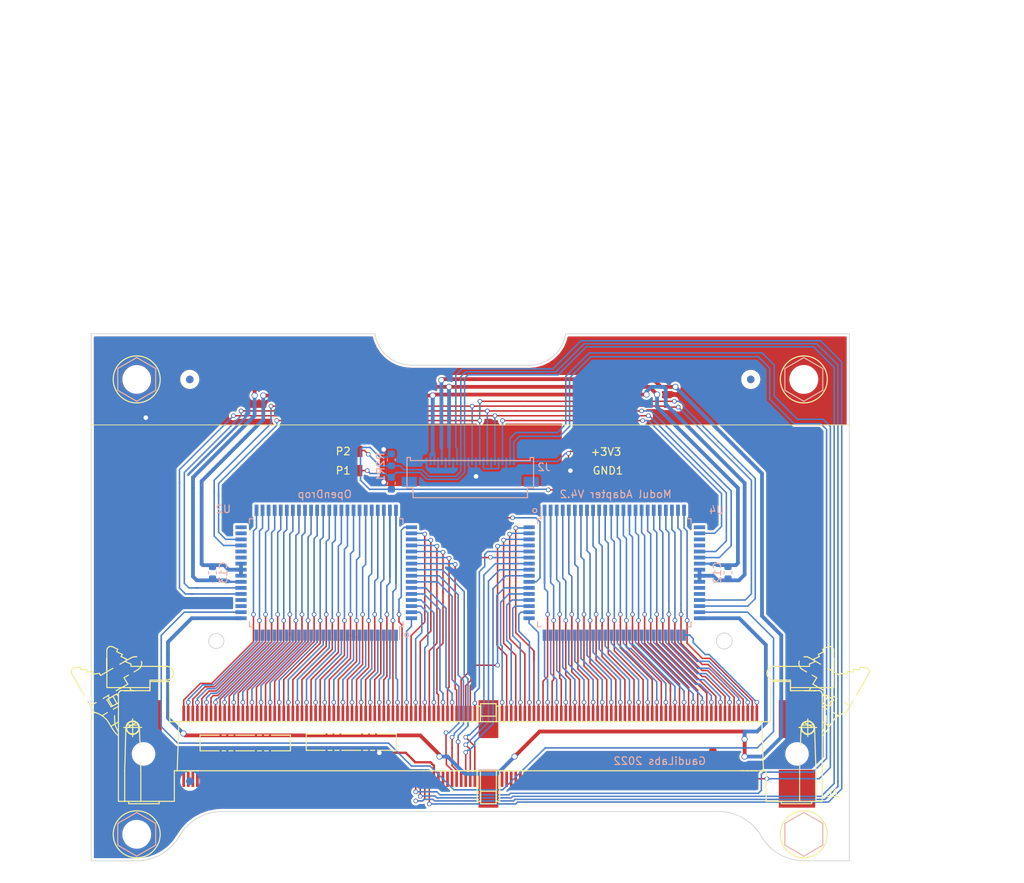
<source format=kicad_pcb>
(kicad_pcb (version 20171130) (host pcbnew 5.1.5+dfsg1-2build2)
  (layers (0 F.Cu signal) (31 B.Cu signal) (34 B.Paste user) (35 F.Paste user) (36 B.SilkS user) (37 F.SilkS user) (38 B.Mask user) (39 F.Mask user) (44 Edge.Cuts user))
  (net 0 "")
  (net 1 V_GND)
  (net 2 VDD_C)
  (net 3 GND_C)
  (net 4 "Net-(J1-Pad123)")
  (net 5 "Net-(J1-Pad124)")
  (net 6 "Net-(J1-Pad125)")
  (net 7 "Net-(J1-Pad126)")
  (net 8 "Net-(J1-Pad127)")
  (net 9 "Net-(J1-Pad128)")
  (net 10 "Net-(J1-Pad129)")
  (net 11 "Net-(J1-Pad130)")
  (net 12 "Net-(J1-Pad131)")
  (net 13 "Net-(J1-Pad132)")
  (net 14 "Net-(J1-Pad133)")
  (net 15 "Net-(J1-Pad134)")
  (net 16 "Net-(J1-Pad135)")
  (net 17 "Net-(J1-Pad136)")
  (net 18 "Net-(J1-Pad137)")
  (net 19 "Net-(J1-Pad138)")
  (net 20 "Net-(J1-Pad139)")
  (net 21 "Net-(J1-Pad140)")
  (net 22 "Net-(J1-Pad141)")
  (net 23 "Net-(J1-Pad142)")
  (net 24 "Net-(J1-Pad143)")
  (net 25 "Net-(J1-Pad144)")
  (net 26 "Net-(J1-Pad145)")
  (net 27 "Net-(J1-Pad146)")
  (net 28 "Net-(J1-Pad147)")
  (net 29 "Net-(J1-Pad148)")
  (net 30 "Net-(J1-Pad149)")
  (net 31 "Net-(J1-Pad150)")
  (net 32 "Net-(J1-Pad151)")
  (net 33 "Net-(J1-Pad152)")
  (net 34 "Net-(J1-Pad153)")
  (net 35 "Net-(J1-Pad154)")
  (net 36 "Net-(J1-Pad155)")
  (net 37 "Net-(J1-Pad156)")
  (net 38 "Net-(J1-Pad157)")
  (net 39 "Net-(J1-Pad158)")
  (net 40 "Net-(J1-Pad159)")
  (net 41 "Net-(J1-Pad160)")
  (net 42 "Net-(J1-Pad161)")
  (net 43 "Net-(J1-Pad162)")
  (net 44 "Net-(J1-Pad163)")
  (net 45 "Net-(J1-Pad164)")
  (net 46 "Net-(J1-Pad165)")
  (net 47 "Net-(J1-Pad166)")
  (net 48 "Net-(J1-Pad167)")
  (net 49 "Net-(J1-Pad168)")
  (net 50 "Net-(J1-Pad169)")
  (net 51 "Net-(J1-Pad170)")
  (net 52 "Net-(J1-Pad171)")
  (net 53 "Net-(J1-Pad172)")
  (net 54 "Net-(J1-Pad173)")
  (net 55 "Net-(J1-Pad174)")
  (net 56 "Net-(J1-Pad175)")
  (net 57 "Net-(J1-Pad176)")
  (net 58 "Net-(J1-Pad177)")
  (net 59 "Net-(J1-Pad178)")
  (net 60 "Net-(J1-Pad180)")
  (net 61 "Net-(J1-Pad186)")
  (net 62 "Net-(J1-Pad188)")
  (net 63 "Net-(J1-Pad190)")
  (net 64 "Net-(J1-Pad192)")
  (net 65 "Net-(J1-Pad193)")
  (net 66 "Net-(J1-Pad194)")
  (net 67 "Net-(J1-Pad195)")
  (net 68 "Net-(J1-Pad196)")
  (net 69 "Net-(J1-Pad197)")
  (net 70 "Net-(J1-Pad198)")
  (net 71 "Net-(J1-Pad199)")
  (net 72 "Net-(J1-Pad200)")
  (net 73 "Net-(J1-Pad201)")
  (net 74 "Net-(J1-Pad202)")
  (net 75 "Net-(J1-Pad203)")
  (net 76 "Net-(J1-Pad204)")
  (net 77 "Net-(J1-Pad205)")
  (net 78 "Net-(J1-Pad206)")
  (net 79 "Net-(J1-Pad207)")
  (net 80 "Net-(J1-Pad208)")
  (net 81 "Net-(J1-Pad209)")
  (net 82 "Net-(J1-Pad210)")
  (net 83 "Net-(J1-Pad211)")
  (net 84 "Net-(J1-Pad212)")
  (net 85 "Net-(J1-Pad213)")
  (net 86 "Net-(J1-Pad214)")
  (net 87 "Net-(J1-Pad215)")
  (net 88 "Net-(J1-Pad216)")
  (net 89 "Net-(J1-Pad217)")
  (net 90 "Net-(J1-Pad218)")
  (net 91 "Net-(J1-Pad219)")
  (net 92 "Net-(J1-Pad220)")
  (net 93 "Net-(J1-Pad221)")
  (net 94 "Net-(J1-Pad222)")
  (net 95 "Net-(J1-Pad223)")
  (net 96 "Net-(J1-Pad224)")
  (net 97 "Net-(J1-Pad225)")
  (net 98 "Net-(J1-Pad226)")
  (net 99 "Net-(J1-Pad227)")
  (net 100 "Net-(J1-Pad228)")
  (net 101 "Net-(J1-Pad229)")
  (net 102 "Net-(J1-Pad230)")
  (net 103 "Net-(J1-Pad231)")
  (net 104 "Net-(J1-Pad232)")
  (net 105 "Net-(J1-Pad233)")
  (net 106 "Net-(J1-Pad234)")
  (net 107 "Net-(J1-Pad235)")
  (net 108 "Net-(J1-Pad236)")
  (net 109 "Net-(J1-Pad237)")
  (net 110 "Net-(J1-Pad238)")
  (net 111 "Net-(J1-Pad239)")
  (net 112 "Net-(J1-Pad240)")
  (net 113 "Net-(J1-Pad241)")
  (net 114 "Net-(J1-Pad242)")
  (net 115 "Net-(J1-Pad243)")
  (net 116 "Net-(J1-Pad244)")
  (net 117 "Net-(J1-Pad179)")
  (net 118 "Net-(J1-Pad181)")
  (net 119 "Net-(J1-Pad182)")
  (net 120 "Net-(J1-Pad183)")
  (net 121 "Net-(J1-Pad184)")
  (net 122 "Net-(J1-Pad185)")
  (net 123 "Net-(J1-Pad187)")
  (net 124 "Net-(J1-Pad189)")
  (net 125 "Net-(J1-Pad191)")
  (net 126 "Net-(J1-Pad60)")
  (net 127 "Net-(J1-Pad61)")
  (net 128 "Net-(J1-Pad62)")
  (net 129 "Net-(J1-Pad63)")
  (net 130 V_HV_C)
  (net 131 LE_C)
  (net 132 CLK_C)
  (net 133 "Net-(U2-Pad26)")
  (net 134 "Net-(J1-Pad64)")
  (net 135 "Net-(J1-Pad65)")
  (net 136 SENS_PAD)
  (net 137 GND)
  (net 138 DI_C)
  (net 139 BL_C)
  (net 140 POL_C)
  (net 141 DIG1)
  (net 142 DIG0)
  (net 143 +3V3)
  (net 144 "Net-(J2-Pad5)")
  (module GaudiLabsFootPrints:MiniDimm_06_244_200 (layer F.Cu) (at 102.4 123.4 180)
    (fp_text reference J1 (at -45.479 -5.175 180) (layer F.SilkS))
    (fp_text value Mini_Dimm_244)
    (pad "" np_thru_hole circle (at 0 0 180) (size 2.5 2.5) (drill 2.5) (layers *.Cu *.Mask))
    (pad "" np_thru_hole circle (at 45.5 0 180) (size 2.5 2.5) (drill 2.5) (layers *.Cu *.Mask))
    (pad "" np_thru_hole circle (at -40.7 0 180) (size 2.5 2.5) (drill 2.5) (layers *.Cu *.Mask))
    (pad "" smd rect (at 0 -4.59 180) (size 2.6 5) (layers F.Cu F.Mask))
    (pad "" smd rect (at 0 4.59 180) (size 2.6 5) (layers F.Cu F.Mask))
    (pad 2 smd rect (at 39.6 -3.35 180) (size 0.35 2) (layers F.Cu F.Paste F.Mask))
    (pad 1 smd rect (at 40.2 -3.35 180) (size 0.35 2) (layers F.Cu F.Paste F.Mask))
    (pad 3 smd rect (at 39 -3.35 180) (size 0.35 2) (layers F.Cu F.Paste F.Mask))
    (pad 4 smd rect (at 38.4 -3.35 180) (size 0.35 2) (layers F.Cu F.Paste F.Mask))
    (pad 5 smd rect (at 37.8 -3.35 180) (size 0.35 2) (layers F.Cu F.Paste F.Mask))
    (pad 6 smd rect (at 37.2 -3.35 180) (size 0.35 2) (layers F.Cu F.Paste F.Mask))
    (pad 7 smd rect (at 36.6 -3.35 180) (size 0.35 2) (layers F.Cu F.Paste F.Mask))
    (pad 8 smd rect (at 36 -3.35 180) (size 0.35 2) (layers F.Cu F.Paste F.Mask))
    (pad 9 smd rect (at 35.4 -3.35 180) (size 0.35 2) (layers F.Cu F.Paste F.Mask))
    (pad 10 smd rect (at 34.8 -3.35 180) (size 0.35 2) (layers F.Cu F.Paste F.Mask))
    (pad 11 smd rect (at 34.2 -3.35 180) (size 0.35 2) (layers F.Cu F.Paste F.Mask))
    (pad 12 smd rect (at 33.6 -3.35 180) (size 0.35 2) (layers F.Cu F.Paste F.Mask))
    (pad 13 smd rect (at 33 -3.35 180) (size 0.35 2) (layers F.Cu F.Paste F.Mask))
    (pad 14 smd rect (at 32.4 -3.35 180) (size 0.35 2) (layers F.Cu F.Paste F.Mask))
    (pad 15 smd rect (at 31.8 -3.35 180) (size 0.35 2) (layers F.Cu F.Paste F.Mask))
    (pad 16 smd rect (at 31.2 -3.35 180) (size 0.35 2) (layers F.Cu F.Paste F.Mask))
    (pad 17 smd rect (at 30.6 -3.35 180) (size 0.35 2) (layers F.Cu F.Paste F.Mask))
    (pad 18 smd rect (at 30 -3.35 180) (size 0.35 2) (layers F.Cu F.Paste F.Mask))
    (pad 19 smd rect (at 29.4 -3.35 180) (size 0.35 2) (layers F.Cu F.Paste F.Mask))
    (pad 20 smd rect (at 28.8 -3.35 180) (size 0.35 2) (layers F.Cu F.Paste F.Mask))
    (pad 21 smd rect (at 28.2 -3.35 180) (size 0.35 2) (layers F.Cu F.Paste F.Mask))
    (pad 22 smd rect (at 27.6 -3.35 180) (size 0.35 2) (layers F.Cu F.Paste F.Mask))
    (pad 23 smd rect (at 27 -3.35 180) (size 0.35 2) (layers F.Cu F.Paste F.Mask))
    (pad 24 smd rect (at 26.4 -3.35 180) (size 0.35 2) (layers F.Cu F.Paste F.Mask))
    (pad 25 smd rect (at 25.8 -3.35 180) (size 0.35 2) (layers F.Cu F.Paste F.Mask))
    (pad 26 smd rect (at 25.2 -3.35 180) (size 0.35 2) (layers F.Cu F.Paste F.Mask))
    (pad 27 smd rect (at 24.6 -3.35 180) (size 0.35 2) (layers F.Cu F.Paste F.Mask))
    (pad 28 smd rect (at 24 -3.35 180) (size 0.35 2) (layers F.Cu F.Paste F.Mask))
    (pad 29 smd rect (at 23.4 -3.35 180) (size 0.35 2) (layers F.Cu F.Paste F.Mask))
    (pad 30 smd rect (at 22.8 -3.35 180) (size 0.35 2) (layers F.Cu F.Paste F.Mask))
    (pad 31 smd rect (at 22.2 -3.35 180) (size 0.35 2) (layers F.Cu F.Paste F.Mask))
    (pad 32 smd rect (at 21.6 -3.35 180) (size 0.35 2) (layers F.Cu F.Paste F.Mask))
    (pad 33 smd rect (at 21 -3.35 180) (size 0.35 2) (layers F.Cu F.Paste F.Mask))
    (pad 34 smd rect (at 20.4 -3.35 180) (size 0.35 2) (layers F.Cu F.Paste F.Mask))
    (pad 35 smd rect (at 19.8 -3.35 180) (size 0.35 2) (layers F.Cu F.Paste F.Mask))
    (pad 36 smd rect (at 19.2 -3.35 180) (size 0.35 2) (layers F.Cu F.Paste F.Mask))
    (pad 37 smd rect (at 18.6 -3.35 180) (size 0.35 2) (layers F.Cu F.Paste F.Mask))
    (pad 38 smd rect (at 18 -3.35 180) (size 0.35 2) (layers F.Cu F.Paste F.Mask))
    (pad 39 smd rect (at 17.4 -3.35 180) (size 0.35 2) (layers F.Cu F.Paste F.Mask))
    (pad 40 smd rect (at 16.8 -3.35 180) (size 0.35 2) (layers F.Cu F.Paste F.Mask))
    (pad 41 smd rect (at 16.2 -3.35 180) (size 0.35 2) (layers F.Cu F.Paste F.Mask))
    (pad 42 smd rect (at 15.6 -3.35 180) (size 0.35 2) (layers F.Cu F.Paste F.Mask))
    (pad 43 smd rect (at 15 -3.35 180) (size 0.35 2) (layers F.Cu F.Paste F.Mask))
    (pad 44 smd rect (at 14.4 -3.35 180) (size 0.35 2) (layers F.Cu F.Paste F.Mask))
    (pad 45 smd rect (at 13.8 -3.35 180) (size 0.35 2) (layers F.Cu F.Paste F.Mask))
    (pad 46 smd rect (at 13.2 -3.35 180) (size 0.35 2) (layers F.Cu F.Paste F.Mask))
    (pad 48 smd rect (at 12 -3.35 180) (size 0.35 2) (layers F.Cu F.Paste F.Mask))
    (pad 47 smd rect (at 12.6 -3.35 180) (size 0.35 2) (layers F.Cu F.Paste F.Mask))
    (pad 49 smd rect (at 11.4 -3.35 180) (size 0.35 2) (layers F.Cu F.Paste F.Mask))
    (pad 50 smd rect (at 10.8 -3.35 180) (size 0.35 2) (layers F.Cu F.Paste F.Mask))
    (pad 51 smd rect (at 10.2 -3.35 180) (size 0.35 2) (layers F.Cu F.Paste F.Mask))
    (pad 52 smd rect (at 9.6 -3.35 180) (size 0.35 2) (layers F.Cu F.Paste F.Mask) (net 143 +3V3))
    (pad 53 smd rect (at 9 -3.35 180) (size 0.35 2) (layers F.Cu F.Paste F.Mask) (net 141 DIG1))
    (pad 54 smd rect (at 8.4 -3.35 180) (size 0.35 2) (layers F.Cu F.Paste F.Mask) (net 142 DIG0))
    (pad 55 smd rect (at 7.8 -3.35 180) (size 0.35 2) (layers F.Cu F.Paste F.Mask) (net 136 SENS_PAD))
    (pad 56 smd rect (at 7.2 -3.35 180) (size 0.35 2) (layers F.Cu F.Paste F.Mask) (net 137 GND))
    (pad 57 smd rect (at 6.6 -3.35 180) (size 0.35 2) (layers F.Cu F.Paste F.Mask))
    (pad 58 smd rect (at 6 -3.35 180) (size 0.35 2) (layers F.Cu F.Paste F.Mask))
    (pad 59 smd rect (at 5.4 -3.35 180) (size 0.35 2) (layers F.Cu F.Paste F.Mask))
    (pad 60 smd rect (at 4.8 -3.35 180) (size 0.35 2) (layers F.Cu F.Paste F.Mask) (net 126 "Net-(J1-Pad60)"))
    (pad 61 smd rect (at 4.2 -3.35 180) (size 0.35 2) (layers F.Cu F.Paste F.Mask) (net 127 "Net-(J1-Pad61)"))
    (pad 62 smd rect (at 3.6 -3.35 180) (size 0.35 2) (layers F.Cu F.Paste F.Mask) (net 128 "Net-(J1-Pad62)"))
    (pad 63 smd rect (at 3 -3.35 180) (size 0.35 2) (layers F.Cu F.Paste F.Mask) (net 129 "Net-(J1-Pad63)"))
    (pad 64 smd rect (at 2.4 -3.35 180) (size 0.35 2) (layers F.Cu F.Paste F.Mask) (net 134 "Net-(J1-Pad64)"))
    (pad 65 smd rect (at 1.8 -3.35 180) (size 0.35 2) (layers F.Cu F.Paste F.Mask) (net 135 "Net-(J1-Pad65)"))
    (pad 66 smd rect (at -1.8 -3.35 180) (size 0.35 2) (layers F.Cu F.Paste F.Mask))
    (pad 67 smd rect (at -2.4 -3.35 180) (size 0.35 2) (layers F.Cu F.Paste F.Mask))
    (pad 68 smd rect (at -3 -3.35 180) (size 0.35 2) (layers F.Cu F.Paste F.Mask))
    (pad 69 smd rect (at -3.6 -3.35 180) (size 0.35 2) (layers F.Cu F.Paste F.Mask))
    (pad 70 smd rect (at -4.2 -3.35 180) (size 0.35 2) (layers F.Cu F.Paste F.Mask))
    (pad 71 smd rect (at -4.8 -3.35 180) (size 0.35 2) (layers F.Cu F.Paste F.Mask))
    (pad 72 smd rect (at -5.4 -3.35 180) (size 0.35 2) (layers F.Cu F.Paste F.Mask))
    (pad 73 smd rect (at -6 -3.35 180) (size 0.35 2) (layers F.Cu F.Paste F.Mask))
    (pad 74 smd rect (at -6.6 -3.35 180) (size 0.35 2) (layers F.Cu F.Paste F.Mask))
    (pad 75 smd rect (at -7.2 -3.35 180) (size 0.35 2) (layers F.Cu F.Paste F.Mask))
    (pad 76 smd rect (at -7.8 -3.35 180) (size 0.35 2) (layers F.Cu F.Paste F.Mask))
    (pad 77 smd rect (at -8.4 -3.35 180) (size 0.35 2) (layers F.Cu F.Paste F.Mask))
    (pad 78 smd rect (at -9 -3.35 180) (size 0.35 2) (layers F.Cu F.Paste F.Mask))
    (pad 79 smd rect (at -9.6 -3.35 180) (size 0.35 2) (layers F.Cu F.Paste F.Mask))
    (pad 80 smd rect (at -10.2 -3.35 180) (size 0.35 2) (layers F.Cu F.Paste F.Mask))
    (pad 81 smd rect (at -10.8 -3.35 180) (size 0.35 2) (layers F.Cu F.Paste F.Mask))
    (pad 82 smd rect (at -11.4 -3.35 180) (size 0.35 2) (layers F.Cu F.Paste F.Mask))
    (pad 83 smd rect (at -12 -3.35 180) (size 0.35 2) (layers F.Cu F.Paste F.Mask))
    (pad 84 smd rect (at -12.6 -3.35 180) (size 0.35 2) (layers F.Cu F.Paste F.Mask))
    (pad 85 smd rect (at -13.2 -3.35 180) (size 0.35 2) (layers F.Cu F.Paste F.Mask))
    (pad 86 smd rect (at -13.8 -3.35 180) (size 0.35 2) (layers F.Cu F.Paste F.Mask))
    (pad 87 smd rect (at -14.4 -3.35 180) (size 0.35 2) (layers F.Cu F.Paste F.Mask))
    (pad 88 smd rect (at -15 -3.35 180) (size 0.35 2) (layers F.Cu F.Paste F.Mask))
    (pad 89 smd rect (at -15.6 -3.35 180) (size 0.35 2) (layers F.Cu F.Paste F.Mask))
    (pad 90 smd rect (at -16.2 -3.35 180) (size 0.35 2) (layers F.Cu F.Paste F.Mask))
    (pad 91 smd rect (at -16.8 -3.35 180) (size 0.35 2) (layers F.Cu F.Paste F.Mask))
    (pad 92 smd rect (at -17.4 -3.35 180) (size 0.35 2) (layers F.Cu F.Paste F.Mask))
    (pad 93 smd rect (at -18 -3.35 180) (size 0.35 2) (layers F.Cu F.Paste F.Mask))
    (pad 94 smd rect (at -18.6 -3.35 180) (size 0.35 2) (layers F.Cu F.Paste F.Mask))
    (pad 95 smd rect (at -19.2 -3.35 180) (size 0.35 2) (layers F.Cu F.Paste F.Mask))
    (pad 96 smd rect (at -19.8 -3.35 180) (size 0.35 2) (layers F.Cu F.Paste F.Mask))
    (pad 97 smd rect (at -20.4 -3.35 180) (size 0.35 2) (layers F.Cu F.Paste F.Mask))
    (pad 98 smd rect (at -21 -3.35 180) (size 0.35 2) (layers F.Cu F.Paste F.Mask))
    (pad 99 smd rect (at -21.6 -3.35 180) (size 0.35 2) (layers F.Cu F.Paste F.Mask))
    (pad 100 smd rect (at -22.2 -3.35 180) (size 0.35 2) (layers F.Cu F.Paste F.Mask))
    (pad 101 smd rect (at -22.8 -3.35 180) (size 0.35 2) (layers F.Cu F.Paste F.Mask))
    (pad 102 smd rect (at -23.4 -3.35 180) (size 0.35 2) (layers F.Cu F.Paste F.Mask))
    (pad 103 smd rect (at -24 -3.35 180) (size 0.35 2) (layers F.Cu F.Paste F.Mask))
    (pad 104 smd rect (at -24.6 -3.35 180) (size 0.35 2) (layers F.Cu F.Paste F.Mask))
    (pad 105 smd rect (at -25.2 -3.35 180) (size 0.35 2) (layers F.Cu F.Paste F.Mask))
    (pad 106 smd rect (at -25.8 -3.35 180) (size 0.35 2) (layers F.Cu F.Paste F.Mask))
    (pad 107 smd rect (at -26.4 -3.35 180) (size 0.35 2) (layers F.Cu F.Paste F.Mask))
    (pad 108 smd rect (at -27 -3.35 180) (size 0.35 2) (layers F.Cu F.Paste F.Mask))
    (pad 109 smd rect (at -27.6 -3.35 180) (size 0.35 2) (layers F.Cu F.Paste F.Mask))
    (pad 110 smd rect (at -28.2 -3.35 180) (size 0.35 2) (layers F.Cu F.Paste F.Mask))
    (pad 111 smd rect (at -28.8 -3.35 180) (size 0.35 2) (layers F.Cu F.Paste F.Mask))
    (pad 112 smd rect (at -29.4 -3.35 180) (size 0.35 2) (layers F.Cu F.Paste F.Mask))
    (pad 113 smd rect (at -30 -3.35 180) (size 0.35 2) (layers F.Cu F.Paste F.Mask))
    (pad 114 smd rect (at -30.6 -3.35 180) (size 0.35 2) (layers F.Cu F.Paste F.Mask))
    (pad 115 smd rect (at -31.2 -3.35 180) (size 0.35 2) (layers F.Cu F.Paste F.Mask))
    (pad 116 smd rect (at -31.8 -3.35 180) (size 0.35 2) (layers F.Cu F.Paste F.Mask))
    (pad 117 smd rect (at -32.4 -3.35 180) (size 0.35 2) (layers F.Cu F.Paste F.Mask))
    (pad 118 smd rect (at -33 -3.35 180) (size 0.35 2) (layers F.Cu F.Paste F.Mask))
    (pad 119 smd rect (at -33.6 -3.35 180) (size 0.35 2) (layers F.Cu F.Paste F.Mask))
    (pad 120 smd rect (at -34.2 -3.35 180) (size 0.35 2) (layers F.Cu F.Paste F.Mask))
    (pad 121 smd rect (at -34.8 -3.35 180) (size 0.35 2) (layers F.Cu F.Paste F.Mask) (net 1 V_GND))
    (pad 122 smd rect (at -35.4 -3.35 180) (size 0.35 2) (layers F.Cu F.Paste F.Mask) (net 1 V_GND))
    (pad 123 smd rect (at 40.2 5.35 180) (size 0.35 2) (layers F.Cu F.Paste F.Mask) (net 4 "Net-(J1-Pad123)"))
    (pad 124 smd rect (at 39.6 5.35 180) (size 0.35 2) (layers F.Cu F.Paste F.Mask) (net 5 "Net-(J1-Pad124)"))
    (pad 125 smd rect (at 39 5.35 180) (size 0.35 2) (layers F.Cu F.Paste F.Mask) (net 6 "Net-(J1-Pad125)"))
    (pad 126 smd rect (at 38.4 5.35 180) (size 0.35 2) (layers F.Cu F.Paste F.Mask) (net 7 "Net-(J1-Pad126)"))
    (pad 127 smd rect (at 37.8 5.35 180) (size 0.35 2) (layers F.Cu F.Paste F.Mask) (net 8 "Net-(J1-Pad127)"))
    (pad 128 smd rect (at 37.2 5.35 180) (size 0.35 2) (layers F.Cu F.Paste F.Mask) (net 9 "Net-(J1-Pad128)"))
    (pad 129 smd rect (at 36.6 5.35 180) (size 0.35 2) (layers F.Cu F.Paste F.Mask) (net 10 "Net-(J1-Pad129)"))
    (pad 130 smd rect (at 36 5.35 180) (size 0.35 2) (layers F.Cu F.Paste F.Mask) (net 11 "Net-(J1-Pad130)"))
    (pad 131 smd rect (at 35.4 5.35 180) (size 0.35 2) (layers F.Cu F.Paste F.Mask) (net 12 "Net-(J1-Pad131)"))
    (pad 132 smd rect (at 34.8 5.35 180) (size 0.35 2) (layers F.Cu F.Paste F.Mask) (net 13 "Net-(J1-Pad132)"))
    (pad 133 smd rect (at 34.2 5.35 180) (size 0.35 2) (layers F.Cu F.Paste F.Mask) (net 14 "Net-(J1-Pad133)"))
    (pad 134 smd rect (at 33.6 5.35 180) (size 0.35 2) (layers F.Cu F.Paste F.Mask) (net 15 "Net-(J1-Pad134)"))
    (pad 135 smd rect (at 33 5.35 180) (size 0.35 2) (layers F.Cu F.Paste F.Mask) (net 16 "Net-(J1-Pad135)"))
    (pad 136 smd rect (at 32.4 5.35 180) (size 0.35 2) (layers F.Cu F.Paste F.Mask) (net 17 "Net-(J1-Pad136)"))
    (pad 137 smd rect (at 31.8 5.35 180) (size 0.35 2) (layers F.Cu F.Paste F.Mask) (net 18 "Net-(J1-Pad137)"))
    (pad 138 smd rect (at 31.2 5.35 180) (size 0.35 2) (layers F.Cu F.Paste F.Mask) (net 19 "Net-(J1-Pad138)"))
    (pad 139 smd rect (at 30.6 5.35 180) (size 0.35 2) (layers F.Cu F.Paste F.Mask) (net 20 "Net-(J1-Pad139)"))
    (pad 140 smd rect (at 30 5.35 180) (size 0.35 2) (layers F.Cu F.Paste F.Mask) (net 21 "Net-(J1-Pad140)"))
    (pad 141 smd rect (at 29.4 5.35 180) (size 0.35 2) (layers F.Cu F.Paste F.Mask) (net 22 "Net-(J1-Pad141)"))
    (pad 142 smd rect (at 28.8 5.35 180) (size 0.35 2) (layers F.Cu F.Paste F.Mask) (net 23 "Net-(J1-Pad142)"))
    (pad 143 smd rect (at 28.2 5.35 180) (size 0.35 2) (layers F.Cu F.Paste F.Mask) (net 24 "Net-(J1-Pad143)"))
    (pad 144 smd rect (at 27.6 5.35 180) (size 0.35 2) (layers F.Cu F.Paste F.Mask) (net 25 "Net-(J1-Pad144)"))
    (pad 145 smd rect (at 27 5.35 180) (size 0.35 2) (layers F.Cu F.Paste F.Mask) (net 26 "Net-(J1-Pad145)"))
    (pad 146 smd rect (at 26.4 5.35 180) (size 0.35 2) (layers F.Cu F.Paste F.Mask) (net 27 "Net-(J1-Pad146)"))
    (pad 147 smd rect (at 25.8 5.35 180) (size 0.35 2) (layers F.Cu F.Paste F.Mask) (net 28 "Net-(J1-Pad147)"))
    (pad 148 smd rect (at 25.2 5.35 180) (size 0.35 2) (layers F.Cu F.Paste F.Mask) (net 29 "Net-(J1-Pad148)"))
    (pad 149 smd rect (at 24.6 5.35 180) (size 0.35 2) (layers F.Cu F.Paste F.Mask) (net 30 "Net-(J1-Pad149)"))
    (pad 150 smd rect (at 24 5.35 180) (size 0.35 2) (layers F.Cu F.Paste F.Mask) (net 31 "Net-(J1-Pad150)"))
    (pad 151 smd rect (at 23.4 5.35 180) (size 0.35 2) (layers F.Cu F.Paste F.Mask) (net 32 "Net-(J1-Pad151)"))
    (pad 152 smd rect (at 22.8 5.35 180) (size 0.35 2) (layers F.Cu F.Paste F.Mask) (net 33 "Net-(J1-Pad152)"))
    (pad 153 smd rect (at 22.2 5.35 180) (size 0.35 2) (layers F.Cu F.Paste F.Mask) (net 34 "Net-(J1-Pad153)"))
    (pad 154 smd rect (at 21.6 5.35 180) (size 0.35 2) (layers F.Cu F.Paste F.Mask) (net 35 "Net-(J1-Pad154)"))
    (pad 155 smd rect (at 21 5.35 180) (size 0.35 2) (layers F.Cu F.Paste F.Mask) (net 36 "Net-(J1-Pad155)"))
    (pad 156 smd rect (at 20.4 5.35 180) (size 0.35 2) (layers F.Cu F.Paste F.Mask) (net 37 "Net-(J1-Pad156)"))
    (pad 157 smd rect (at 19.8 5.35 180) (size 0.35 2) (layers F.Cu F.Paste F.Mask) (net 38 "Net-(J1-Pad157)"))
    (pad 158 smd rect (at 19.2 5.35 180) (size 0.35 2) (layers F.Cu F.Paste F.Mask) (net 39 "Net-(J1-Pad158)"))
    (pad 159 smd rect (at 18.6 5.35 180) (size 0.35 2) (layers F.Cu F.Paste F.Mask) (net 40 "Net-(J1-Pad159)"))
    (pad 160 smd rect (at 18 5.35 180) (size 0.35 2) (layers F.Cu F.Paste F.Mask) (net 41 "Net-(J1-Pad160)"))
    (pad 161 smd rect (at 17.4 5.35 180) (size 0.35 2) (layers F.Cu F.Paste F.Mask) (net 42 "Net-(J1-Pad161)"))
    (pad 162 smd rect (at 16.8 5.35 180) (size 0.35 2) (layers F.Cu F.Paste F.Mask) (net 43 "Net-(J1-Pad162)"))
    (pad 163 smd rect (at 16.2 5.35 180) (size 0.35 2) (layers F.Cu F.Paste F.Mask) (net 44 "Net-(J1-Pad163)"))
    (pad 164 smd rect (at 15.6 5.35 180) (size 0.35 2) (layers F.Cu F.Paste F.Mask) (net 45 "Net-(J1-Pad164)"))
    (pad 165 smd rect (at 15 5.35 180) (size 0.35 2) (layers F.Cu F.Paste F.Mask) (net 46 "Net-(J1-Pad165)"))
    (pad 166 smd rect (at 14.4 5.35 180) (size 0.35 2) (layers F.Cu F.Paste F.Mask) (net 47 "Net-(J1-Pad166)"))
    (pad 167 smd rect (at 13.8 5.35 180) (size 0.35 2) (layers F.Cu F.Paste F.Mask) (net 48 "Net-(J1-Pad167)"))
    (pad 168 smd rect (at 13.2 5.35 180) (size 0.35 2) (layers F.Cu F.Paste F.Mask) (net 49 "Net-(J1-Pad168)"))
    (pad 169 smd rect (at 12.6 5.35 180) (size 0.35 2) (layers F.Cu F.Paste F.Mask) (net 50 "Net-(J1-Pad169)"))
    (pad 170 smd rect (at 12 5.35 180) (size 0.35 2) (layers F.Cu F.Paste F.Mask) (net 51 "Net-(J1-Pad170)"))
    (pad 171 smd rect (at 11.4 5.35 180) (size 0.35 2) (layers F.Cu F.Paste F.Mask) (net 52 "Net-(J1-Pad171)"))
    (pad 172 smd rect (at 10.8 5.35 180) (size 0.35 2) (layers F.Cu F.Paste F.Mask) (net 53 "Net-(J1-Pad172)"))
    (pad 173 smd rect (at 10.2 5.35 180) (size 0.35 2) (layers F.Cu F.Paste F.Mask) (net 54 "Net-(J1-Pad173)"))
    (pad 174 smd rect (at 9.6 5.35 180) (size 0.35 2) (layers F.Cu F.Paste F.Mask) (net 55 "Net-(J1-Pad174)"))
    (pad 175 smd rect (at 9 5.35 180) (size 0.35 2) (layers F.Cu F.Paste F.Mask) (net 56 "Net-(J1-Pad175)"))
    (pad 176 smd rect (at 8.4 5.35 180) (size 0.35 2) (layers F.Cu F.Paste F.Mask) (net 57 "Net-(J1-Pad176)"))
    (pad 177 smd rect (at 7.8 5.35 180) (size 0.35 2) (layers F.Cu F.Paste F.Mask) (net 58 "Net-(J1-Pad177)"))
    (pad 178 smd rect (at 7.2 5.35 180) (size 0.35 2) (layers F.Cu F.Paste F.Mask) (net 59 "Net-(J1-Pad178)"))
    (pad 179 smd rect (at 6.6 5.35 180) (size 0.35 2) (layers F.Cu F.Paste F.Mask) (net 117 "Net-(J1-Pad179)"))
    (pad 180 smd rect (at 6 5.35 180) (size 0.35 2) (layers F.Cu F.Paste F.Mask) (net 60 "Net-(J1-Pad180)"))
    (pad 181 smd rect (at 5.4 5.35 180) (size 0.35 2) (layers F.Cu F.Paste F.Mask) (net 118 "Net-(J1-Pad181)"))
    (pad 182 smd rect (at 4.8 5.35 180) (size 0.35 2) (layers F.Cu F.Paste F.Mask) (net 119 "Net-(J1-Pad182)"))
    (pad 183 smd rect (at 4.2 5.35 180) (size 0.35 2) (layers F.Cu F.Paste F.Mask) (net 120 "Net-(J1-Pad183)"))
    (pad 184 smd rect (at 3.6 5.35 180) (size 0.35 2) (layers F.Cu F.Paste F.Mask) (net 121 "Net-(J1-Pad184)"))
    (pad 185 smd rect (at 3 5.35 180) (size 0.35 2) (layers F.Cu F.Paste F.Mask) (net 122 "Net-(J1-Pad185)"))
    (pad 186 smd rect (at 2.4 5.35 180) (size 0.35 2) (layers F.Cu F.Paste F.Mask) (net 61 "Net-(J1-Pad186)"))
    (pad 187 smd rect (at 1.8 5.35 180) (size 0.35 2) (layers F.Cu F.Paste F.Mask) (net 123 "Net-(J1-Pad187)"))
    (pad 188 smd rect (at -1.8 5.35 180) (size 0.35 2) (layers F.Cu F.Paste F.Mask) (net 62 "Net-(J1-Pad188)"))
    (pad 189 smd rect (at -2.4 5.35 180) (size 0.35 2) (layers F.Cu F.Paste F.Mask) (net 124 "Net-(J1-Pad189)"))
    (pad 190 smd rect (at -3 5.35 180) (size 0.35 2) (layers F.Cu F.Paste F.Mask) (net 63 "Net-(J1-Pad190)"))
    (pad 191 smd rect (at -3.6 5.35 180) (size 0.35 2) (layers F.Cu F.Paste F.Mask) (net 125 "Net-(J1-Pad191)"))
    (pad 192 smd rect (at -4.2 5.35 180) (size 0.35 2) (layers F.Cu F.Paste F.Mask) (net 64 "Net-(J1-Pad192)"))
    (pad 193 smd rect (at -4.8 5.35 180) (size 0.35 2) (layers F.Cu F.Paste F.Mask) (net 65 "Net-(J1-Pad193)"))
    (pad 194 smd rect (at -5.4 5.35 180) (size 0.35 2) (layers F.Cu F.Paste F.Mask) (net 66 "Net-(J1-Pad194)"))
    (pad 195 smd rect (at -6 5.35 180) (size 0.35 2) (layers F.Cu F.Paste F.Mask) (net 67 "Net-(J1-Pad195)"))
    (pad 196 smd rect (at -6.6 5.35 180) (size 0.35 2) (layers F.Cu F.Paste F.Mask) (net 68 "Net-(J1-Pad196)"))
    (pad 197 smd rect (at -7.2 5.35 180) (size 0.35 2) (layers F.Cu F.Paste F.Mask) (net 69 "Net-(J1-Pad197)"))
    (pad 198 smd rect (at -7.8 5.35 180) (size 0.35 2) (layers F.Cu F.Paste F.Mask) (net 70 "Net-(J1-Pad198)"))
    (pad 199 smd rect (at -8.4 5.35 180) (size 0.35 2) (layers F.Cu F.Paste F.Mask) (net 71 "Net-(J1-Pad199)"))
    (pad 200 smd rect (at -9 5.35 180) (size 0.35 2) (layers F.Cu F.Paste F.Mask) (net 72 "Net-(J1-Pad200)"))
    (pad 201 smd rect (at -9.6 5.35 180) (size 0.35 2) (layers F.Cu F.Paste F.Mask) (net 73 "Net-(J1-Pad201)"))
    (pad 202 smd rect (at -10.2 5.35 180) (size 0.35 2) (layers F.Cu F.Paste F.Mask) (net 74 "Net-(J1-Pad202)"))
    (pad 203 smd rect (at -10.8 5.35 180) (size 0.35 2) (layers F.Cu F.Paste F.Mask) (net 75 "Net-(J1-Pad203)"))
    (pad 204 smd rect (at -11.4 5.35 180) (size 0.35 2) (layers F.Cu F.Paste F.Mask) (net 76 "Net-(J1-Pad204)"))
    (pad 205 smd rect (at -12 5.35 180) (size 0.35 2) (layers F.Cu F.Paste F.Mask) (net 77 "Net-(J1-Pad205)"))
    (pad 206 smd rect (at -12.6 5.35 180) (size 0.35 2) (layers F.Cu F.Paste F.Mask) (net 78 "Net-(J1-Pad206)"))
    (pad 207 smd rect (at -13.2 5.35 180) (size 0.35 2) (layers F.Cu F.Paste F.Mask) (net 79 "Net-(J1-Pad207)"))
    (pad 208 smd rect (at -13.8 5.35 180) (size 0.35 2) (layers F.Cu F.Paste F.Mask) (net 80 "Net-(J1-Pad208)"))
    (pad 209 smd rect (at -14.4 5.35 180) (size 0.35 2) (layers F.Cu F.Paste F.Mask) (net 81 "Net-(J1-Pad209)"))
    (pad 210 smd rect (at -15 5.35 180) (size 0.35 2) (layers F.Cu F.Paste F.Mask) (net 82 "Net-(J1-Pad210)"))
    (pad 211 smd rect (at -15.6 5.35 180) (size 0.35 2) (layers F.Cu F.Paste F.Mask) (net 83 "Net-(J1-Pad211)"))
    (pad 212 smd rect (at -16.2 5.35 180) (size 0.35 2) (layers F.Cu F.Paste F.Mask) (net 84 "Net-(J1-Pad212)"))
    (pad 213 smd rect (at -16.8 5.35 180) (size 0.35 2) (layers F.Cu F.Paste F.Mask) (net 85 "Net-(J1-Pad213)"))
    (pad 214 smd rect (at -17.4 5.35 180) (size 0.35 2) (layers F.Cu F.Paste F.Mask) (net 86 "Net-(J1-Pad214)"))
    (pad 215 smd rect (at -18 5.35 180) (size 0.35 2) (layers F.Cu F.Paste F.Mask) (net 87 "Net-(J1-Pad215)"))
    (pad 216 smd rect (at -18.6 5.35 180) (size 0.35 2) (layers F.Cu F.Paste F.Mask) (net 88 "Net-(J1-Pad216)"))
    (pad 217 smd rect (at -19.2 5.35 180) (size 0.35 2) (layers F.Cu F.Paste F.Mask) (net 89 "Net-(J1-Pad217)"))
    (pad 218 smd rect (at -19.8 5.35 180) (size 0.35 2) (layers F.Cu F.Paste F.Mask) (net 90 "Net-(J1-Pad218)"))
    (pad 219 smd rect (at -20.4 5.35 180) (size 0.35 2) (layers F.Cu F.Paste F.Mask) (net 91 "Net-(J1-Pad219)"))
    (pad 220 smd rect (at -21 5.35 180) (size 0.35 2) (layers F.Cu F.Paste F.Mask) (net 92 "Net-(J1-Pad220)"))
    (pad 221 smd rect (at -21.6 5.35 180) (size 0.35 2) (layers F.Cu F.Paste F.Mask) (net 93 "Net-(J1-Pad221)"))
    (pad 222 smd rect (at -22.2 5.35 180) (size 0.35 2) (layers F.Cu F.Paste F.Mask) (net 94 "Net-(J1-Pad222)"))
    (pad 223 smd rect (at -22.8 5.35 180) (size 0.35 2) (layers F.Cu F.Paste F.Mask) (net 95 "Net-(J1-Pad223)"))
    (pad 224 smd rect (at -23.4 5.35 180) (size 0.35 2) (layers F.Cu F.Paste F.Mask) (net 96 "Net-(J1-Pad224)"))
    (pad 225 smd rect (at -24 5.35 180) (size 0.35 2) (layers F.Cu F.Paste F.Mask) (net 97 "Net-(J1-Pad225)"))
    (pad 226 smd rect (at -24.6 5.35 180) (size 0.35 2) (layers F.Cu F.Paste F.Mask) (net 98 "Net-(J1-Pad226)"))
    (pad 227 smd rect (at -25.2 5.35 180) (size 0.35 2) (layers F.Cu F.Paste F.Mask) (net 99 "Net-(J1-Pad227)"))
    (pad 228 smd rect (at -25.8 5.35 180) (size 0.35 2) (layers F.Cu F.Paste F.Mask) (net 100 "Net-(J1-Pad228)"))
    (pad 229 smd rect (at -26.4 5.35 180) (size 0.35 2) (layers F.Cu F.Paste F.Mask) (net 101 "Net-(J1-Pad229)"))
    (pad 230 smd rect (at -27 5.35 180) (size 0.35 2) (layers F.Cu F.Paste F.Mask) (net 102 "Net-(J1-Pad230)"))
    (pad 231 smd rect (at -27.6 5.35 180) (size 0.35 2) (layers F.Cu F.Paste F.Mask) (net 103 "Net-(J1-Pad231)"))
    (pad 232 smd rect (at -28.2 5.35 180) (size 0.35 2) (layers F.Cu F.Paste F.Mask) (net 104 "Net-(J1-Pad232)"))
    (pad 233 smd rect (at -28.8 5.35 180) (size 0.35 2) (layers F.Cu F.Paste F.Mask) (net 105 "Net-(J1-Pad233)"))
    (pad 234 smd rect (at -29.4 5.35 180) (size 0.35 2) (layers F.Cu F.Paste F.Mask) (net 106 "Net-(J1-Pad234)"))
    (pad 235 smd rect (at -30 5.35 180) (size 0.35 2) (layers F.Cu F.Paste F.Mask) (net 107 "Net-(J1-Pad235)"))
    (pad 236 smd rect (at -30.6 5.35 180) (size 0.35 2) (layers F.Cu F.Paste F.Mask) (net 108 "Net-(J1-Pad236)"))
    (pad 237 smd rect (at -31.2 5.35 180) (size 0.35 2) (layers F.Cu F.Paste F.Mask) (net 109 "Net-(J1-Pad237)"))
    (pad 238 smd rect (at -31.8 5.35 180) (size 0.35 2) (layers F.Cu F.Paste F.Mask) (net 110 "Net-(J1-Pad238)"))
    (pad 239 smd rect (at -32.4 5.35 180) (size 0.35 2) (layers F.Cu F.Paste F.Mask) (net 111 "Net-(J1-Pad239)"))
    (pad 240 smd rect (at -33 5.35 180) (size 0.35 2) (layers F.Cu F.Paste F.Mask) (net 112 "Net-(J1-Pad240)"))
    (pad 241 smd rect (at -33.6 5.35 180) (size 0.35 2) (layers F.Cu F.Paste F.Mask) (net 113 "Net-(J1-Pad241)"))
    (pad 242 smd rect (at -34.2 5.35 180) (size 0.35 2) (layers F.Cu F.Paste F.Mask) (net 114 "Net-(J1-Pad242)"))
    (pad 243 smd rect (at -34.8 5.35 180) (size 0.35 2) (layers F.Cu F.Paste F.Mask) (net 115 "Net-(J1-Pad243)"))
    (pad 244 smd rect (at -35.4 5.35 180) (size 0.35 2) (layers F.Cu F.Paste F.Mask) (net 116 "Net-(J1-Pad244)"))
    (pad "" smd rect (at 45.5 4.59 180) (size 4.8 5) (layers F.Cu F.Mask))
    (pad "" smd rect (at 45.5 -4.59 180) (size 4.8 5) (layers F.Cu F.Mask))
    (pad "" smd rect (at -40.7 -4.59 180) (size 4.8 5) (layers F.Cu F.Mask))
    (pad "" smd rect (at -40.7 4.59 180) (size 4.8 5) (layers F.Cu F.Mask))
  )
  (module GaudiLabsFootPrints:PQFP-80_14x20mm_Pitch0.8mm (layer B.Cu) (at 119 99.5 270)
    (fp_text reference U4 (at -8.25 -13.494) (layer B.SilkS) (effects (justify mirror)))
    (fp_text value HV507)
    (pad 1 smd rect (at -8.24 9.2 270) (size 1.48 0.5) (layers B.Cu B.Paste B.Mask) (net 69 "Net-(J1-Pad197)"))
    (pad 2 smd rect (at -8.24 8.4 270) (size 1.48 0.5) (layers B.Cu B.Paste B.Mask) (net 71 "Net-(J1-Pad199)"))
    (pad 3 smd rect (at -8.24 7.6 270) (size 1.48 0.5) (layers B.Cu B.Paste B.Mask) (net 73 "Net-(J1-Pad201)"))
    (pad 4 smd rect (at -8.24 6.8 270) (size 1.48 0.5) (layers B.Cu B.Paste B.Mask) (net 75 "Net-(J1-Pad203)"))
    (pad 5 smd rect (at -8.24 6 270) (size 1.48 0.5) (layers B.Cu B.Paste B.Mask) (net 77 "Net-(J1-Pad205)"))
    (pad 6 smd rect (at -8.24 5.2 270) (size 1.48 0.5) (layers B.Cu B.Paste B.Mask) (net 79 "Net-(J1-Pad207)"))
    (pad 7 smd rect (at -8.24 4.4 270) (size 1.48 0.5) (layers B.Cu B.Paste B.Mask) (net 81 "Net-(J1-Pad209)"))
    (pad 8 smd rect (at -8.24 3.6 270) (size 1.48 0.5) (layers B.Cu B.Paste B.Mask) (net 83 "Net-(J1-Pad211)"))
    (pad 9 smd rect (at -8.24 2.8 270) (size 1.48 0.5) (layers B.Cu B.Paste B.Mask) (net 85 "Net-(J1-Pad213)"))
    (pad 10 smd rect (at -8.24 2 270) (size 1.48 0.5) (layers B.Cu B.Paste B.Mask) (net 87 "Net-(J1-Pad215)"))
    (pad 11 smd rect (at -8.24 1.2 270) (size 1.48 0.5) (layers B.Cu B.Paste B.Mask) (net 89 "Net-(J1-Pad217)"))
    (pad 12 smd rect (at -8.24 0.4 270) (size 1.48 0.5) (layers B.Cu B.Paste B.Mask) (net 91 "Net-(J1-Pad219)"))
    (pad 13 smd rect (at -8.24 -0.4 270) (size 1.48 0.5) (layers B.Cu B.Paste B.Mask) (net 93 "Net-(J1-Pad221)"))
    (pad 14 smd rect (at -8.24 -1.2 270) (size 1.48 0.5) (layers B.Cu B.Paste B.Mask) (net 95 "Net-(J1-Pad223)"))
    (pad 15 smd rect (at -8.24 -2 270) (size 1.48 0.5) (layers B.Cu B.Paste B.Mask) (net 97 "Net-(J1-Pad225)"))
    (pad 16 smd rect (at -8.24 -2.8 270) (size 1.48 0.5) (layers B.Cu B.Paste B.Mask) (net 99 "Net-(J1-Pad227)"))
    (pad 17 smd rect (at -8.24 -3.6 270) (size 1.48 0.5) (layers B.Cu B.Paste B.Mask) (net 101 "Net-(J1-Pad229)"))
    (pad 18 smd rect (at -8.24 -4.4 270) (size 1.48 0.5) (layers B.Cu B.Paste B.Mask) (net 103 "Net-(J1-Pad231)"))
    (pad 19 smd rect (at -8.24 -5.2 270) (size 1.48 0.5) (layers B.Cu B.Paste B.Mask) (net 105 "Net-(J1-Pad233)"))
    (pad 20 smd rect (at -8.24 -6 270) (size 1.48 0.5) (layers B.Cu B.Paste B.Mask) (net 107 "Net-(J1-Pad235)"))
    (pad 21 smd rect (at -8.24 -6.8 270) (size 1.48 0.5) (layers B.Cu B.Paste B.Mask) (net 109 "Net-(J1-Pad237)"))
    (pad 22 smd rect (at -8.24 -7.6 270) (size 1.48 0.5) (layers B.Cu B.Paste B.Mask) (net 111 "Net-(J1-Pad239)"))
    (pad 23 smd rect (at -8.24 -8.4 270) (size 1.48 0.5) (layers B.Cu B.Paste B.Mask) (net 113 "Net-(J1-Pad241)"))
    (pad 24 smd rect (at -8.24 -9.2 270) (size 1.48 0.5) (layers B.Cu B.Paste B.Mask) (net 115 "Net-(J1-Pad243)"))
    (pad 25 smd rect (at -6 -11.24 180) (size 1.48 0.5) (layers B.Cu B.Paste B.Mask))
    (pad 26 smd rect (at -5.2 -11.24 180) (size 1.48 0.5) (layers B.Cu B.Paste B.Mask) (net 138 DI_C))
    (pad 27 smd rect (at -4.4 -11.24 180) (size 1.48 0.5) (layers B.Cu B.Paste B.Mask))
    (pad 28 smd rect (at -3.6 -11.24 180) (size 1.48 0.5) (layers B.Cu B.Paste B.Mask))
    (pad 29 smd rect (at -2.8 -11.24 180) (size 1.48 0.5) (layers B.Cu B.Paste B.Mask) (net 139 BL_C))
    (pad 30 smd rect (at -2 -11.24 180) (size 1.48 0.5) (layers B.Cu B.Paste B.Mask) (net 140 POL_C))
    (pad 31 smd rect (at -1.2 -11.24 180) (size 1.48 0.5) (layers B.Cu B.Paste B.Mask) (net 2 VDD_C))
    (pad 32 smd rect (at -0.4 -11.24 180) (size 1.48 0.5) (layers B.Cu B.Paste B.Mask) (net 3 GND_C))
    (pad 33 smd rect (at 0.4 -11.24 180) (size 1.48 0.5) (layers B.Cu B.Paste B.Mask) (net 3 GND_C))
    (pad 34 smd rect (at 1.2 -11.24 180) (size 1.48 0.5) (layers B.Cu B.Paste B.Mask) (net 3 GND_C))
    (pad 35 smd rect (at 2 -11.24 180) (size 1.48 0.5) (layers B.Cu B.Paste B.Mask))
    (pad 36 smd rect (at 2.8 -11.24 180) (size 1.48 0.5) (layers B.Cu B.Paste B.Mask))
    (pad 37 smd rect (at 3.6 -11.24 180) (size 1.48 0.5) (layers B.Cu B.Paste B.Mask) (net 132 CLK_C))
    (pad 38 smd rect (at 4.4 -11.24 180) (size 1.48 0.5) (layers B.Cu B.Paste B.Mask) (net 131 LE_C))
    (pad 39 smd rect (at 5.2 -11.24 180) (size 1.48 0.5) (layers B.Cu B.Paste B.Mask) (net 133 "Net-(U2-Pad26)"))
    (pad 40 smd rect (at 6 -11.24 180) (size 1.48 0.5) (layers B.Cu B.Paste B.Mask) (net 130 V_HV_C))
    (pad 41 smd rect (at 8.24 -9.2 270) (size 1.48 0.5) (layers B.Cu B.Paste B.Mask) (net 116 "Net-(J1-Pad244)"))
    (pad 42 smd rect (at 8.24 -8.4 270) (size 1.48 0.5) (layers B.Cu B.Paste B.Mask) (net 114 "Net-(J1-Pad242)"))
    (pad 43 smd rect (at 8.24 -7.6 270) (size 1.48 0.5) (layers B.Cu B.Paste B.Mask) (net 112 "Net-(J1-Pad240)"))
    (pad 44 smd rect (at 8.24 -6.8 270) (size 1.48 0.5) (layers B.Cu B.Paste B.Mask) (net 110 "Net-(J1-Pad238)"))
    (pad 45 smd rect (at 8.24 -6 270) (size 1.48 0.5) (layers B.Cu B.Paste B.Mask) (net 108 "Net-(J1-Pad236)"))
    (pad 46 smd rect (at 8.24 -5.2 270) (size 1.48 0.5) (layers B.Cu B.Paste B.Mask) (net 106 "Net-(J1-Pad234)"))
    (pad 47 smd rect (at 8.24 -4.4 270) (size 1.48 0.5) (layers B.Cu B.Paste B.Mask) (net 104 "Net-(J1-Pad232)"))
    (pad 48 smd rect (at 8.24 -3.6 270) (size 1.48 0.5) (layers B.Cu B.Paste B.Mask) (net 102 "Net-(J1-Pad230)"))
    (pad 49 smd rect (at 8.24 -2.8 270) (size 1.48 0.5) (layers B.Cu B.Paste B.Mask) (net 100 "Net-(J1-Pad228)"))
    (pad 50 smd rect (at 8.24 -2 270) (size 1.48 0.5) (layers B.Cu B.Paste B.Mask) (net 98 "Net-(J1-Pad226)"))
    (pad 51 smd rect (at 8.24 -1.2 270) (size 1.48 0.5) (layers B.Cu B.Paste B.Mask) (net 96 "Net-(J1-Pad224)"))
    (pad 52 smd rect (at 8.24 -0.4 270) (size 1.48 0.5) (layers B.Cu B.Paste B.Mask) (net 94 "Net-(J1-Pad222)"))
    (pad 53 smd rect (at 8.24 0.4 270) (size 1.48 0.5) (layers B.Cu B.Paste B.Mask) (net 92 "Net-(J1-Pad220)"))
    (pad 54 smd rect (at 8.24 1.2 270) (size 1.48 0.5) (layers B.Cu B.Paste B.Mask) (net 90 "Net-(J1-Pad218)"))
    (pad 55 smd rect (at 8.24 2 270) (size 1.48 0.5) (layers B.Cu B.Paste B.Mask) (net 88 "Net-(J1-Pad216)"))
    (pad 56 smd rect (at 8.24 2.8 270) (size 1.48 0.5) (layers B.Cu B.Paste B.Mask) (net 86 "Net-(J1-Pad214)"))
    (pad 57 smd rect (at 8.24 3.6 270) (size 1.48 0.5) (layers B.Cu B.Paste B.Mask) (net 84 "Net-(J1-Pad212)"))
    (pad 58 smd rect (at 8.24 4.4 270) (size 1.48 0.5) (layers B.Cu B.Paste B.Mask) (net 82 "Net-(J1-Pad210)"))
    (pad 59 smd rect (at 8.24 5.2 270) (size 1.48 0.5) (layers B.Cu B.Paste B.Mask) (net 80 "Net-(J1-Pad208)"))
    (pad 60 smd rect (at 8.24 6 270) (size 1.48 0.5) (layers B.Cu B.Paste B.Mask) (net 78 "Net-(J1-Pad206)"))
    (pad 61 smd rect (at 8.24 6.8 270) (size 1.48 0.5) (layers B.Cu B.Paste B.Mask) (net 76 "Net-(J1-Pad204)"))
    (pad 62 smd rect (at 8.24 7.6 270) (size 1.48 0.5) (layers B.Cu B.Paste B.Mask) (net 74 "Net-(J1-Pad202)"))
    (pad 63 smd rect (at 8.24 8.4 270) (size 1.48 0.5) (layers B.Cu B.Paste B.Mask) (net 72 "Net-(J1-Pad200)"))
    (pad 64 smd rect (at 8.24 9.2 270) (size 1.48 0.5) (layers B.Cu B.Paste B.Mask) (net 70 "Net-(J1-Pad198)"))
    (pad 65 smd rect (at 6 11.24 180) (size 1.48 0.5) (layers B.Cu B.Paste B.Mask) (net 68 "Net-(J1-Pad196)"))
    (pad 66 smd rect (at 5.2 11.24 180) (size 1.48 0.5) (layers B.Cu B.Paste B.Mask) (net 66 "Net-(J1-Pad194)"))
    (pad 67 smd rect (at 4.4 11.24 180) (size 1.48 0.5) (layers B.Cu B.Paste B.Mask) (net 64 "Net-(J1-Pad192)"))
    (pad 68 smd rect (at 3.6 11.24 180) (size 1.48 0.5) (layers B.Cu B.Paste B.Mask) (net 63 "Net-(J1-Pad190)"))
    (pad 69 smd rect (at 2.8 11.24 180) (size 1.48 0.5) (layers B.Cu B.Paste B.Mask) (net 62 "Net-(J1-Pad188)"))
    (pad 70 smd rect (at 2 11.24 180) (size 1.48 0.5) (layers B.Cu B.Paste B.Mask) (net 61 "Net-(J1-Pad186)"))
    (pad 71 smd rect (at 1.2 11.24 180) (size 1.48 0.5) (layers B.Cu B.Paste B.Mask) (net 121 "Net-(J1-Pad184)"))
    (pad 72 smd rect (at 0.4 11.24 180) (size 1.48 0.5) (layers B.Cu B.Paste B.Mask) (net 129 "Net-(J1-Pad63)"))
    (pad 73 smd rect (at -0.4 11.24 180) (size 1.48 0.5) (layers B.Cu B.Paste B.Mask) (net 134 "Net-(J1-Pad64)"))
    (pad 74 smd rect (at -1.2 11.24 180) (size 1.48 0.5) (layers B.Cu B.Paste B.Mask) (net 135 "Net-(J1-Pad65)"))
    (pad 75 smd rect (at -2 11.24 180) (size 1.48 0.5) (layers B.Cu B.Paste B.Mask) (net 122 "Net-(J1-Pad185)"))
    (pad 76 smd rect (at -2.8 11.24 180) (size 1.48 0.5) (layers B.Cu B.Paste B.Mask) (net 123 "Net-(J1-Pad187)"))
    (pad 77 smd rect (at -3.6 11.24 180) (size 1.48 0.5) (layers B.Cu B.Paste B.Mask) (net 124 "Net-(J1-Pad189)"))
    (pad 78 smd rect (at -4.4 11.24 180) (size 1.48 0.5) (layers B.Cu B.Paste B.Mask) (net 125 "Net-(J1-Pad191)"))
    (pad 79 smd rect (at -5.2 11.24 180) (size 1.48 0.5) (layers B.Cu B.Paste B.Mask) (net 65 "Net-(J1-Pad193)"))
    (pad 80 smd rect (at -6 11.24 180) (size 1.48 0.5) (layers B.Cu B.Paste B.Mask) (net 67 "Net-(J1-Pad195)"))
  )
  (module GaudiLabsFootPrints:PQFP-80_14x20mm_Pitch0.8mm (layer B.Cu) (at 81 99.5 90)
    (fp_text reference U2 (at 8.39 -13.5755 180) (layer B.SilkS) (effects (justify mirror)))
    (fp_text value HV507)
    (pad 1 smd rect (at -8.24 9.2 90) (size 1.48 0.5) (layers B.Cu B.Paste B.Mask) (net 51 "Net-(J1-Pad170)"))
    (pad 2 smd rect (at -8.24 8.4 90) (size 1.48 0.5) (layers B.Cu B.Paste B.Mask) (net 49 "Net-(J1-Pad168)"))
    (pad 3 smd rect (at -8.24 7.6 90) (size 1.48 0.5) (layers B.Cu B.Paste B.Mask) (net 47 "Net-(J1-Pad166)"))
    (pad 4 smd rect (at -8.24 6.8 90) (size 1.48 0.5) (layers B.Cu B.Paste B.Mask) (net 45 "Net-(J1-Pad164)"))
    (pad 5 smd rect (at -8.24 6 90) (size 1.48 0.5) (layers B.Cu B.Paste B.Mask) (net 43 "Net-(J1-Pad162)"))
    (pad 6 smd rect (at -8.24 5.2 90) (size 1.48 0.5) (layers B.Cu B.Paste B.Mask) (net 41 "Net-(J1-Pad160)"))
    (pad 7 smd rect (at -8.24 4.4 90) (size 1.48 0.5) (layers B.Cu B.Paste B.Mask) (net 39 "Net-(J1-Pad158)"))
    (pad 8 smd rect (at -8.24 3.6 90) (size 1.48 0.5) (layers B.Cu B.Paste B.Mask) (net 37 "Net-(J1-Pad156)"))
    (pad 9 smd rect (at -8.24 2.8 90) (size 1.48 0.5) (layers B.Cu B.Paste B.Mask) (net 35 "Net-(J1-Pad154)"))
    (pad 10 smd rect (at -8.24 2 90) (size 1.48 0.5) (layers B.Cu B.Paste B.Mask) (net 33 "Net-(J1-Pad152)"))
    (pad 11 smd rect (at -8.24 1.2 90) (size 1.48 0.5) (layers B.Cu B.Paste B.Mask) (net 31 "Net-(J1-Pad150)"))
    (pad 12 smd rect (at -8.24 0.4 90) (size 1.48 0.5) (layers B.Cu B.Paste B.Mask) (net 29 "Net-(J1-Pad148)"))
    (pad 13 smd rect (at -8.24 -0.4 90) (size 1.48 0.5) (layers B.Cu B.Paste B.Mask) (net 27 "Net-(J1-Pad146)"))
    (pad 14 smd rect (at -8.24 -1.2 90) (size 1.48 0.5) (layers B.Cu B.Paste B.Mask) (net 25 "Net-(J1-Pad144)"))
    (pad 15 smd rect (at -8.24 -2 90) (size 1.48 0.5) (layers B.Cu B.Paste B.Mask) (net 23 "Net-(J1-Pad142)"))
    (pad 16 smd rect (at -8.24 -2.8 90) (size 1.48 0.5) (layers B.Cu B.Paste B.Mask) (net 21 "Net-(J1-Pad140)"))
    (pad 17 smd rect (at -8.24 -3.6 90) (size 1.48 0.5) (layers B.Cu B.Paste B.Mask) (net 19 "Net-(J1-Pad138)"))
    (pad 18 smd rect (at -8.24 -4.4 90) (size 1.48 0.5) (layers B.Cu B.Paste B.Mask) (net 17 "Net-(J1-Pad136)"))
    (pad 19 smd rect (at -8.24 -5.2 90) (size 1.48 0.5) (layers B.Cu B.Paste B.Mask) (net 15 "Net-(J1-Pad134)"))
    (pad 20 smd rect (at -8.24 -6 90) (size 1.48 0.5) (layers B.Cu B.Paste B.Mask) (net 13 "Net-(J1-Pad132)"))
    (pad 21 smd rect (at -8.24 -6.8 90) (size 1.48 0.5) (layers B.Cu B.Paste B.Mask) (net 11 "Net-(J1-Pad130)"))
    (pad 22 smd rect (at -8.24 -7.6 90) (size 1.48 0.5) (layers B.Cu B.Paste B.Mask) (net 9 "Net-(J1-Pad128)"))
    (pad 23 smd rect (at -8.24 -8.4 90) (size 1.48 0.5) (layers B.Cu B.Paste B.Mask) (net 7 "Net-(J1-Pad126)"))
    (pad 24 smd rect (at -8.24 -9.2 90) (size 1.48 0.5) (layers B.Cu B.Paste B.Mask) (net 5 "Net-(J1-Pad124)"))
    (pad 25 smd rect (at -6 -11.24) (size 1.48 0.5) (layers B.Cu B.Paste B.Mask) (net 130 V_HV_C))
    (pad 26 smd rect (at -5.2 -11.24) (size 1.48 0.5) (layers B.Cu B.Paste B.Mask) (net 133 "Net-(U2-Pad26)"))
    (pad 27 smd rect (at -4.4 -11.24) (size 1.48 0.5) (layers B.Cu B.Paste B.Mask))
    (pad 28 smd rect (at -3.6 -11.24) (size 1.48 0.5) (layers B.Cu B.Paste B.Mask))
    (pad 29 smd rect (at -2.8 -11.24) (size 1.48 0.5) (layers B.Cu B.Paste B.Mask) (net 139 BL_C))
    (pad 30 smd rect (at -2 -11.24) (size 1.48 0.5) (layers B.Cu B.Paste B.Mask) (net 140 POL_C))
    (pad 31 smd rect (at -1.2 -11.24) (size 1.48 0.5) (layers B.Cu B.Paste B.Mask) (net 2 VDD_C))
    (pad 32 smd rect (at -0.4 -11.24) (size 1.48 0.5) (layers B.Cu B.Paste B.Mask) (net 3 GND_C))
    (pad 33 smd rect (at 0.4 -11.24) (size 1.48 0.5) (layers B.Cu B.Paste B.Mask) (net 3 GND_C))
    (pad 34 smd rect (at 1.2 -11.24) (size 1.48 0.5) (layers B.Cu B.Paste B.Mask) (net 3 GND_C))
    (pad 35 smd rect (at 2 -11.24) (size 1.48 0.5) (layers B.Cu B.Paste B.Mask))
    (pad 36 smd rect (at 2.8 -11.24) (size 1.48 0.5) (layers B.Cu B.Paste B.Mask))
    (pad 37 smd rect (at 3.6 -11.24) (size 1.48 0.5) (layers B.Cu B.Paste B.Mask) (net 132 CLK_C))
    (pad 38 smd rect (at 4.4 -11.24) (size 1.48 0.5) (layers B.Cu B.Paste B.Mask) (net 131 LE_C))
    (pad 39 smd rect (at 5.2 -11.24) (size 1.48 0.5) (layers B.Cu B.Paste B.Mask))
    (pad 40 smd rect (at 6 -11.24) (size 1.48 0.5) (layers B.Cu B.Paste B.Mask))
    (pad 41 smd rect (at 8.24 -9.2 90) (size 1.48 0.5) (layers B.Cu B.Paste B.Mask) (net 4 "Net-(J1-Pad123)"))
    (pad 42 smd rect (at 8.24 -8.4 90) (size 1.48 0.5) (layers B.Cu B.Paste B.Mask) (net 6 "Net-(J1-Pad125)"))
    (pad 43 smd rect (at 8.24 -7.6 90) (size 1.48 0.5) (layers B.Cu B.Paste B.Mask) (net 8 "Net-(J1-Pad127)"))
    (pad 44 smd rect (at 8.24 -6.8 90) (size 1.48 0.5) (layers B.Cu B.Paste B.Mask) (net 10 "Net-(J1-Pad129)"))
    (pad 45 smd rect (at 8.24 -6 90) (size 1.48 0.5) (layers B.Cu B.Paste B.Mask) (net 12 "Net-(J1-Pad131)"))
    (pad 46 smd rect (at 8.24 -5.2 90) (size 1.48 0.5) (layers B.Cu B.Paste B.Mask) (net 14 "Net-(J1-Pad133)"))
    (pad 47 smd rect (at 8.24 -4.4 90) (size 1.48 0.5) (layers B.Cu B.Paste B.Mask) (net 16 "Net-(J1-Pad135)"))
    (pad 48 smd rect (at 8.24 -3.6 90) (size 1.48 0.5) (layers B.Cu B.Paste B.Mask) (net 18 "Net-(J1-Pad137)"))
    (pad 49 smd rect (at 8.24 -2.8 90) (size 1.48 0.5) (layers B.Cu B.Paste B.Mask) (net 20 "Net-(J1-Pad139)"))
    (pad 50 smd rect (at 8.24 -2 90) (size 1.48 0.5) (layers B.Cu B.Paste B.Mask) (net 22 "Net-(J1-Pad141)"))
    (pad 51 smd rect (at 8.24 -1.2 90) (size 1.48 0.5) (layers B.Cu B.Paste B.Mask) (net 24 "Net-(J1-Pad143)"))
    (pad 52 smd rect (at 8.24 -0.4 90) (size 1.48 0.5) (layers B.Cu B.Paste B.Mask) (net 26 "Net-(J1-Pad145)"))
    (pad 53 smd rect (at 8.24 0.4 90) (size 1.48 0.5) (layers B.Cu B.Paste B.Mask) (net 28 "Net-(J1-Pad147)"))
    (pad 54 smd rect (at 8.24 1.2 90) (size 1.48 0.5) (layers B.Cu B.Paste B.Mask) (net 30 "Net-(J1-Pad149)"))
    (pad 55 smd rect (at 8.24 2 90) (size 1.48 0.5) (layers B.Cu B.Paste B.Mask) (net 32 "Net-(J1-Pad151)"))
    (pad 56 smd rect (at 8.24 2.8 90) (size 1.48 0.5) (layers B.Cu B.Paste B.Mask) (net 34 "Net-(J1-Pad153)"))
    (pad 57 smd rect (at 8.24 3.6 90) (size 1.48 0.5) (layers B.Cu B.Paste B.Mask) (net 36 "Net-(J1-Pad155)"))
    (pad 58 smd rect (at 8.24 4.4 90) (size 1.48 0.5) (layers B.Cu B.Paste B.Mask) (net 38 "Net-(J1-Pad157)"))
    (pad 59 smd rect (at 8.24 5.2 90) (size 1.48 0.5) (layers B.Cu B.Paste B.Mask) (net 40 "Net-(J1-Pad159)"))
    (pad 60 smd rect (at 8.24 6 90) (size 1.48 0.5) (layers B.Cu B.Paste B.Mask) (net 42 "Net-(J1-Pad161)"))
    (pad 61 smd rect (at 8.24 6.8 90) (size 1.48 0.5) (layers B.Cu B.Paste B.Mask) (net 44 "Net-(J1-Pad163)"))
    (pad 62 smd rect (at 8.24 7.6 90) (size 1.48 0.5) (layers B.Cu B.Paste B.Mask) (net 46 "Net-(J1-Pad165)"))
    (pad 63 smd rect (at 8.24 8.4 90) (size 1.48 0.5) (layers B.Cu B.Paste B.Mask) (net 48 "Net-(J1-Pad167)"))
    (pad 64 smd rect (at 8.24 9.2 90) (size 1.48 0.5) (layers B.Cu B.Paste B.Mask) (net 50 "Net-(J1-Pad169)"))
    (pad 65 smd rect (at 6 11.24) (size 1.48 0.5) (layers B.Cu B.Paste B.Mask) (net 52 "Net-(J1-Pad171)"))
    (pad 66 smd rect (at 5.2 11.24) (size 1.48 0.5) (layers B.Cu B.Paste B.Mask) (net 54 "Net-(J1-Pad173)"))
    (pad 67 smd rect (at 4.4 11.24) (size 1.48 0.5) (layers B.Cu B.Paste B.Mask) (net 56 "Net-(J1-Pad175)"))
    (pad 68 smd rect (at 3.6 11.24) (size 1.48 0.5) (layers B.Cu B.Paste B.Mask) (net 58 "Net-(J1-Pad177)"))
    (pad 69 smd rect (at 2.8 11.24) (size 1.48 0.5) (layers B.Cu B.Paste B.Mask) (net 117 "Net-(J1-Pad179)"))
    (pad 70 smd rect (at 2 11.24) (size 1.48 0.5) (layers B.Cu B.Paste B.Mask) (net 118 "Net-(J1-Pad181)"))
    (pad 71 smd rect (at 1.2 11.24) (size 1.48 0.5) (layers B.Cu B.Paste B.Mask) (net 120 "Net-(J1-Pad183)"))
    (pad 72 smd rect (at 0.4 11.24) (size 1.48 0.5) (layers B.Cu B.Paste B.Mask) (net 128 "Net-(J1-Pad62)"))
    (pad 73 smd rect (at -0.4 11.24) (size 1.48 0.5) (layers B.Cu B.Paste B.Mask) (net 127 "Net-(J1-Pad61)"))
    (pad 74 smd rect (at -1.2 11.24) (size 1.48 0.5) (layers B.Cu B.Paste B.Mask) (net 126 "Net-(J1-Pad60)"))
    (pad 75 smd rect (at -2 11.24) (size 1.48 0.5) (layers B.Cu B.Paste B.Mask) (net 119 "Net-(J1-Pad182)"))
    (pad 76 smd rect (at -2.8 11.24) (size 1.48 0.5) (layers B.Cu B.Paste B.Mask) (net 60 "Net-(J1-Pad180)"))
    (pad 77 smd rect (at -3.6 11.24) (size 1.48 0.5) (layers B.Cu B.Paste B.Mask) (net 59 "Net-(J1-Pad178)"))
    (pad 78 smd rect (at -4.4 11.24) (size 1.48 0.5) (layers B.Cu B.Paste B.Mask) (net 57 "Net-(J1-Pad176)"))
    (pad 79 smd rect (at -5.2 11.24) (size 1.48 0.5) (layers B.Cu B.Paste B.Mask) (net 55 "Net-(J1-Pad174)"))
    (pad 80 smd rect (at -6 11.24) (size 1.48 0.5) (layers B.Cu B.Paste B.Mask) (net 53 "Net-(J1-Pad172)"))
  )
  (module GaudiLabsFootPrints:MountingHoleM3 (layer F.Cu) (at 56 74)
    (fp_text reference P13 hide)
    (fp_text value ScrewPad1)
    (pad "" np_thru_hole circle (at 0 0 90) (size 3.2 3.2) (drill 3.2) (layers *.Cu *.Mask))
  )
  (module GaudiLabsFootPrints:MountingHoleM3 (layer F.Cu) (at 144 74)
    (fp_text reference P14 hide)
    (fp_text value ScrewPad2)
    (pad "" np_thru_hole circle (at 0 0 90) (size 3.2 3.2) (drill 3.2) (layers *.Cu *.Mask))
  )
  (module GaudiLabsFootPrints:MountingHoleM3 (layer F.Cu) (at 56 134)
    (fp_text reference P15 hide)
    (fp_text value ScrewPad2)
    (pad "" np_thru_hole circle (at 0 0 90) (size 3.2 3.2) (drill 3.2) (layers *.Cu *.Mask))
  )
  (module GaudiLabsFootPrints:MountingHoleM3 (layer F.Cu) (at 144 134)
    (fp_text reference P17 hide)
    (fp_text value ScrewPad1)
    (pad "" np_thru_hole circle (at 0 0 90) (size 3.2 3.2) (drill 3.2) (layers *.Cu *.Mask))
  )
  (module GaudiLabsFootPrints:FFC_MOLEX_EASYON_05mm_24 (layer B.Cu) (at 100 85 180)
    (fp_text reference J2 (at -9.72312 -0.5728 180) (layer B.SilkS) (effects (justify mirror)))
    (fp_text value Conn_01x24_Female)
    (pad "" smd rect (at -8.05 -2.5 180) (size 2 1.3) (layers B.Cu B.Paste B.Mask))
    (pad "" smd rect (at 8.05 -2.5 180) (size 2 1.3) (layers B.Cu B.Paste B.Mask))
    (pad 1 smd rect (at -5.75 0.2 180) (size 0.3 1) (layers B.Cu B.Paste B.Mask) (net 143 +3V3))
    (pad 2 smd rect (at -5.25 0.2 180) (size 0.3 1) (layers B.Cu B.Paste B.Mask) (net 1 V_GND))
    (pad 3 smd rect (at -4.75 0.2 180) (size 0.3 1) (layers B.Cu B.Paste B.Mask) (net 137 GND))
    (pad 4 smd rect (at -4.25 0.2 180) (size 0.3 1) (layers B.Cu B.Paste B.Mask) (net 138 DI_C))
    (pad 5 smd rect (at -3.75 0.2 180) (size 0.3 1) (layers B.Cu B.Paste B.Mask) (net 144 "Net-(J2-Pad5)"))
    (pad 6 smd rect (at -3.25 0.2 180) (size 0.3 1) (layers B.Cu B.Paste B.Mask) (net 139 BL_C))
    (pad 7 smd rect (at -2.75 0.2 180) (size 0.3 1) (layers B.Cu B.Paste B.Mask) (net 144 "Net-(J2-Pad5)"))
    (pad 8 smd rect (at -2.25 0.2 180) (size 0.3 1) (layers B.Cu B.Paste B.Mask) (net 140 POL_C))
    (pad 9 smd rect (at -1.75 0.2 180) (size 0.3 1) (layers B.Cu B.Paste B.Mask) (net 144 "Net-(J2-Pad5)"))
    (pad 10 smd rect (at -1.25 0.2 180) (size 0.3 1) (layers B.Cu B.Paste B.Mask) (net 131 LE_C))
    (pad 11 smd rect (at -0.75 0.2 180) (size 0.3 1) (layers B.Cu B.Paste B.Mask) (net 137 GND))
    (pad 12 smd rect (at -0.25 0.2 180) (size 0.3 1) (layers B.Cu B.Paste B.Mask) (net 132 CLK_C))
    (pad 13 smd rect (at 0.25 0.2 180) (size 0.3 1) (layers B.Cu B.Paste B.Mask) (net 137 GND))
    (pad 14 smd rect (at 0.75 0.2 180) (size 0.3 1) (layers B.Cu B.Paste B.Mask) (net 141 DIG1))
    (pad 15 smd rect (at 1.25 0.2 180) (size 0.3 1) (layers B.Cu B.Paste B.Mask) (net 142 DIG0))
    (pad 16 smd rect (at 1.75 0.2 180) (size 0.3 1) (layers B.Cu B.Paste B.Mask) (net 136 SENS_PAD))
    (pad 17 smd rect (at 2.25 0.2 180) (size 0.3 1) (layers B.Cu B.Paste B.Mask) (net 137 GND))
    (pad 18 smd rect (at 2.75 0.2 180) (size 0.3 1) (layers B.Cu B.Paste B.Mask) (net 2 VDD_C))
    (pad 19 smd rect (at 3.25 0.2 180) (size 0.3 1) (layers B.Cu B.Paste B.Mask) (net 137 GND))
    (pad 20 smd rect (at 3.75 0.2 180) (size 0.3 1) (layers B.Cu B.Paste B.Mask) (net 130 V_HV_C))
    (pad 21 smd rect (at 4.25 0.2 180) (size 0.3 1) (layers B.Cu B.Paste B.Mask) (net 137 GND))
    (pad 22 smd rect (at 4.75 0.2 180) (size 0.3 1) (layers B.Cu B.Paste B.Mask) (net 3 GND_C))
    (pad 23 smd rect (at 5.25 0.2 180) (size 0.3 1) (layers B.Cu B.Paste B.Mask) (net 3 GND_C))
    (pad 24 smd rect (at 5.75 0.2 180) (size 0.3 1) (layers B.Cu B.Paste B.Mask) (net 137 GND))
  )
  (module GaudiLabsFootPrints:Measurement_Point_Square-SMD-Pad_Small (layer F.Cu) (at 85.014 86.03)
    (fp_text reference P1 (at -1.778 0) (layer F.SilkS))
    (fp_text value ScrewPad2)
    (pad 1 smd rect (at 0 0) (size 1.50114 1.50114) (layers F.Cu F.Mask) (net 141 DIG1))
  )
  (module GaudiLabsFootPrints:Measurement_Point_Square-SMD-Pad_Small (layer F.Cu) (at 85.014 83.49)
    (fp_text reference P2 (at -1.778 0) (layer F.SilkS))
    (fp_text value ScrewPad2)
    (pad 1 smd rect (at 0 0) (size 1.50114 1.50114) (layers F.Cu F.Mask) (net 142 DIG0))
  )
  (module GaudiLabsFootPrints:Measurement_Point_Square-SMD-Pad_Small (layer F.Cu) (at 114.986 83.49)
    (fp_text reference +3V3 (at 2.921 0.0635) (layer F.SilkS))
    (fp_text value ScrewPad2)
    (pad 1 smd rect (at 0 0) (size 1.50114 1.50114) (layers F.Cu F.Mask) (net 143 +3V3))
  )
  (module GaudiLabsFootPrints:Measurement_Point_Square-SMD-Pad_Small (layer F.Cu) (at 114.986 86.03)
    (fp_text reference GND1 (at 3.175 0) (layer F.SilkS))
    (fp_text value ScrewPad2)
    (pad 1 smd rect (at 0 0) (size 1.50114 1.50114) (layers F.Cu F.Mask) (net 137 GND))
  )
  (module GaudiLabsFootPrints:Fiducial_1mm_Dia_2.54mm_Outer_CopperBottom (layer F.Cu) (at 63 74)
    (fp_text reference X1 hide)
    (fp_text value PAD)
    (pad ~ smd circle (at 0 0) (size 1 1) (layers F.Cu F.Mask) (clearance 0.77))
  )
  (module GaudiLabsFootPrints:Fiducial_1mm_Dia_2.54mm_Outer_CopperBottom (layer F.Cu) (at 132 123)
    (fp_text reference X2 hide)
    (fp_text value PAD)
    (pad ~ smd circle (at 0 0) (size 1 1) (layers F.Cu F.Mask) (clearance 0.77))
  )
  (module GaudiLabsFootPrints:Fiducial_1mm_Dia_2.54mm_Outer_CopperBottom (layer B.Cu) (at 137 74)
    (fp_text reference X3 hide)
    (fp_text value PAD)
    (pad ~ smd circle (at 0 0) (size 1 1) (layers B.Cu B.Mask) (clearance 0.77))
  )
  (module GaudiLabsFootPrints:Fiducial_1mm_Dia_2.54mm_Outer_CopperBottom (layer F.Cu) (at 137 74)
    (fp_text reference X4 hide)
    (fp_text value PAD)
    (pad ~ smd circle (at 0 0) (size 1 1) (layers F.Cu F.Mask) (clearance 0.77))
  )
  (module GaudiLabsFootPrints:Fiducial_1mm_Dia_2.54mm_Outer_CopperBottom (layer B.Cu) (at 63 127)
    (fp_text reference X5 hide)
    (fp_text value PAD)
    (pad ~ smd circle (at 0 0) (size 1 1) (layers B.Cu B.Mask) (clearance 0.77))
  )
  (module GaudiLabsFootPrints:Fiducial_1mm_Dia_2.54mm_Outer_CopperBottom (layer B.Cu) (at 63 74)
    (fp_text reference X6 hide)
    (fp_text value PAD)
    (pad ~ smd circle (at 0 0) (size 1 1) (layers B.Cu B.Mask) (clearance 0.77))
  )
  (module Capacitor_SMD:C_0603_1608Metric (layer B.Cu) (at 134 99.5 270)
    (fp_text reference C12 (at 0 1.43 90) (layer B.SilkS) (effects (justify mirror)))
    (fp_text value 100nF)
    (pad 1 smd roundrect (at -0.7875 0 270) (size 0.875 0.95) (layers B.Cu B.Paste B.Mask) (net 2 VDD_C))
    (pad 2 smd roundrect (at 0.7875 0 270) (size 0.875 0.95) (layers B.Cu B.Paste B.Mask) (net 3 GND_C))
  )
  (module Capacitor_SMD:C_0603_1608Metric (layer B.Cu) (at 66 99.5 90)
    (fp_text reference C13 (at 0 1.43 90) (layer B.SilkS) (effects (justify mirror)))
    (fp_text value 100nF)
    (pad 2 smd roundrect (at 0.7875 0 90) (size 0.875 0.95) (layers B.Cu B.Paste B.Mask) (net 3 GND_C))
    (pad 1 smd roundrect (at -0.7875 0 90) (size 0.875 0.95) (layers B.Cu B.Paste B.Mask) (net 2 VDD_C))
  )
  (module Resistor_SMD:R_0603_1608Metric (layer B.Cu) (at 89.586 87.7065 90)
    (fp_text reference R1 (at 1.1685 -1.397 90) (layer B.SilkS) (effects (justify mirror)))
    (fp_text value 10k)
    (pad 1 smd roundrect (at -0.7875 0 90) (size 0.875 0.95) (layers B.Cu B.Paste B.Mask) (net 143 +3V3))
    (pad 2 smd roundrect (at 0.7875 0 90) (size 0.875 0.95) (layers B.Cu B.Paste B.Mask) (net 141 DIG1))
  )
  (module Resistor_SMD:R_0603_1608Metric (layer B.Cu) (at 89.586 84.6075 270)
    (fp_text reference R2 (at 0 1.43 90) (layer B.SilkS) (effects (justify mirror)))
    (fp_text value 10k)
    (pad 2 smd roundrect (at 0.7875 0 270) (size 0.875 0.95) (layers B.Cu B.Paste B.Mask) (net 142 DIG0))
    (pad 1 smd roundrect (at -0.7875 0 270) (size 0.875 0.95) (layers B.Cu B.Paste B.Mask) (net 143 +3V3))
  )
  (gr_line (start 107.775 72.126) (end 92.225 72.126) (layer Edge.Cuts) (width 0.1))
  (gr_line (start 87.42 67.98) (end 50 67.98) (layer Edge.Cuts) (width 0.1))
  (gr_text "GaudiLabs 2022" (at 124.9936 124.3332) (layer B.SilkS) (effects (font (size 1 1)) (justify mirror)))
  (gr_text OpenDrop (at 80.7976 89.1415) (layer B.SilkS) (effects (font (size 1 1)) (justify mirror)))
  (gr_text "Modul Adapter V4.2" (at 119.177 89.1415) (layer B.SilkS) (effects (font (size 1 1)) (justify mirror)))
  (gr_circle (center 108.509 91.3005) (end 108.778408 91.3005) (layer B.SilkS) (width 0.15))
  (gr_circle (center 91.618 107.6835) (end 91.887408 107.6835) (layer B.SilkS) (width 0.15))
  (gr_arc (start 107.75 67.24) (end 112.58 67.98) (angle 81) (layer Edge.Cuts) (width 0.1))
  (gr_arc (start 92.25 67.24) (end 87.42 67.98) (angle -81) (layer Edge.Cuts) (width 0.1))
  (gr_line (start 56 137.5) (end 50 137.5) (layer Edge.Cuts) (width 0.1))
  (gr_line (start 144 137.5) (end 150 137.5) (layer Edge.Cuts) (width 0.1))
  (gr_arc (start 132.75 137.5) (end 138.38 134.25) (angle -60) (layer Edge.Cuts) (width 0.1))
  (gr_arc (start 144 131) (end 138.38 134.25) (angle -60) (layer Edge.Cuts) (width 0.1))
  (gr_arc (start 67.25 137.5) (end 67.25 131) (angle -60) (layer Edge.Cuts) (width 0.1))
  (gr_arc (start 56 131) (end 56 137.5) (angle -60) (layer Edge.Cuts) (width 0.1))
  (gr_line (start 50 80) (end 150 80) (layer F.SilkS) (width 0.1))
  (gr_circle (center 133.5 108.5) (end 134.55 108.5) (layer Edge.Cuts) (width 0.1))
  (gr_circle (center 66.5 108.5) (end 67.5 108.5) (layer Edge.Cuts) (width 0.1))
  (gr_line (start 150 137.5) (end 150 67.98) (angle 90) (layer Edge.Cuts) (width 0.1))
  (gr_line (start 50 137.5) (end 50 67.98) (angle 90) (layer Edge.Cuts) (width 0.1))
  (gr_line (start 67.25 131) (end 132.75 131) (angle 90) (layer Edge.Cuts) (width 0.1))
  (gr_line (start 112.58 67.98) (end 150 67.98) (angle 90) (layer Edge.Cuts) (width 0.1))
  (segment (start 137.8 126.75) (end 137.2 126.75) (width 0.2) (layer F.Cu) (net 1))
  (via (at 139.116 126.67) (size 0.6) (drill 0.4) (layers F.Cu B.Cu) (net 1))
  (segment (start 137.88 126.67) (end 137.8 126.75) (width 0.2) (layer F.Cu) (net 1))
  (segment (start 139.116 126.67) (end 137.88 126.67) (width 0.2) (layer F.Cu) (net 1))
  (segment (start 144.323 126.67) (end 139.116 126.67) (width 0.2) (layer B.Cu) (net 1))
  (segment (start 146.03 126.67) (end 144.323 126.67) (width 0.2) (layer B.Cu) (net 1))
  (segment (start 147.5 125.2) (end 146.03 126.67) (width 0.2) (layer B.Cu) (net 1))
  (segment (start 105.25 84.8) (end 105.25 81.75) (width 0.2) (layer B.Cu) (net 1))
  (segment (start 106 81) (end 111.5 81) (width 0.2) (layer B.Cu) (net 1))
  (segment (start 105.25 81.75) (end 106 81) (width 0.2) (layer B.Cu) (net 1))
  (segment (start 111.5 81) (end 112.6 79.9) (width 0.2) (layer B.Cu) (net 1))
  (segment (start 112.6 73.6) (end 115.7 70.5) (width 0.2) (layer B.Cu) (net 1))
  (segment (start 138.5 70.5) (end 140.1 72.1) (width 0.2) (layer B.Cu) (net 1))
  (segment (start 143.15 79.25) (end 146.55 79.25) (width 0.2) (layer B.Cu) (net 1))
  (segment (start 140.1 72.1) (end 140.1 76.2) (width 0.2) (layer B.Cu) (net 1))
  (segment (start 112.6 79.9) (end 112.6 73.6) (width 0.2) (layer B.Cu) (net 1))
  (segment (start 140.1 76.2) (end 143.15 79.25) (width 0.2) (layer B.Cu) (net 1))
  (segment (start 146.55 79.25) (end 147.5 80.2) (width 0.2) (layer B.Cu) (net 1))
  (segment (start 115.7 70.5) (end 138.5 70.5) (width 0.2) (layer B.Cu) (net 1))
  (segment (start 147.5 80.2) (end 147.5 125.2) (width 0.2) (layer B.Cu) (net 1))
  (segment (start 66 100.5) (end 67.607 100.5) (width 0.5) (layer B.Cu) (net 2))
  (segment (start 67.607 100.5) (end 67.742 100.635) (width 0.5) (layer B.Cu) (net 2))
  (segment (start 67.742 100.635) (end 68.123 100.635) (width 0.5) (layer B.Cu) (net 2))
  (segment (start 134 98.5) (end 132.536 98.5) (width 0.5) (layer B.Cu) (net 2))
  (segment (start 132.536 98.5) (end 132.385 98.349) (width 0.5) (layer B.Cu) (net 2))
  (segment (start 132.385 98.349) (end 131.75 98.349) (width 0.5) (layer B.Cu) (net 2))
  (via (at 71.552 76.124) (size 0.8) (drill 0.6) (layers F.Cu B.Cu) (net 2))
  (segment (start 97.206 78.664) (end 97.206 82.855) (width 0.5) (layer B.Cu) (net 2))
  (segment (start 97.206 75.489) (end 97.206 78.664) (width 0.5) (layer B.Cu) (net 2))
  (segment (start 97.25 82.899) (end 97.206 82.855) (width 0.3) (layer B.Cu) (net 2))
  (segment (start 97.25 84.8) (end 97.25 82.899) (width 0.3) (layer B.Cu) (net 2))
  (segment (start 68.188 100.7) (end 68.123 100.635) (width 0.3) (layer B.Cu) (net 2))
  (segment (start 69.76 100.7) (end 68.188 100.7) (width 0.3) (layer B.Cu) (net 2))
  (segment (start 131.701 98.3) (end 131.75 98.349) (width 0.3) (layer B.Cu) (net 2))
  (segment (start 130.24 98.3) (end 131.701 98.3) (width 0.3) (layer B.Cu) (net 2))
  (segment (start 97.206 75.87) (end 97.206 74.981) (width 0.5) (layer B.Cu) (net 2))
  (segment (start 134 98.5) (end 135.052 98.5) (width 0.5) (layer B.Cu) (net 2))
  (segment (start 135.052 98.5) (end 135.052 98.476) (width 0.5) (layer B.Cu) (net 2))
  (segment (start 135.052 98.476) (end 135.306 98.222) (width 0.5) (layer B.Cu) (net 2))
  (segment (start 135.306 98.222) (end 135.306 88.316) (width 0.5) (layer B.Cu) (net 2))
  (segment (start 63.424 100) (end 63.924 100.5) (width 0.5) (layer B.Cu) (net 2))
  (segment (start 63.924 100.5) (end 66 100.5) (width 0.5) (layer B.Cu) (net 2))
  (segment (start 63.424 88.316) (end 63.424 100) (width 0.5) (layer B.Cu) (net 2))
  (via (at 97.206 74.981) (size 0.8) (drill 0.6) (layers F.Cu B.Cu) (net 2))
  (via (at 124.638 75.997) (size 0.8) (drill 0.6) (layers F.Cu B.Cu) (net 2))
  (segment (start 63.424 88.316) (end 63.424 86.919) (width 0.5) (layer B.Cu) (net 2))
  (segment (start 71.552 78.791) (end 71.552 76.124) (width 0.5) (layer B.Cu) (net 2))
  (segment (start 63.424 86.919) (end 71.552 78.791) (width 0.5) (layer B.Cu) (net 2))
  (segment (start 97.206 74.981) (end 72.695 74.981) (width 0.5) (layer F.Cu) (net 2))
  (segment (start 71.552 76.124) (end 71.552 75.489) (width 0.5) (layer F.Cu) (net 2))
  (segment (start 72.06 74.981) (end 72.695 74.981) (width 0.5) (layer F.Cu) (net 2))
  (segment (start 71.552 75.489) (end 72.06 74.981) (width 0.5) (layer F.Cu) (net 2))
  (segment (start 124.638 75.997) (end 123.622 74.981) (width 0.5) (layer F.Cu) (net 2))
  (segment (start 97.206 74.981) (end 123.622 74.981) (width 0.5) (layer F.Cu) (net 2))
  (segment (start 124.638 77.648) (end 125.273 78.283) (width 0.5) (layer B.Cu) (net 2))
  (segment (start 124.638 75.997) (end 124.638 77.648) (width 0.5) (layer B.Cu) (net 2))
  (segment (start 135.306 88.316) (end 125.273 78.283) (width 0.5) (layer B.Cu) (net 2))
  (segment (start 125.273 78.283) (end 125.019 78.029) (width 0.5) (layer B.Cu) (net 2))
  (segment (start 69.76 98.37) (end 69.76 99.17) (width 0.5) (layer B.Cu) (net 3))
  (segment (start 69.75 99.492) (end 69.75 99.89) (width 0.5) (layer B.Cu) (net 3))
  (segment (start 69.75 99.09) (end 69.75 99.492) (width 0.5) (layer B.Cu) (net 3))
  (segment (start 130.24 99.1) (end 130.24 100.7) (width 0.5) (layer B.Cu) (net 3))
  (segment (start 66 98.5) (end 67.512 98.5) (width 0.5) (layer B.Cu) (net 3))
  (segment (start 68.112 99.1) (end 69.76 99.1) (width 0.5) (layer B.Cu) (net 3))
  (segment (start 67.512 98.5) (end 68.112 99.1) (width 0.5) (layer B.Cu) (net 3))
  (segment (start 134 100.5) (end 132.631 100.5) (width 0.5) (layer B.Cu) (net 3))
  (segment (start 132.031 99.9) (end 130.24 99.9) (width 0.5) (layer B.Cu) (net 3))
  (segment (start 132.631 100.5) (end 132.031 99.9) (width 0.5) (layer B.Cu) (net 3))
  (segment (start 95.047 78.029) (end 95.047 76.378) (width 0.5) (layer B.Cu) (net 3))
  (segment (start 95.047 83.49) (end 95.047 78.029) (width 0.5) (layer B.Cu) (net 3))
  (segment (start 64.821 98.5) (end 64.718 98.5) (width 0.5) (layer B.Cu) (net 3))
  (segment (start 66 98.5) (end 64.821 98.5) (width 0.5) (layer B.Cu) (net 3))
  (segment (start 64.718 98.5) (end 64.567 98.349) (width 0.5) (layer B.Cu) (net 3))
  (segment (start 95.047 76.124) (end 94.92 75.997) (width 0.5) (layer B.Cu) (net 3))
  (segment (start 64.567 98.349) (end 64.567 88.951) (width 0.5) (layer B.Cu) (net 3))
  (segment (start 95.047 76.759) (end 95.047 76.124) (width 0.5) (layer B.Cu) (net 3))
  (via (at 123.241 75.997) (size 0.8) (drill 0.6) (layers F.Cu B.Cu) (net 3))
  (via (at 95.047 76.124) (size 0.8) (drill 0.6) (layers F.Cu B.Cu) (net 3))
  (segment (start 95.047 76.124) (end 74.473 76.124) (width 0.5) (layer F.Cu) (net 3))
  (segment (start 121.463 75.997) (end 123.368 75.997) (width 0.5) (layer F.Cu) (net 3))
  (segment (start 95.047 75.997) (end 121.463 75.997) (width 0.5) (layer F.Cu) (net 3))
  (segment (start 64.567 88.951) (end 64.567 87.427) (width 0.5) (layer B.Cu) (net 3))
  (segment (start 64.567 87.427) (end 72.695 79.299) (width 0.5) (layer B.Cu) (net 3))
  (via (at 72.695 76.124) (size 0.8) (drill 0.6) (layers F.Cu B.Cu) (net 3))
  (segment (start 72.695 79.299) (end 72.695 76.378) (width 0.5) (layer B.Cu) (net 3))
  (segment (start 74.473 76.124) (end 72.949 76.124) (width 0.5) (layer F.Cu) (net 3))
  (segment (start 72.695 76.378) (end 72.695 76.124) (width 0.5) (layer B.Cu) (net 3))
  (segment (start 135.441 100.5) (end 134 100.5) (width 0.5) (layer B.Cu) (net 3))
  (segment (start 136.195 99.746) (end 135.441 100.5) (width 0.5) (layer B.Cu) (net 3))
  (segment (start 136.195 87.681) (end 136.195 99.746) (width 0.5) (layer B.Cu) (net 3))
  (segment (start 123.241 75.997) (end 123.241 75.87) (width 0.5) (layer B.Cu) (net 3))
  (segment (start 125.781 77.267) (end 136.195 87.681) (width 0.5) (layer B.Cu) (net 3))
  (segment (start 125.781 77.267) (end 125.781 75.235) (width 0.5) (layer B.Cu) (net 3))
  (segment (start 125.781 75.235) (end 125.527 74.981) (width 0.5) (layer B.Cu) (net 3))
  (segment (start 125.527 74.981) (end 123.876 74.981) (width 0.5) (layer B.Cu) (net 3))
  (segment (start 123.241 75.616) (end 123.241 75.997) (width 0.5) (layer B.Cu) (net 3))
  (segment (start 123.876 74.981) (end 123.241 75.616) (width 0.5) (layer B.Cu) (net 3))
  (segment (start 95.047 83.49) (end 95.047 83.553) (width 0.3) (layer B.Cu) (net 3))
  (segment (start 94.75 83.85) (end 94.75 84.8) (width 0.3) (layer B.Cu) (net 3))
  (segment (start 95.047 83.553) (end 94.75 83.85) (width 0.3) (layer B.Cu) (net 3))
  (segment (start 95.25 83.756) (end 95.047 83.553) (width 0.3) (layer B.Cu) (net 3))
  (segment (start 95.25 83.95) (end 94.95 83.95) (width 0.3) (layer B.Cu) (net 3))
  (segment (start 95.25 84.8) (end 95.25 83.95) (width 0.3) (layer B.Cu) (net 3))
  (segment (start 95.25 83.95) (end 95.25 83.756) (width 0.3) (layer B.Cu) (net 3))
  (segment (start 95.047 83.553) (end 95.047 83.753) (width 0.5) (layer B.Cu) (net 3))
  (via (at 71.4 105) (size 0.6) (drill 0.4) (layers F.Cu B.Cu) (net 4))
  (segment (start 71.8 91.26) (end 71.8 93.6) (width 0.2) (layer B.Cu) (net 4))
  (segment (start 71.4 94) (end 71.4 105) (width 0.2) (layer B.Cu) (net 4))
  (segment (start 71.8 93.6) (end 71.4 94) (width 0.2) (layer B.Cu) (net 4))
  (segment (start 62.2 116.3) (end 62.2 118.05) (width 0.2) (layer F.Cu) (net 4))
  (segment (start 64.4 114.1) (end 62.2 116.3) (width 0.2) (layer F.Cu) (net 4))
  (segment (start 65.9 114.1) (end 64.4 114.1) (width 0.2) (layer F.Cu) (net 4))
  (segment (start 71.4 108.6) (end 65.9 114.1) (width 0.2) (layer F.Cu) (net 4))
  (segment (start 71.4 105) (end 71.4 108.6) (width 0.2) (layer F.Cu) (net 4))
  (via (at 62.8 116.6) (size 0.6) (drill 0.4) (layers F.Cu B.Cu) (net 5))
  (segment (start 62.8 118.05) (end 62.8 116.6) (width 0.2) (layer F.Cu) (net 5))
  (segment (start 64.7 114.3) (end 62.8 116.2) (width 0.2) (layer B.Cu) (net 5))
  (segment (start 62.8 116.2) (end 62.8 116.6) (width 0.2) (layer B.Cu) (net 5))
  (segment (start 66.1 114.3) (end 64.7 114.3) (width 0.2) (layer B.Cu) (net 5))
  (segment (start 71.8 107.74) (end 71.8 108.6) (width 0.2) (layer B.Cu) (net 5))
  (segment (start 71.8 108.6) (end 66.1 114.3) (width 0.2) (layer B.Cu) (net 5))
  (via (at 72.2 105.8) (size 0.6) (drill 0.4) (layers F.Cu B.Cu) (net 6))
  (segment (start 72.6 91.26) (end 72.6 93.6) (width 0.2) (layer B.Cu) (net 6))
  (segment (start 72.2 94) (end 72.2 105.8) (width 0.2) (layer B.Cu) (net 6))
  (segment (start 72.6 93.6) (end 72.2 94) (width 0.2) (layer B.Cu) (net 6))
  (segment (start 65 114.55001) (end 64.8 114.75001) (width 0.2) (layer F.Cu) (net 6))
  (segment (start 64.8 114.75001) (end 63.4 116.2) (width 0.2) (layer F.Cu) (net 6))
  (segment (start 66.24999 114.55001) (end 65 114.55001) (width 0.2) (layer F.Cu) (net 6))
  (segment (start 63.4 116.2) (end 63.4 118.05) (width 0.2) (layer F.Cu) (net 6))
  (segment (start 72.2 108.6) (end 66.24999 114.55001) (width 0.2) (layer F.Cu) (net 6))
  (segment (start 72.2 105.8) (end 72.2 108.6) (width 0.2) (layer F.Cu) (net 6))
  (via (at 64 116.6) (size 0.6) (drill 0.4) (layers F.Cu B.Cu) (net 7))
  (segment (start 64 118.05) (end 64 116.6) (width 0.2) (layer F.Cu) (net 7))
  (segment (start 64 116.1) (end 64 116.6) (width 0.2) (layer B.Cu) (net 7))
  (segment (start 65.3 114.8) (end 64 116.1) (width 0.2) (layer B.Cu) (net 7))
  (segment (start 66.4 114.8) (end 65.3 114.8) (width 0.2) (layer B.Cu) (net 7))
  (segment (start 72.6 108.6) (end 66.4 114.8) (width 0.2) (layer B.Cu) (net 7))
  (segment (start 72.6 107.74) (end 72.6 108.6) (width 0.2) (layer B.Cu) (net 7))
  (segment (start 73.4 91.26) (end 73.4 93.8) (width 0.2) (layer B.Cu) (net 8))
  (via (at 73 105) (size 0.6) (drill 0.4) (layers F.Cu B.Cu) (net 8))
  (segment (start 73.4 93.8) (end 73 94.2) (width 0.2) (layer B.Cu) (net 8))
  (segment (start 73 94.2) (end 73 105) (width 0.2) (layer B.Cu) (net 8))
  (segment (start 64.6 116.1) (end 64.6 118.05) (width 0.2) (layer F.Cu) (net 8))
  (segment (start 73 105) (end 73 108.6) (width 0.2) (layer F.Cu) (net 8))
  (segment (start 65.55001 115.1) (end 65.5 115.15001) (width 0.2) (layer F.Cu) (net 8))
  (segment (start 65.5 115.15001) (end 64.6 116.1) (width 0.2) (layer F.Cu) (net 8))
  (segment (start 66.5 115.1) (end 65.55001 115.1) (width 0.2) (layer F.Cu) (net 8))
  (segment (start 73 108.6) (end 66.5 115.1) (width 0.2) (layer F.Cu) (net 8))
  (via (at 65.2 116.6) (size 0.6) (drill 0.4) (layers F.Cu B.Cu) (net 9))
  (segment (start 65.2 118.05) (end 65.2 116.6) (width 0.2) (layer F.Cu) (net 9))
  (segment (start 73.4 108.6) (end 66.6 115.4) (width 0.2) (layer B.Cu) (net 9))
  (segment (start 73.4 107.74) (end 73.4 108.6) (width 0.2) (layer B.Cu) (net 9))
  (segment (start 65.2 116) (end 65.8 115.4) (width 0.2) (layer B.Cu) (net 9))
  (segment (start 66.6 115.4) (end 65.8 115.4) (width 0.2) (layer B.Cu) (net 9))
  (segment (start 65.2 116) (end 65.2 116.6) (width 0.2) (layer B.Cu) (net 9))
  (via (at 73.8 105.8) (size 0.6) (drill 0.4) (layers F.Cu B.Cu) (net 10))
  (segment (start 73.8 105.8) (end 73.8 106.04999) (width 0.2) (layer F.Cu) (net 10))
  (segment (start 73.8 106.04999) (end 73.8 106.4) (width 0.2) (layer F.Cu) (net 10))
  (segment (start 73.8 105.8) (end 73.8 94.2) (width 0.2) (layer B.Cu) (net 10))
  (segment (start 74.2 93.8) (end 74.2 91.26) (width 0.2) (layer B.Cu) (net 10))
  (segment (start 73.8 94.2) (end 74.2 93.8) (width 0.2) (layer B.Cu) (net 10))
  (segment (start 65.8 116) (end 65.8 118.05) (width 0.2) (layer F.Cu) (net 10))
  (segment (start 73.8 106.04999) (end 73.8 108.6) (width 0.2) (layer F.Cu) (net 10))
  (segment (start 66.7 115.7) (end 66.1 115.7) (width 0.2) (layer F.Cu) (net 10))
  (segment (start 66.1 115.7) (end 65.8 116) (width 0.2) (layer F.Cu) (net 10))
  (segment (start 73.8 108.6) (end 66.7 115.7) (width 0.2) (layer F.Cu) (net 10))
  (via (at 66.4 116.6) (size 0.6) (drill 0.4) (layers F.Cu B.Cu) (net 11))
  (segment (start 66.4 118.05) (end 66.4 116.6) (width 0.2) (layer F.Cu) (net 11))
  (segment (start 74.2 108.6) (end 66.7 116.1) (width 0.2) (layer B.Cu) (net 11))
  (segment (start 74.2 107.74) (end 74.2 108.6) (width 0.2) (layer B.Cu) (net 11))
  (segment (start 66.6 116.1) (end 66.4 116.3) (width 0.2) (layer B.Cu) (net 11))
  (segment (start 66.4 116.3) (end 66.4 116.6) (width 0.2) (layer B.Cu) (net 11))
  (segment (start 66.7 116.1) (end 66.6 116.1) (width 0.2) (layer B.Cu) (net 11))
  (via (at 74.6 105) (size 0.6) (drill 0.4) (layers F.Cu B.Cu) (net 12))
  (segment (start 74.6 105) (end 74.6 94.2) (width 0.2) (layer B.Cu) (net 12))
  (segment (start 75 93.8) (end 75 91.26) (width 0.2) (layer B.Cu) (net 12))
  (segment (start 74.6 94.2) (end 75 93.8) (width 0.2) (layer B.Cu) (net 12))
  (segment (start 67 116.2) (end 67 118.05) (width 0.2) (layer F.Cu) (net 12))
  (segment (start 74.6 108.6) (end 67 116.2) (width 0.2) (layer F.Cu) (net 12))
  (segment (start 74.6 105) (end 74.6 108.6) (width 0.2) (layer F.Cu) (net 12))
  (via (at 67.6 116.6) (size 0.6) (drill 0.4) (layers F.Cu B.Cu) (net 13))
  (segment (start 67.6 118.05) (end 67.6 116.6) (width 0.2) (layer F.Cu) (net 13))
  (segment (start 67.6 116) (end 67.6 116.6) (width 0.2) (layer B.Cu) (net 13))
  (segment (start 75 108.6) (end 67.6 116) (width 0.2) (layer B.Cu) (net 13))
  (segment (start 75 107.74) (end 75 108.6) (width 0.2) (layer B.Cu) (net 13))
  (segment (start 75.4 105.8) (end 75.4 105.6) (width 0.2) (layer F.Cu) (net 14))
  (via (at 75.4 105.8) (size 0.6) (drill 0.4) (layers F.Cu B.Cu) (net 14))
  (segment (start 75.4 105.8) (end 75.4 94.2) (width 0.2) (layer B.Cu) (net 14))
  (segment (start 75.8 93.8) (end 75.8 91.26) (width 0.2) (layer B.Cu) (net 14))
  (segment (start 75.4 94.2) (end 75.8 93.8) (width 0.2) (layer B.Cu) (net 14))
  (segment (start 68.2 115.8) (end 68.2 118.05) (width 0.2) (layer F.Cu) (net 14))
  (segment (start 75.4 108.6) (end 68.2 115.8) (width 0.2) (layer F.Cu) (net 14))
  (segment (start 75.4 105.8) (end 75.4 108.6) (width 0.2) (layer F.Cu) (net 14))
  (via (at 68.8 116.6) (size 0.6) (drill 0.4) (layers F.Cu B.Cu) (net 15))
  (segment (start 68.8 118.05) (end 68.8 116.6) (width 0.2) (layer F.Cu) (net 15))
  (segment (start 68.8 115.6) (end 68.8 116.6) (width 0.2) (layer B.Cu) (net 15))
  (segment (start 75.8 108.6) (end 68.8 115.6) (width 0.2) (layer B.Cu) (net 15))
  (segment (start 75.8 107.74) (end 75.8 108.6) (width 0.2) (layer B.Cu) (net 15))
  (via (at 76.2 105) (size 0.6) (drill 0.4) (layers F.Cu B.Cu) (net 16))
  (segment (start 76.2 105) (end 76.2 107.44999) (width 0.2) (layer F.Cu) (net 16))
  (segment (start 76.2 107.44999) (end 76.2 107.8) (width 0.2) (layer F.Cu) (net 16))
  (segment (start 76.2 105) (end 76.2 94.4) (width 0.2) (layer B.Cu) (net 16))
  (segment (start 76.6 94) (end 76.6 91.26) (width 0.2) (layer B.Cu) (net 16))
  (segment (start 76.2 94.4) (end 76.6 94) (width 0.2) (layer B.Cu) (net 16))
  (segment (start 76.2 108.6) (end 69.4 115.4) (width 0.2) (layer F.Cu) (net 16))
  (segment (start 69.4 115.4) (end 69.4 118.05) (width 0.2) (layer F.Cu) (net 16))
  (segment (start 76.2 107.44999) (end 76.2 108.6) (width 0.2) (layer F.Cu) (net 16))
  (segment (start 70 118.05) (end 70 116.6) (width 0.2) (layer F.Cu) (net 17))
  (via (at 70 116.6) (size 0.6) (drill 0.4) (layers F.Cu B.Cu) (net 17))
  (segment (start 76.6 108.6) (end 76.6 107.74) (width 0.2) (layer B.Cu) (net 17))
  (segment (start 70 115.2) (end 76.6 108.6) (width 0.2) (layer B.Cu) (net 17))
  (segment (start 70 116.6) (end 70 115.2) (width 0.2) (layer B.Cu) (net 17))
  (segment (start 77 108.6) (end 77 105.8) (width 0.2) (layer F.Cu) (net 18))
  (segment (start 70.6 115) (end 77 108.6) (width 0.2) (layer F.Cu) (net 18))
  (segment (start 70.6 118.05) (end 70.6 115) (width 0.2) (layer F.Cu) (net 18))
  (via (at 77 105.8) (size 0.6) (drill 0.4) (layers F.Cu B.Cu) (net 18))
  (segment (start 77 105.8) (end 77 94.6) (width 0.2) (layer B.Cu) (net 18))
  (segment (start 77.4 94.2) (end 77.4 91.26) (width 0.2) (layer B.Cu) (net 18))
  (segment (start 77 94.6) (end 77.4 94.2) (width 0.2) (layer B.Cu) (net 18))
  (segment (start 71.2 118.05) (end 71.2 116.85) (width 0.2) (layer F.Cu) (net 19))
  (via (at 71.2 116.6) (size 0.6) (drill 0.4) (layers F.Cu B.Cu) (net 19))
  (segment (start 71.2 116.85) (end 71.2 116.6) (width 0.2) (layer F.Cu) (net 19))
  (segment (start 71.2 116.6) (end 71.2 114.8) (width 0.2) (layer B.Cu) (net 19))
  (segment (start 71.2 114.8) (end 77.4 108.6) (width 0.2) (layer B.Cu) (net 19))
  (segment (start 77.4 108.6) (end 77.4 107.74) (width 0.2) (layer B.Cu) (net 19))
  (segment (start 71.8 118.05) (end 71.8 114.6) (width 0.2) (layer F.Cu) (net 20))
  (segment (start 71.8 114.6) (end 77 109.4) (width 0.2) (layer F.Cu) (net 20))
  (segment (start 77 109.4) (end 77.8 108.6) (width 0.2) (layer F.Cu) (net 20))
  (segment (start 77.8 108.6) (end 77.8 106.4) (width 0.2) (layer F.Cu) (net 20))
  (segment (start 77.8 106.4) (end 77.8 105.550001) (width 0.2) (layer F.Cu) (net 20))
  (via (at 77.8 105) (size 0.6) (drill 0.4) (layers F.Cu B.Cu) (net 20))
  (segment (start 77.8 105.550001) (end 77.8 105) (width 0.2) (layer F.Cu) (net 20))
  (segment (start 77.8 105) (end 77.8 94.6) (width 0.2) (layer B.Cu) (net 20))
  (segment (start 78.2 94.2) (end 78.2 91.26) (width 0.2) (layer B.Cu) (net 20))
  (segment (start 77.8 94.6) (end 78.2 94.2) (width 0.2) (layer B.Cu) (net 20))
  (segment (start 72.4 118.05) (end 72.4 116.6) (width 0.2) (layer F.Cu) (net 21))
  (via (at 72.4 116.6) (size 0.6) (drill 0.4) (layers F.Cu B.Cu) (net 21))
  (segment (start 72.4 116.6) (end 72.4 114.4) (width 0.2) (layer B.Cu) (net 21))
  (segment (start 72.4 114.4) (end 78.2 108.6) (width 0.2) (layer B.Cu) (net 21))
  (segment (start 78.2 108.6) (end 78.2 107.74) (width 0.2) (layer B.Cu) (net 21))
  (segment (start 73 118.05) (end 73 114.2) (width 0.2) (layer F.Cu) (net 22))
  (segment (start 73 114.2) (end 78.6 108.6) (width 0.2) (layer F.Cu) (net 22))
  (via (at 78.6 105.8) (size 0.6) (drill 0.4) (layers F.Cu B.Cu) (net 22))
  (segment (start 78.6 108.6) (end 78.6 105.8) (width 0.2) (layer F.Cu) (net 22))
  (segment (start 78.6 105.8) (end 78.6 94.8) (width 0.2) (layer B.Cu) (net 22))
  (segment (start 79 94.4) (end 79 91.26) (width 0.2) (layer B.Cu) (net 22))
  (segment (start 78.6 94.8) (end 79 94.4) (width 0.2) (layer B.Cu) (net 22))
  (segment (start 73.6 118.05) (end 73.6 116.6) (width 0.2) (layer F.Cu) (net 23))
  (via (at 73.6 116.6) (size 0.6) (drill 0.4) (layers F.Cu B.Cu) (net 23))
  (segment (start 73.6 114) (end 73.6 116.6) (width 0.2) (layer B.Cu) (net 23))
  (segment (start 79 107.74) (end 79 108.6) (width 0.2) (layer B.Cu) (net 23))
  (segment (start 79 108.6) (end 73.6 114) (width 0.2) (layer B.Cu) (net 23))
  (segment (start 74.2 118.05) (end 74.2 113.8) (width 0.2) (layer F.Cu) (net 24))
  (segment (start 74.2 113.8) (end 79.4 108.6) (width 0.2) (layer F.Cu) (net 24))
  (via (at 79.4 105) (size 0.6) (drill 0.4) (layers F.Cu B.Cu) (net 24))
  (segment (start 79.4 108.6) (end 79.4 105) (width 0.2) (layer F.Cu) (net 24))
  (segment (start 79.4 105) (end 79.4 95) (width 0.2) (layer B.Cu) (net 24))
  (segment (start 79.8 94.6) (end 79.8 91.26) (width 0.2) (layer B.Cu) (net 24))
  (segment (start 79.4 95) (end 79.8 94.6) (width 0.2) (layer B.Cu) (net 24))
  (segment (start 74.8 118.05) (end 74.8 116.8) (width 0.2) (layer F.Cu) (net 25))
  (segment (start 74.8 116.8) (end 74.8 116.6) (width 0.2) (layer F.Cu) (net 25))
  (via (at 74.8 116.6) (size 0.6) (drill 0.4) (layers F.Cu B.Cu) (net 25))
  (segment (start 79.8 108.68) (end 79.8 107.74) (width 0.2) (layer B.Cu) (net 25))
  (segment (start 74.8 113.68) (end 79.8 108.68) (width 0.2) (layer B.Cu) (net 25))
  (segment (start 74.8 113.8) (end 74.8 113.68) (width 0.2) (layer B.Cu) (net 25))
  (segment (start 74.8 116.6) (end 74.8 113.8) (width 0.2) (layer B.Cu) (net 25))
  (segment (start 75.4 118.05) (end 75.4 113.6) (width 0.2) (layer F.Cu) (net 26))
  (segment (start 75.4 113.6) (end 80.2 108.8) (width 0.2) (layer F.Cu) (net 26))
  (via (at 80.2 105.8) (size 0.6) (drill 0.4) (layers F.Cu B.Cu) (net 26))
  (segment (start 80.2 108.8) (end 80.2 105.8) (width 0.2) (layer F.Cu) (net 26))
  (segment (start 80.2 105.8) (end 80.2 95.2) (width 0.2) (layer B.Cu) (net 26))
  (segment (start 80.6 94.8) (end 80.6 91.26) (width 0.2) (layer B.Cu) (net 26))
  (segment (start 80.2 95.2) (end 80.6 94.8) (width 0.2) (layer B.Cu) (net 26))
  (segment (start 76 118.05) (end 76 116.6) (width 0.2) (layer F.Cu) (net 27))
  (via (at 76 116.6) (size 0.6) (drill 0.4) (layers F.Cu B.Cu) (net 27))
  (segment (start 76 116.6) (end 76 113.6) (width 0.2) (layer B.Cu) (net 27))
  (segment (start 80.6 109) (end 80.6 107.74) (width 0.2) (layer B.Cu) (net 27))
  (segment (start 76 113.6) (end 80.6 109) (width 0.2) (layer B.Cu) (net 27))
  (segment (start 76.6 118.05) (end 76.6 113.6) (width 0.2) (layer F.Cu) (net 28))
  (segment (start 76.6 113.6) (end 81 109.2) (width 0.2) (layer F.Cu) (net 28))
  (segment (start 81 109.2) (end 81 107.6) (width 0.2) (layer F.Cu) (net 28))
  (via (at 81 105) (size 0.6) (drill 0.4) (layers F.Cu B.Cu) (net 28))
  (segment (start 81 107.6) (end 81 105) (width 0.2) (layer F.Cu) (net 28))
  (segment (start 81 105) (end 81 95.4) (width 0.2) (layer B.Cu) (net 28))
  (segment (start 81.4 95) (end 81.4 91.26) (width 0.2) (layer B.Cu) (net 28))
  (segment (start 81 95.4) (end 81.4 95) (width 0.2) (layer B.Cu) (net 28))
  (via (at 77.2 116.6) (size 0.6) (drill 0.4) (layers F.Cu B.Cu) (net 29))
  (segment (start 77.2 118.05) (end 77.2 116.6) (width 0.2) (layer F.Cu) (net 29))
  (segment (start 77.2 116.6) (end 77.2 113.6) (width 0.2) (layer B.Cu) (net 29))
  (segment (start 81.4 109.4) (end 81.4 107.74) (width 0.2) (layer B.Cu) (net 29))
  (segment (start 77.2 113.6) (end 81.4 109.4) (width 0.2) (layer B.Cu) (net 29))
  (segment (start 77.8 118.05) (end 77.8 113.6) (width 0.2) (layer F.Cu) (net 30))
  (segment (start 77.8 113.6) (end 81.8 109.6) (width 0.2) (layer F.Cu) (net 30))
  (segment (start 81.8 109.6) (end 81.8 107.4) (width 0.2) (layer F.Cu) (net 30))
  (via (at 81.8 105.8) (size 0.6) (drill 0.4) (layers F.Cu B.Cu) (net 30))
  (segment (start 81.8 107.4) (end 81.8 105.8) (width 0.2) (layer F.Cu) (net 30))
  (segment (start 81.8 105.8) (end 81.8 95.6) (width 0.2) (layer B.Cu) (net 30))
  (segment (start 82.2 95.2) (end 82.2 91.26) (width 0.2) (layer B.Cu) (net 30))
  (segment (start 81.8 95.6) (end 82.2 95.2) (width 0.2) (layer B.Cu) (net 30))
  (via (at 78.4 116.6) (size 0.6) (drill 0.4) (layers F.Cu B.Cu) (net 31))
  (segment (start 78.4 118.05) (end 78.4 116.6) (width 0.2) (layer F.Cu) (net 31))
  (segment (start 82.2 109.8) (end 82.2 107.74) (width 0.2) (layer B.Cu) (net 31))
  (segment (start 78.4 113.6) (end 82.2 109.8) (width 0.2) (layer B.Cu) (net 31))
  (segment (start 78.4 116.6) (end 78.4 113.6) (width 0.2) (layer B.Cu) (net 31))
  (segment (start 79 113.6) (end 82 110.6) (width 0.2) (layer F.Cu) (net 32))
  (segment (start 79 118.05) (end 79 113.6) (width 0.2) (layer F.Cu) (net 32))
  (segment (start 82 110.6) (end 82.6 110) (width 0.2) (layer F.Cu) (net 32))
  (segment (start 82.6 110) (end 82.6 108.4) (width 0.2) (layer F.Cu) (net 32))
  (via (at 82.6 105) (size 0.6) (drill 0.4) (layers F.Cu B.Cu) (net 32))
  (segment (start 82.6 108.4) (end 82.6 105) (width 0.2) (layer F.Cu) (net 32))
  (segment (start 82.6 105) (end 82.6 96) (width 0.2) (layer B.Cu) (net 32))
  (segment (start 83 95.6) (end 83 91.26) (width 0.2) (layer B.Cu) (net 32))
  (segment (start 82.6 96) (end 83 95.6) (width 0.2) (layer B.Cu) (net 32))
  (via (at 79.6 116.6) (size 0.6) (drill 0.4) (layers F.Cu B.Cu) (net 33))
  (segment (start 79.6 118.05) (end 79.6 116.6) (width 0.2) (layer F.Cu) (net 33))
  (segment (start 79.6 116.6) (end 79.6 113.6) (width 0.2) (layer B.Cu) (net 33))
  (segment (start 83 110.2) (end 83 107.74) (width 0.2) (layer B.Cu) (net 33))
  (segment (start 79.6 113.6) (end 83 110.2) (width 0.2) (layer B.Cu) (net 33))
  (segment (start 80.2 118.05) (end 80.2 113.6) (width 0.2) (layer F.Cu) (net 34))
  (segment (start 80.2 113.6) (end 83.4 110.4) (width 0.2) (layer F.Cu) (net 34))
  (segment (start 83.4 110.4) (end 83.4 108.8) (width 0.2) (layer F.Cu) (net 34))
  (via (at 83.4 105.8) (size 0.6) (drill 0.4) (layers F.Cu B.Cu) (net 34))
  (segment (start 83.4 108.8) (end 83.4 105.8) (width 0.2) (layer F.Cu) (net 34))
  (segment (start 83.4 105.8) (end 83.4 96.4) (width 0.2) (layer B.Cu) (net 34))
  (segment (start 83.8 96) (end 83.8 91.26) (width 0.2) (layer B.Cu) (net 34))
  (segment (start 83.4 96.4) (end 83.8 96) (width 0.2) (layer B.Cu) (net 34))
  (via (at 80.8 116.6) (size 0.6) (drill 0.4) (layers F.Cu B.Cu) (net 35))
  (segment (start 80.8 118.05) (end 80.8 116.6) (width 0.2) (layer F.Cu) (net 35))
  (segment (start 80.8 116.6) (end 80.8 113.6) (width 0.2) (layer B.Cu) (net 35))
  (segment (start 83.8 110.6) (end 83.8 107.74) (width 0.2) (layer B.Cu) (net 35))
  (segment (start 80.8 113.6) (end 83.8 110.6) (width 0.2) (layer B.Cu) (net 35))
  (segment (start 81.4 118.05) (end 81.4 113.6) (width 0.2) (layer F.Cu) (net 36))
  (segment (start 81.4 113.6) (end 84.2 110.8) (width 0.2) (layer F.Cu) (net 36))
  (segment (start 84.2 110.8) (end 84.2 107.8) (width 0.2) (layer F.Cu) (net 36))
  (via (at 84.2 105) (size 0.6) (drill 0.4) (layers F.Cu B.Cu) (net 36))
  (segment (start 84.2 107.8) (end 84.2 105.2) (width 0.2) (layer F.Cu) (net 36))
  (segment (start 84.2 105) (end 84.2 97) (width 0.2) (layer B.Cu) (net 36))
  (segment (start 84.6 96.6) (end 84.6 91.26) (width 0.2) (layer B.Cu) (net 36))
  (segment (start 84.2 97) (end 84.6 96.6) (width 0.2) (layer B.Cu) (net 36))
  (segment (start 82 118.05) (end 82 117.2) (width 0.2) (layer F.Cu) (net 37))
  (via (at 82 116.6) (size 0.6) (drill 0.4) (layers F.Cu B.Cu) (net 37))
  (segment (start 82 117.2) (end 82 116.6) (width 0.2) (layer F.Cu) (net 37))
  (segment (start 82 116.6) (end 82 113.6) (width 0.2) (layer B.Cu) (net 37))
  (segment (start 84.6 111) (end 84.6 107.74) (width 0.2) (layer B.Cu) (net 37))
  (segment (start 82 113.6) (end 84.6 111) (width 0.2) (layer B.Cu) (net 37))
  (segment (start 82.6 118.05) (end 82.6 113.6) (width 0.2) (layer F.Cu) (net 38))
  (segment (start 82.6 113.6) (end 85 111.2) (width 0.2) (layer F.Cu) (net 38))
  (segment (start 85 111.2) (end 85 108) (width 0.2) (layer F.Cu) (net 38))
  (via (at 85 105.8) (size 0.6) (drill 0.4) (layers F.Cu B.Cu) (net 38))
  (segment (start 85 108) (end 85 105.8) (width 0.2) (layer F.Cu) (net 38))
  (segment (start 85 105.8) (end 85 97.8) (width 0.2) (layer B.Cu) (net 38))
  (segment (start 85.4 97.4) (end 85.4 91.26) (width 0.2) (layer B.Cu) (net 38))
  (segment (start 85 97.8) (end 85.4 97.4) (width 0.2) (layer B.Cu) (net 38))
  (via (at 83.2 116.6) (size 0.6) (drill 0.4) (layers F.Cu B.Cu) (net 39))
  (segment (start 83.2 118.05) (end 83.2 116.6) (width 0.2) (layer F.Cu) (net 39))
  (segment (start 83.2 116.6) (end 83.2 113.6) (width 0.2) (layer B.Cu) (net 39))
  (segment (start 85.4 111.4) (end 85.4 107.74) (width 0.2) (layer B.Cu) (net 39))
  (segment (start 83.2 113.6) (end 85.4 111.4) (width 0.2) (layer B.Cu) (net 39))
  (segment (start 83.8 118.05) (end 83.8 113.6) (width 0.2) (layer F.Cu) (net 40))
  (segment (start 83.8 113.6) (end 85.8 111.6) (width 0.2) (layer F.Cu) (net 40))
  (segment (start 85.8 111.6) (end 85.8 105) (width 0.2) (layer F.Cu) (net 40))
  (via (at 85.8 105) (size 0.6) (drill 0.4) (layers F.Cu B.Cu) (net 40))
  (segment (start 85.8 105) (end 85.8 98.8) (width 0.2) (layer B.Cu) (net 40))
  (segment (start 86.2 98.4) (end 86.2 91.26) (width 0.2) (layer B.Cu) (net 40))
  (segment (start 85.8 98.8) (end 86.2 98.4) (width 0.2) (layer B.Cu) (net 40))
  (via (at 84.4 116.6) (size 0.6) (drill 0.4) (layers F.Cu B.Cu) (net 41))
  (segment (start 84.4 118.05) (end 84.4 116.6) (width 0.2) (layer F.Cu) (net 41))
  (segment (start 84.4 116.6) (end 84.4 113.6) (width 0.2) (layer B.Cu) (net 41))
  (segment (start 86.2 111.8) (end 86.2 107.74) (width 0.2) (layer B.Cu) (net 41))
  (segment (start 84.4 113.6) (end 86.2 111.8) (width 0.2) (layer B.Cu) (net 41))
  (segment (start 85 118.05) (end 85 113.6) (width 0.2) (layer F.Cu) (net 42))
  (segment (start 85 113.6) (end 86.6 112) (width 0.2) (layer F.Cu) (net 42))
  (segment (start 86.6 112) (end 86.6 108) (width 0.2) (layer F.Cu) (net 42))
  (via (at 86.6 105.8) (size 0.6) (drill 0.4) (layers F.Cu B.Cu) (net 42))
  (segment (start 86.6 108) (end 86.6 105.8) (width 0.2) (layer F.Cu) (net 42))
  (segment (start 86.6 105.8) (end 86.6 100) (width 0.2) (layer B.Cu) (net 42))
  (segment (start 87 99.6) (end 87 91.26) (width 0.2) (layer B.Cu) (net 42))
  (segment (start 86.6 100) (end 87 99.6) (width 0.2) (layer B.Cu) (net 42))
  (via (at 85.6 116.6) (size 0.6) (drill 0.4) (layers F.Cu B.Cu) (net 43))
  (segment (start 85.6 118.05) (end 85.6 116.6) (width 0.2) (layer F.Cu) (net 43))
  (segment (start 85.6 116.6) (end 85.6 113.6) (width 0.2) (layer B.Cu) (net 43))
  (segment (start 87 112.2) (end 87 107.74) (width 0.2) (layer B.Cu) (net 43))
  (segment (start 85.6 113.6) (end 87 112.2) (width 0.2) (layer B.Cu) (net 43))
  (segment (start 86.2 118.05) (end 86.2 113.6) (width 0.2) (layer F.Cu) (net 44))
  (segment (start 86.2 113.6) (end 87.4 112.4) (width 0.2) (layer F.Cu) (net 44))
  (segment (start 87.4 112.4) (end 87.4 105) (width 0.2) (layer F.Cu) (net 44))
  (via (at 87.4 105) (size 0.6) (drill 0.4) (layers F.Cu B.Cu) (net 44))
  (segment (start 87.4 105) (end 87.4 100.6) (width 0.2) (layer B.Cu) (net 44))
  (segment (start 87.8 100.2) (end 87.8 91.26) (width 0.2) (layer B.Cu) (net 44))
  (segment (start 87.4 100.6) (end 87.8 100.2) (width 0.2) (layer B.Cu) (net 44))
  (via (at 86.8 116.6) (size 0.6) (drill 0.4) (layers F.Cu B.Cu) (net 45))
  (segment (start 86.8 118.05) (end 86.8 116.6) (width 0.2) (layer F.Cu) (net 45))
  (segment (start 87.8 112.6) (end 87.8 112.2) (width 0.2) (layer B.Cu) (net 45))
  (segment (start 87.8 112.2) (end 87.8 107.74) (width 0.2) (layer B.Cu) (net 45))
  (segment (start 86.8 113.6) (end 87.8 112.6) (width 0.2) (layer B.Cu) (net 45))
  (segment (start 86.8 116.6) (end 86.8 113.6) (width 0.2) (layer B.Cu) (net 45))
  (segment (start 87.4 118.05) (end 87.4 113.6) (width 0.2) (layer F.Cu) (net 46))
  (segment (start 87.4 113.6) (end 88.2 112.8) (width 0.2) (layer F.Cu) (net 46))
  (segment (start 88.2 112.8) (end 88.2 107.4) (width 0.2) (layer F.Cu) (net 46))
  (via (at 88.2 105.8) (size 0.6) (drill 0.4) (layers F.Cu B.Cu) (net 46))
  (segment (start 88.2 107.4) (end 88.2 105.8) (width 0.2) (layer F.Cu) (net 46))
  (segment (start 88.6 100.4) (end 88.6 91.26) (width 0.2) (layer B.Cu) (net 46))
  (segment (start 88.2 105.8) (end 88.2 100.8) (width 0.2) (layer B.Cu) (net 46))
  (segment (start 88.2 100.8) (end 88.6 100.4) (width 0.2) (layer B.Cu) (net 46))
  (via (at 88 116.6) (size 0.6) (drill 0.4) (layers F.Cu B.Cu) (net 47))
  (segment (start 88 118.05) (end 88 116.6) (width 0.2) (layer F.Cu) (net 47))
  (segment (start 88 116.6) (end 88 113.6) (width 0.2) (layer B.Cu) (net 47))
  (segment (start 88.6 113) (end 88.6 107.74) (width 0.2) (layer B.Cu) (net 47))
  (segment (start 88 113.6) (end 88.6 113) (width 0.2) (layer B.Cu) (net 47))
  (segment (start 89.4 91.26) (end 89.4 100.068) (width 0.25) (layer B.Cu) (net 48))
  (segment (start 88.6 118.05) (end 88.6 113.6) (width 0.2) (layer F.Cu) (net 48))
  (segment (start 88.6 113.6) (end 89 113.2) (width 0.2) (layer F.Cu) (net 48))
  (segment (start 89 113.2) (end 89 106.4) (width 0.2) (layer F.Cu) (net 48))
  (via (at 89 105) (size 0.6) (drill 0.4) (layers F.Cu B.Cu) (net 48))
  (segment (start 89 106.4) (end 89 105) (width 0.2) (layer F.Cu) (net 48))
  (segment (start 89 105) (end 89 101.2) (width 0.2) (layer B.Cu) (net 48))
  (segment (start 89.4 100.8) (end 89.4 100.068) (width 0.2) (layer B.Cu) (net 48))
  (segment (start 89 101.2) (end 89.4 100.8) (width 0.2) (layer B.Cu) (net 48))
  (via (at 89.2 116.6) (size 0.6) (drill 0.4) (layers F.Cu B.Cu) (net 49))
  (segment (start 89.2 118.05) (end 89.2 116.6) (width 0.2) (layer F.Cu) (net 49))
  (segment (start 89.2 116.6) (end 89.2 113.6) (width 0.2) (layer B.Cu) (net 49))
  (segment (start 89.4 113.4) (end 89.4 107.74) (width 0.2) (layer B.Cu) (net 49))
  (segment (start 89.2 113.6) (end 89.4 113.4) (width 0.2) (layer B.Cu) (net 49))
  (segment (start 90.2 91.26) (end 90.2 98.074) (width 0.25) (layer B.Cu) (net 50))
  (segment (start 90.2 98.074) (end 90.2 100.868) (width 0.25) (layer B.Cu) (net 50))
  (segment (start 89.8 118.05) (end 89.8 106.2) (width 0.2) (layer F.Cu) (net 50))
  (via (at 89.8 105.8) (size 0.6) (drill 0.4) (layers F.Cu B.Cu) (net 50))
  (segment (start 89.8 106.2) (end 89.8 105.8) (width 0.2) (layer F.Cu) (net 50))
  (segment (start 89.8 105.8) (end 89.8 102) (width 0.2) (layer B.Cu) (net 50))
  (segment (start 90.2 101.6) (end 90.2 100.868) (width 0.2) (layer B.Cu) (net 50))
  (segment (start 89.8 102) (end 90.2 101.6) (width 0.2) (layer B.Cu) (net 50))
  (via (at 90.4 116.6) (size 0.6) (drill 0.4) (layers F.Cu B.Cu) (net 51))
  (segment (start 90.4 118.05) (end 90.4 116.6) (width 0.2) (layer F.Cu) (net 51))
  (segment (start 90.2 113.4) (end 90.4 113.6) (width 0.2) (layer B.Cu) (net 51))
  (segment (start 90.2 107.74) (end 90.2 113.4) (width 0.2) (layer B.Cu) (net 51))
  (segment (start 90.4 113.6) (end 90.4 116.6) (width 0.2) (layer B.Cu) (net 51))
  (segment (start 91.3 93.5) (end 92.24 93.5) (width 0.2) (layer B.Cu) (net 52))
  (segment (start 90.898001 93.901999) (end 91.3 93.5) (width 0.2) (layer B.Cu) (net 52))
  (segment (start 90.898001 102.2) (end 90.898001 93.901999) (width 0.2) (layer B.Cu) (net 52))
  (segment (start 90.898001 102.2) (end 90.898001 102.701999) (width 0.2) (layer B.Cu) (net 52))
  (via (at 90.6 105) (size 0.6) (drill 0.4) (layers F.Cu B.Cu) (net 52))
  (segment (start 90.898001 102.701999) (end 90.6 103) (width 0.2) (layer B.Cu) (net 52))
  (segment (start 90.6 103) (end 90.6 105) (width 0.2) (layer B.Cu) (net 52))
  (segment (start 90.6 106) (end 90.6 105) (width 0.2) (layer F.Cu) (net 52))
  (segment (start 91 118.05) (end 91 106.4) (width 0.2) (layer F.Cu) (net 52))
  (segment (start 91 106.4) (end 90.6 106) (width 0.2) (layer F.Cu) (net 52))
  (via (at 91.6 116.6) (size 0.6) (drill 0.4) (layers F.Cu B.Cu) (net 53))
  (segment (start 91.6 118.05) (end 91.6 116.6) (width 0.2) (layer F.Cu) (net 53))
  (segment (start 91.6 116.6) (end 91.6 107.2) (width 0.2) (layer B.Cu) (net 53))
  (segment (start 92.24 106.56) (end 92.24 105.5) (width 0.2) (layer B.Cu) (net 53))
  (segment (start 91.6 107.2) (end 92.24 106.56) (width 0.2) (layer B.Cu) (net 53))
  (via (at 94 94.4) (size 0.6) (drill 0.4) (layers F.Cu B.Cu) (net 54))
  (segment (start 92.24 94.3) (end 93.9 94.3) (width 0.2) (layer B.Cu) (net 54))
  (segment (start 93.9 94.3) (end 94 94.4) (width 0.2) (layer B.Cu) (net 54))
  (segment (start 94 99) (end 94 94.4) (width 0.2) (layer F.Cu) (net 54))
  (segment (start 92.2 118.05) (end 92.2 107.8) (width 0.2) (layer F.Cu) (net 54))
  (segment (start 94 106) (end 94 99) (width 0.2) (layer F.Cu) (net 54))
  (segment (start 92.2 107.8) (end 94 106) (width 0.2) (layer F.Cu) (net 54))
  (via (at 92.8 116.6) (size 0.6) (drill 0.4) (layers F.Cu B.Cu) (net 55))
  (segment (start 92.8 118.05) (end 92.8 116.6) (width 0.2) (layer F.Cu) (net 55))
  (segment (start 92.8 108.2) (end 92.8 116.6) (width 0.2) (layer B.Cu) (net 55))
  (segment (start 93.6 105) (end 93.6 107.4) (width 0.2) (layer B.Cu) (net 55))
  (segment (start 92.24 104.7) (end 93.3 104.7) (width 0.2) (layer B.Cu) (net 55))
  (segment (start 93.6 107.4) (end 92.8 108.2) (width 0.2) (layer B.Cu) (net 55))
  (segment (start 93.3 104.7) (end 93.6 105) (width 0.2) (layer B.Cu) (net 55))
  (via (at 94.8 95.2) (size 0.6) (drill 0.4) (layers F.Cu B.Cu) (net 56))
  (segment (start 92.34 95.2) (end 92.24 95.1) (width 0.2) (layer B.Cu) (net 56))
  (segment (start 94.6 95.2) (end 92.34 95.2) (width 0.2) (layer B.Cu) (net 56))
  (segment (start 93.4 108.8) (end 93.4 108.6) (width 0.2) (layer F.Cu) (net 56))
  (segment (start 93.4 108.8) (end 93.4 118.05) (width 0.2) (layer F.Cu) (net 56))
  (segment (start 93.4 108.6) (end 94.8 107.2) (width 0.2) (layer F.Cu) (net 56))
  (segment (start 94.8 95.2) (end 94.8 101) (width 0.2) (layer F.Cu) (net 56))
  (segment (start 94.8 107.2) (end 94.8 101) (width 0.2) (layer F.Cu) (net 56))
  (segment (start 94.8 101) (end 94.8 100.8) (width 0.2) (layer F.Cu) (net 56))
  (via (at 94 116.6) (size 0.6) (drill 0.4) (layers F.Cu B.Cu) (net 57))
  (segment (start 94 118.05) (end 94 116.6) (width 0.2) (layer F.Cu) (net 57))
  (segment (start 94 109.4) (end 94 116.6) (width 0.2) (layer B.Cu) (net 57))
  (segment (start 94.4 109) (end 94 109.4) (width 0.2) (layer B.Cu) (net 57))
  (segment (start 94.4 104.8) (end 94.4 109) (width 0.2) (layer B.Cu) (net 57))
  (segment (start 92.24 103.9) (end 93.5 103.9) (width 0.2) (layer B.Cu) (net 57))
  (segment (start 93.5 103.9) (end 94.4 104.8) (width 0.2) (layer B.Cu) (net 57))
  (via (at 95.6 96) (size 0.6) (drill 0.4) (layers F.Cu B.Cu) (net 58))
  (segment (start 94.6 115.4) (end 94.6 115.2) (width 0.2) (layer F.Cu) (net 58))
  (segment (start 94.6 118.05) (end 94.6 115.4) (width 0.2) (layer F.Cu) (net 58))
  (segment (start 94.6 110) (end 94.6 109.8) (width 0.2) (layer F.Cu) (net 58))
  (segment (start 94.6 115.4) (end 94.6 110) (width 0.2) (layer F.Cu) (net 58))
  (segment (start 94.6 109.8) (end 95.6 108.8) (width 0.2) (layer F.Cu) (net 58))
  (segment (start 95.6 108.8) (end 95.6 96) (width 0.2) (layer F.Cu) (net 58))
  (segment (start 95.5 95.9) (end 95.6 96) (width 0.2) (layer B.Cu) (net 58))
  (segment (start 92.24 95.9) (end 95.5 95.9) (width 0.2) (layer B.Cu) (net 58))
  (via (at 95.2 116.6) (size 0.6) (drill 0.4) (layers F.Cu B.Cu) (net 59))
  (segment (start 95.2 118.05) (end 95.2 116.6) (width 0.2) (layer F.Cu) (net 59))
  (segment (start 92.24 103.1) (end 93.18 103.1) (width 0.2) (layer B.Cu) (net 59))
  (segment (start 93.18 103.1) (end 93.2 103.1) (width 0.2) (layer B.Cu) (net 59))
  (segment (start 95.2 116) (end 95.2 116.6) (width 0.2) (layer B.Cu) (net 59))
  (segment (start 95.2 106.2) (end 95.2 116.6) (width 0.2) (layer B.Cu) (net 59))
  (segment (start 95.2 104.8) (end 95.2 106.2) (width 0.2) (layer B.Cu) (net 59))
  (segment (start 93.18 103.1) (end 93.5 103.1) (width 0.2) (layer B.Cu) (net 59))
  (segment (start 93.5 103.1) (end 95.2 104.8) (width 0.2) (layer B.Cu) (net 59))
  (via (at 96.4 116.6) (size 0.6) (drill 0.4) (layers F.Cu B.Cu) (net 60))
  (segment (start 96.4 118.05) (end 96.4 116.6) (width 0.2) (layer F.Cu) (net 60))
  (segment (start 92.24 102.3) (end 93.9 102.3) (width 0.2) (layer B.Cu) (net 60))
  (segment (start 93.9 102.3) (end 95.6 104) (width 0.2) (layer B.Cu) (net 60))
  (segment (start 95.8 104.2) (end 96 104.4) (width 0.2) (layer B.Cu) (net 60))
  (segment (start 95.6 104) (end 95.8 104.2) (width 0.2) (layer B.Cu) (net 60))
  (segment (start 96.4 115.4) (end 96 115) (width 0.2) (layer B.Cu) (net 60))
  (segment (start 96.4 116.6) (end 96.4 115.4) (width 0.2) (layer B.Cu) (net 60))
  (segment (start 96 104.4) (end 96 115) (width 0.2) (layer B.Cu) (net 60))
  (via (at 103.6 111.7) (size 0.6) (drill 0.4) (layers F.Cu B.Cu) (net 61))
  (segment (start 100 114.4) (end 100 118.05) (width 0.2) (layer F.Cu) (net 61))
  (segment (start 100.65 113.75) (end 100 114.4) (width 0.2) (layer F.Cu) (net 61))
  (segment (start 100.65 111.7) (end 100.65 113.75) (width 0.2) (layer F.Cu) (net 61))
  (segment (start 100.65 111.7) (end 103.6 111.7) (width 0.2) (layer F.Cu) (net 61))
  (segment (start 104.5 101.5) (end 107.76 101.5) (width 0.2) (layer B.Cu) (net 61))
  (segment (start 103.5 109) (end 103.5 102.5) (width 0.2) (layer B.Cu) (net 61))
  (segment (start 103.6 111.7) (end 103.6 109.1) (width 0.2) (layer B.Cu) (net 61))
  (segment (start 103.5 102.5) (end 104.5 101.5) (width 0.2) (layer B.Cu) (net 61))
  (segment (start 103.6 109.1) (end 103.5 109) (width 0.2) (layer B.Cu) (net 61))
  (via (at 104.2 116.6) (size 0.6) (drill 0.4) (layers F.Cu B.Cu) (net 62))
  (segment (start 104.2 118.05) (end 104.2 116.6) (width 0.2) (layer F.Cu) (net 62))
  (segment (start 104.2 116.6) (end 104.2 116.5) (width 0.2) (layer F.Cu) (net 62))
  (segment (start 105.1 102.3) (end 107.76 102.3) (width 0.2) (layer B.Cu) (net 62))
  (segment (start 104 103.4) (end 105.1 102.3) (width 0.2) (layer B.Cu) (net 62))
  (segment (start 104 109) (end 104 103.4) (width 0.2) (layer B.Cu) (net 62))
  (segment (start 104.2 109.2) (end 104 109) (width 0.2) (layer B.Cu) (net 62))
  (segment (start 104.2 116.6) (end 104.2 109.2) (width 0.2) (layer B.Cu) (net 62))
  (segment (start 105.4 118.05) (end 105.4 116.6) (width 0.2) (layer F.Cu) (net 63))
  (via (at 105.4 116.6) (size 0.6) (drill 0.4) (layers F.Cu B.Cu) (net 63))
  (segment (start 105.5 103.1) (end 107.76 103.1) (width 0.2) (layer B.Cu) (net 63))
  (segment (start 105.4 116.6) (end 105.4 109) (width 0.2) (layer B.Cu) (net 63))
  (segment (start 104.8 103.8) (end 104.8 108.4) (width 0.2) (layer B.Cu) (net 63))
  (segment (start 105.4 109) (end 104.8 108.4) (width 0.2) (layer B.Cu) (net 63))
  (segment (start 104.8 103.8) (end 105.5 103.1) (width 0.2) (layer B.Cu) (net 63))
  (via (at 106.6 116.6) (size 0.6) (drill 0.4) (layers F.Cu B.Cu) (net 64))
  (segment (start 106.6 117) (end 106.6 116.6) (width 0.2) (layer F.Cu) (net 64))
  (segment (start 106.6 116.6) (end 106.6 116.5) (width 0.2) (layer F.Cu) (net 64))
  (segment (start 106.6 118.05) (end 106.6 117) (width 0.2) (layer F.Cu) (net 64))
  (segment (start 105.9 103.9) (end 107.76 103.9) (width 0.2) (layer B.Cu) (net 64))
  (segment (start 106.6 116.6) (end 106.6 108.8) (width 0.2) (layer B.Cu) (net 64))
  (segment (start 105.6 104.2) (end 105.6 107.8) (width 0.2) (layer B.Cu) (net 64))
  (segment (start 106.6 108.8) (end 105.6 107.8) (width 0.2) (layer B.Cu) (net 64))
  (segment (start 105.6 104.2) (end 105.9 103.9) (width 0.2) (layer B.Cu) (net 64))
  (via (at 105.2 94.4) (size 0.6) (drill 0.4) (layers F.Cu B.Cu) (net 65))
  (segment (start 105.1 94.3) (end 105 94.4) (width 0.2) (layer B.Cu) (net 65))
  (segment (start 107.76 94.3) (end 105.1 94.3) (width 0.2) (layer B.Cu) (net 65))
  (segment (start 107.2 118.05) (end 107.2 110.2) (width 0.2) (layer F.Cu) (net 65))
  (segment (start 105.6 108.6) (end 105.2 108.2) (width 0.2) (layer F.Cu) (net 65))
  (segment (start 107.2 110.2) (end 105.6 108.6) (width 0.2) (layer F.Cu) (net 65))
  (segment (start 105.2 108.2) (end 105.2 97.8) (width 0.2) (layer F.Cu) (net 65))
  (segment (start 105.2 94.4) (end 105.2 97.8) (width 0.2) (layer F.Cu) (net 65))
  (segment (start 105.2 97.8) (end 105.2 97.4) (width 0.2) (layer F.Cu) (net 65))
  (via (at 107.8 116.6) (size 0.6) (drill 0.4) (layers F.Cu B.Cu) (net 66))
  (segment (start 107.8 118.05) (end 107.8 116.6) (width 0.2) (layer F.Cu) (net 66))
  (segment (start 107.8 116.6) (end 107.8 116.5) (width 0.2) (layer F.Cu) (net 66))
  (segment (start 107.8 116.6) (end 107.8 108.6) (width 0.2) (layer B.Cu) (net 66))
  (segment (start 107.8 108.6) (end 106.4 107.2) (width 0.2) (layer B.Cu) (net 66))
  (segment (start 106.4 107.2) (end 106.4 105) (width 0.2) (layer B.Cu) (net 66))
  (segment (start 106.7 104.7) (end 107.76 104.7) (width 0.2) (layer B.Cu) (net 66))
  (segment (start 106.4 105) (end 106.7 104.7) (width 0.2) (layer B.Cu) (net 66))
  (via (at 106 93.6) (size 0.6) (drill 0.4) (layers F.Cu B.Cu) (net 67))
  (segment (start 107.66 93.6) (end 107.76 93.5) (width 0.2) (layer B.Cu) (net 67))
  (segment (start 105.9 93.6) (end 107.66 93.6) (width 0.2) (layer B.Cu) (net 67))
  (segment (start 108.4 111) (end 108.4 109.8) (width 0.2) (layer F.Cu) (net 67))
  (segment (start 108.4 111) (end 108.4 109.9) (width 0.2) (layer F.Cu) (net 67))
  (segment (start 108.4 118.05) (end 108.4 111) (width 0.2) (layer F.Cu) (net 67))
  (segment (start 108.4 109.8) (end 106 107.4) (width 0.2) (layer F.Cu) (net 67))
  (segment (start 106 107.4) (end 106 94.8) (width 0.2) (layer F.Cu) (net 67))
  (segment (start 106 94.8) (end 106 93.6) (width 0.2) (layer F.Cu) (net 67))
  (segment (start 109 118.05) (end 109 116.85) (width 0.2) (layer F.Cu) (net 68))
  (via (at 109 116.6) (size 0.6) (drill 0.4) (layers F.Cu B.Cu) (net 68))
  (segment (start 109 116.6) (end 109 116.5) (width 0.2) (layer F.Cu) (net 68))
  (segment (start 109 116.85) (end 109 116.6) (width 0.2) (layer F.Cu) (net 68))
  (segment (start 109 116.6) (end 109 107.4) (width 0.2) (layer B.Cu) (net 68))
  (segment (start 107.76 106.16) (end 107.76 105.5) (width 0.2) (layer B.Cu) (net 68))
  (segment (start 109 107.4) (end 107.76 106.16) (width 0.2) (layer B.Cu) (net 68))
  (segment (start 109.8 101.6) (end 109.8 100.868) (width 0.2) (layer B.Cu) (net 69))
  (segment (start 110.2 102) (end 109.8 101.6) (width 0.2) (layer B.Cu) (net 69))
  (segment (start 109.8 91.26) (end 109.8 98.074) (width 0.25) (layer B.Cu) (net 69))
  (segment (start 109.8 98.074) (end 109.8 100.868) (width 0.25) (layer B.Cu) (net 69))
  (via (at 110.2 104.990248) (size 0.6) (drill 0.4) (layers F.Cu B.Cu) (net 69))
  (segment (start 110.2 104.3) (end 110.2 104.990248) (width 0.2) (layer B.Cu) (net 69))
  (segment (start 110.2 104.3) (end 110.2 102) (width 0.2) (layer B.Cu) (net 69))
  (segment (start 109.6 114.4) (end 109.6 118.05) (width 0.2) (layer F.Cu) (net 69))
  (segment (start 109.6 113.8) (end 109.6 114.4) (width 0.2) (layer F.Cu) (net 69))
  (segment (start 110.2 104.990248) (end 110.2 113.2) (width 0.2) (layer F.Cu) (net 69))
  (segment (start 110.2 113.2) (end 109.6 113.8) (width 0.2) (layer F.Cu) (net 69))
  (via (at 110.2 116.590248) (size 0.6) (drill 0.4) (layers F.Cu B.Cu) (net 70))
  (segment (start 110.2 118.05) (end 110.2 116.6) (width 0.2) (layer F.Cu) (net 70))
  (segment (start 110.2 118.05) (end 110.2 116.85) (width 0.2) (layer F.Cu) (net 70))
  (segment (start 110.2 116.85) (end 110.2 116.5) (width 0.2) (layer F.Cu) (net 70))
  (segment (start 110.2 113.590248) (end 110.190248 113.590248) (width 0.2) (layer B.Cu) (net 70))
  (segment (start 110.2 113.9) (end 110.2 113.590248) (width 0.2) (layer B.Cu) (net 70))
  (segment (start 110.2 114.1) (end 110.2 113.6) (width 0.2) (layer B.Cu) (net 70))
  (segment (start 110.2 114.1) (end 110.2 116.590248) (width 0.2) (layer B.Cu) (net 70))
  (segment (start 110.2 113.9) (end 110.2 114.1) (width 0.2) (layer B.Cu) (net 70))
  (segment (start 109.8 113.2) (end 109.8 107.74) (width 0.2) (layer B.Cu) (net 70))
  (segment (start 110.2 113.6) (end 109.8 113.2) (width 0.2) (layer B.Cu) (net 70))
  (segment (start 111 105) (end 111 101.2) (width 0.2) (layer B.Cu) (net 71))
  (segment (start 110.6 100.8) (end 110.6 100.068) (width 0.2) (layer B.Cu) (net 71))
  (segment (start 111 101.2) (end 110.6 100.8) (width 0.2) (layer B.Cu) (net 71))
  (segment (start 110.6 91.26) (end 110.6 100.068) (width 0.25) (layer B.Cu) (net 71))
  (via (at 111 105.790248) (size 0.6) (drill 0.4) (layers F.Cu B.Cu) (net 71))
  (segment (start 111 105) (end 111 105.790248) (width 0.2) (layer B.Cu) (net 71))
  (segment (start 110.8 113.8) (end 110.8 118.05) (width 0.2) (layer F.Cu) (net 71))
  (segment (start 111 113.6) (end 110.8 113.8) (width 0.2) (layer F.Cu) (net 71))
  (segment (start 111 105.790248) (end 111 113.6) (width 0.2) (layer F.Cu) (net 71))
  (via (at 111.4 116.590248) (size 0.6) (drill 0.4) (layers F.Cu B.Cu) (net 72))
  (segment (start 111.4 118.05) (end 111.4 116.6) (width 0.2) (layer F.Cu) (net 72))
  (segment (start 111.4 116.590248) (end 111.4 113.590248) (width 0.2) (layer B.Cu) (net 72))
  (segment (start 111.4 113.590248) (end 111.2 113.390248) (width 0.2) (layer B.Cu) (net 72))
  (segment (start 111.4 118.05) (end 111.4 116.5) (width 0.2) (layer F.Cu) (net 72))
  (segment (start 110.6 112.790248) (end 111.2 113.390248) (width 0.2) (layer B.Cu) (net 72))
  (segment (start 110.6 107.74) (end 110.6 112.790248) (width 0.2) (layer B.Cu) (net 72))
  (segment (start 111.4 100.4) (end 111.4 91.26) (width 0.2) (layer B.Cu) (net 73))
  (segment (start 111.8 100.8) (end 111.4 100.4) (width 0.2) (layer B.Cu) (net 73))
  (via (at 111.8 104.990248) (size 0.6) (drill 0.4) (layers F.Cu B.Cu) (net 73))
  (segment (start 112 113.7) (end 112 113.6) (width 0.2) (layer F.Cu) (net 73))
  (segment (start 112 118.05) (end 112 113.7) (width 0.2) (layer F.Cu) (net 73))
  (segment (start 112 113.6) (end 111.8 113.4) (width 0.2) (layer F.Cu) (net 73))
  (segment (start 111.8 104.3) (end 111.8 104.990248) (width 0.2) (layer B.Cu) (net 73))
  (segment (start 111.8 104.3) (end 111.8 100.8) (width 0.2) (layer B.Cu) (net 73))
  (segment (start 111.8 104.990248) (end 111.8 106.6) (width 0.2) (layer F.Cu) (net 73))
  (segment (start 111.8 106.4) (end 111.8 106.6) (width 0.2) (layer F.Cu) (net 73))
  (segment (start 111.8 106.6) (end 111.8 113.4) (width 0.2) (layer F.Cu) (net 73))
  (via (at 112.6 116.590248) (size 0.6) (drill 0.4) (layers F.Cu B.Cu) (net 74))
  (segment (start 112.6 118.05) (end 112.6 116.6) (width 0.2) (layer F.Cu) (net 74))
  (segment (start 112.6 116.590248) (end 112.6 113.590248) (width 0.2) (layer B.Cu) (net 74))
  (segment (start 112.6 113.590248) (end 112 112.990248) (width 0.2) (layer B.Cu) (net 74))
  (segment (start 112.6 118.05) (end 112.6 116.5) (width 0.2) (layer F.Cu) (net 74))
  (segment (start 111.4 112.390248) (end 112 112.990248) (width 0.2) (layer B.Cu) (net 74))
  (segment (start 111.4 107.74) (end 111.4 112.390248) (width 0.2) (layer B.Cu) (net 74))
  (segment (start 112.6 105) (end 112.6 100.6) (width 0.2) (layer B.Cu) (net 75))
  (segment (start 112.2 100.2) (end 112.2 91.26) (width 0.2) (layer B.Cu) (net 75))
  (segment (start 112.6 100.6) (end 112.2 100.2) (width 0.2) (layer B.Cu) (net 75))
  (segment (start 113.2 118.05) (end 113.2 113.6) (width 0.2) (layer F.Cu) (net 75))
  (via (at 112.6 105.790248) (size 0.6) (drill 0.4) (layers F.Cu B.Cu) (net 75))
  (segment (start 113.2 113.6) (end 112.6 113) (width 0.2) (layer F.Cu) (net 75))
  (segment (start 112.6 106.414512) (end 112.6 113) (width 0.2) (layer F.Cu) (net 75))
  (segment (start 112.6 105) (end 112.6 105.790248) (width 0.2) (layer B.Cu) (net 75))
  (segment (start 112.6 106.414512) (end 112.6 105.790248) (width 0.2) (layer F.Cu) (net 75))
  (via (at 113.8 116.590248) (size 0.6) (drill 0.4) (layers F.Cu B.Cu) (net 76))
  (segment (start 113.8 118.05) (end 113.8 116.6) (width 0.2) (layer F.Cu) (net 76))
  (segment (start 113.8 116.590248) (end 113.8 113.590248) (width 0.2) (layer B.Cu) (net 76))
  (segment (start 113.8 118.05) (end 113.8 116.5) (width 0.2) (layer F.Cu) (net 76))
  (segment (start 112.2 111.990248) (end 112.9 112.690248) (width 0.2) (layer B.Cu) (net 76))
  (segment (start 113.8 113.590248) (end 112.9 112.690248) (width 0.2) (layer B.Cu) (net 76))
  (segment (start 112.2 107.74) (end 112.2 111.990248) (width 0.2) (layer B.Cu) (net 76))
  (segment (start 112.9 112.690248) (end 112.8 112.590248) (width 0.2) (layer B.Cu) (net 76))
  (segment (start 113 99.6) (end 113 91.26) (width 0.2) (layer B.Cu) (net 77))
  (segment (start 113.4 100) (end 113 99.6) (width 0.2) (layer B.Cu) (net 77))
  (via (at 113.4 104.990248) (size 0.6) (drill 0.4) (layers F.Cu B.Cu) (net 77))
  (segment (start 114.4 113.6) (end 114.4 118.05) (width 0.2) (layer F.Cu) (net 77))
  (segment (start 113.4 112.6) (end 114.4 113.6) (width 0.2) (layer F.Cu) (net 77))
  (segment (start 113.4 104.3) (end 113.4 100) (width 0.2) (layer B.Cu) (net 77))
  (segment (start 113.4 104.3) (end 113.4 104.990248) (width 0.2) (layer B.Cu) (net 77))
  (segment (start 113.4 106.5) (end 113.4 104.990248) (width 0.2) (layer F.Cu) (net 77))
  (segment (start 113.4 106.5) (end 113.4 112.6) (width 0.2) (layer F.Cu) (net 77))
  (segment (start 113.4 106.4) (end 113.4 106.5) (width 0.2) (layer F.Cu) (net 77))
  (via (at 115 116.590248) (size 0.6) (drill 0.4) (layers F.Cu B.Cu) (net 78))
  (segment (start 115 118.05) (end 115 116.6) (width 0.2) (layer F.Cu) (net 78))
  (segment (start 115 116.590248) (end 115 113.590248) (width 0.2) (layer B.Cu) (net 78))
  (segment (start 115 113.590248) (end 113.6 112.190248) (width 0.2) (layer B.Cu) (net 78))
  (segment (start 115 118.05) (end 115 116.5) (width 0.2) (layer F.Cu) (net 78))
  (segment (start 113 111.590248) (end 113.6 112.190248) (width 0.2) (layer B.Cu) (net 78))
  (segment (start 113 107.74) (end 113 111.590248) (width 0.2) (layer B.Cu) (net 78))
  (segment (start 113.8 98.4) (end 113.8 91.26) (width 0.2) (layer B.Cu) (net 79))
  (segment (start 114.2 98.8) (end 113.8 98.4) (width 0.2) (layer B.Cu) (net 79))
  (via (at 114.2 105.790248) (size 0.6) (drill 0.4) (layers F.Cu B.Cu) (net 79))
  (segment (start 115.6 113.6) (end 115.6 118.05) (width 0.2) (layer F.Cu) (net 79))
  (segment (start 114.2 106.7) (end 114.2 112.2) (width 0.2) (layer F.Cu) (net 79))
  (segment (start 114.2 112.2) (end 115.6 113.6) (width 0.2) (layer F.Cu) (net 79))
  (segment (start 114.2 104.9) (end 114.2 105.790248) (width 0.2) (layer B.Cu) (net 79))
  (segment (start 114.2 104.9) (end 114.2 98.8) (width 0.2) (layer B.Cu) (net 79))
  (segment (start 114.2 105) (end 114.2 104.9) (width 0.2) (layer B.Cu) (net 79))
  (segment (start 114.2 106.7) (end 114.2 105.790248) (width 0.2) (layer F.Cu) (net 79))
  (via (at 116.2 116.590248) (size 0.6) (drill 0.4) (layers F.Cu B.Cu) (net 80))
  (segment (start 116.2 118.05) (end 116.2 116.6) (width 0.2) (layer F.Cu) (net 80))
  (segment (start 116.2 118.05) (end 116.2 116.85) (width 0.2) (layer F.Cu) (net 80))
  (segment (start 116.2 116.85) (end 116.2 116.5) (width 0.2) (layer F.Cu) (net 80))
  (segment (start 113.8 107.74) (end 113.8 111.190248) (width 0.2) (layer B.Cu) (net 80))
  (segment (start 116.2 113.590248) (end 116.2 116.590248) (width 0.2) (layer B.Cu) (net 80))
  (segment (start 113.8 111.190248) (end 116.2 113.590248) (width 0.2) (layer B.Cu) (net 80))
  (segment (start 114.6 97.4) (end 114.6 91.26) (width 0.2) (layer B.Cu) (net 81))
  (segment (start 115 97.8) (end 114.6 97.4) (width 0.2) (layer B.Cu) (net 81))
  (via (at 115 104.990248) (size 0.6) (drill 0.4) (layers F.Cu B.Cu) (net 81))
  (segment (start 116.8 113.6) (end 116.8 118.05) (width 0.2) (layer F.Cu) (net 81))
  (segment (start 115 106.6) (end 115 111.8) (width 0.2) (layer F.Cu) (net 81))
  (segment (start 115 111.8) (end 116.8 113.6) (width 0.2) (layer F.Cu) (net 81))
  (segment (start 115 104.3) (end 115 104.990248) (width 0.2) (layer B.Cu) (net 81))
  (segment (start 115 104.3) (end 115 97.8) (width 0.2) (layer B.Cu) (net 81))
  (segment (start 115 106.6) (end 115 104.990248) (width 0.2) (layer F.Cu) (net 81))
  (via (at 117.4 116.590248) (size 0.6) (drill 0.4) (layers F.Cu B.Cu) (net 82))
  (segment (start 117.4 118.05) (end 117.4 116.6) (width 0.2) (layer F.Cu) (net 82))
  (segment (start 117.4 116.590248) (end 117.4 113.590248) (width 0.2) (layer B.Cu) (net 82))
  (segment (start 117.4 118.05) (end 117.4 116.5) (width 0.2) (layer F.Cu) (net 82))
  (segment (start 114.6 107.74) (end 114.6 110.790248) (width 0.2) (layer B.Cu) (net 82))
  (segment (start 117.4 113.590248) (end 115.3 111.490248) (width 0.2) (layer B.Cu) (net 82))
  (segment (start 114.6 110.790248) (end 115.3 111.490248) (width 0.2) (layer B.Cu) (net 82))
  (segment (start 115.3 111.490248) (end 115.2 111.390248) (width 0.2) (layer B.Cu) (net 82))
  (segment (start 115.8 105) (end 115.8 97) (width 0.2) (layer B.Cu) (net 83))
  (segment (start 115.4 96.6) (end 115.4 91.26) (width 0.2) (layer B.Cu) (net 83))
  (segment (start 115.8 97) (end 115.4 96.6) (width 0.2) (layer B.Cu) (net 83))
  (via (at 115.8 105.790248) (size 0.6) (drill 0.4) (layers F.Cu B.Cu) (net 83))
  (segment (start 115.8 111.4) (end 118 113.6) (width 0.2) (layer F.Cu) (net 83))
  (segment (start 115.8 106.6) (end 115.8 111.4) (width 0.2) (layer F.Cu) (net 83))
  (segment (start 118 113.6) (end 118 118.05) (width 0.2) (layer F.Cu) (net 83))
  (segment (start 115.8 105) (end 115.8 105.790248) (width 0.2) (layer B.Cu) (net 83))
  (segment (start 115.8 106.6) (end 115.8 105.790248) (width 0.2) (layer F.Cu) (net 83))
  (segment (start 118.6 118.05) (end 118.6 117.2) (width 0.2) (layer F.Cu) (net 84))
  (via (at 118.6 116.590248) (size 0.6) (drill 0.4) (layers F.Cu B.Cu) (net 84))
  (segment (start 118.6 117.2) (end 118.6 116.6) (width 0.2) (layer F.Cu) (net 84))
  (segment (start 118.6 116.590248) (end 118.6 113.590248) (width 0.2) (layer B.Cu) (net 84))
  (segment (start 118.6 118.05) (end 118.6 116.85) (width 0.2) (layer F.Cu) (net 84))
  (segment (start 118.6 116.85) (end 118.6 116.5) (width 0.2) (layer F.Cu) (net 84))
  (segment (start 115.4 110.390248) (end 116.109752 111.1) (width 0.2) (layer B.Cu) (net 84))
  (segment (start 118.6 113.590248) (end 116.109752 111.1) (width 0.2) (layer B.Cu) (net 84))
  (segment (start 115.4 107.74) (end 115.4 110.390248) (width 0.2) (layer B.Cu) (net 84))
  (segment (start 116.109752 111.1) (end 116 110.990248) (width 0.2) (layer B.Cu) (net 84))
  (segment (start 116.2 96) (end 116.2 91.26) (width 0.2) (layer B.Cu) (net 85))
  (segment (start 116.6 96.4) (end 116.2 96) (width 0.2) (layer B.Cu) (net 85))
  (via (at 116.6 104.990248) (size 0.6) (drill 0.4) (layers F.Cu B.Cu) (net 85))
  (segment (start 119.2 113.6) (end 119.2 118.05) (width 0.2) (layer F.Cu) (net 85))
  (segment (start 116.6 106.7) (end 116.6 111) (width 0.2) (layer F.Cu) (net 85))
  (segment (start 116.6 111) (end 119.2 113.6) (width 0.2) (layer F.Cu) (net 85))
  (segment (start 116.6 104.3) (end 116.6 104.990248) (width 0.2) (layer B.Cu) (net 85))
  (segment (start 116.6 104.3) (end 116.6 96.4) (width 0.2) (layer B.Cu) (net 85))
  (segment (start 116.6 106.7) (end 116.6 104.990248) (width 0.2) (layer F.Cu) (net 85))
  (via (at 119.8 116.590248) (size 0.6) (drill 0.4) (layers F.Cu B.Cu) (net 86))
  (segment (start 119.8 118.05) (end 119.8 116.6) (width 0.2) (layer F.Cu) (net 86))
  (segment (start 119.8 116.590248) (end 119.8 113.590248) (width 0.2) (layer B.Cu) (net 86))
  (segment (start 119.8 118.05) (end 119.8 116.85) (width 0.2) (layer F.Cu) (net 86))
  (segment (start 119.8 116.85) (end 119.8 116.5) (width 0.2) (layer F.Cu) (net 86))
  (segment (start 116.2 109.990248) (end 117.2 110.990248) (width 0.2) (layer B.Cu) (net 86))
  (segment (start 116.2 107.74) (end 116.2 109.990248) (width 0.2) (layer B.Cu) (net 86))
  (segment (start 119.8 113.590248) (end 117.2 110.990248) (width 0.2) (layer B.Cu) (net 86))
  (segment (start 117.2 110.990248) (end 116.8 110.590248) (width 0.2) (layer B.Cu) (net 86))
  (segment (start 117.4 105) (end 117.4 96) (width 0.2) (layer B.Cu) (net 87))
  (segment (start 117 95.6) (end 117 91.26) (width 0.2) (layer B.Cu) (net 87))
  (segment (start 117.4 96) (end 117 95.6) (width 0.2) (layer B.Cu) (net 87))
  (via (at 117.4 105.790248) (size 0.6) (drill 0.4) (layers F.Cu B.Cu) (net 87))
  (segment (start 120.4 118.05) (end 120.4 113.6) (width 0.2) (layer F.Cu) (net 87))
  (segment (start 117.385488 110.585488) (end 117.5 110.7) (width 0.2) (layer F.Cu) (net 87))
  (segment (start 120.4 113.6) (end 117.5 110.7) (width 0.2) (layer F.Cu) (net 87))
  (segment (start 117.4 105) (end 117.4 105.790248) (width 0.2) (layer B.Cu) (net 87))
  (segment (start 117.4 106.485488) (end 117.4 105.790248) (width 0.2) (layer F.Cu) (net 87))
  (segment (start 117.385488 106.5) (end 117.4 106.485488) (width 0.2) (layer F.Cu) (net 87))
  (segment (start 117.385488 106.5) (end 117.385488 110.585488) (width 0.2) (layer F.Cu) (net 87))
  (segment (start 117.385488 106.4) (end 117.385488 106.5) (width 0.2) (layer F.Cu) (net 87))
  (via (at 121 116.590248) (size 0.6) (drill 0.4) (layers F.Cu B.Cu) (net 88))
  (segment (start 121 118.05) (end 121 116.6) (width 0.2) (layer F.Cu) (net 88))
  (segment (start 121 118.05) (end 121 116.85) (width 0.2) (layer F.Cu) (net 88))
  (segment (start 121 116.85) (end 121 116.5) (width 0.2) (layer F.Cu) (net 88))
  (segment (start 117 107.74) (end 117 109.590248) (width 0.2) (layer B.Cu) (net 88))
  (segment (start 121 113.590248) (end 121 116.590248) (width 0.2) (layer B.Cu) (net 88))
  (segment (start 117 109.590248) (end 121 113.590248) (width 0.2) (layer B.Cu) (net 88))
  (segment (start 117.8 95.2) (end 117.8 91.26) (width 0.2) (layer B.Cu) (net 89))
  (segment (start 118.2 95.6) (end 117.8 95.2) (width 0.2) (layer B.Cu) (net 89))
  (via (at 118.2 104.990248) (size 0.6) (drill 0.4) (layers F.Cu B.Cu) (net 89))
  (segment (start 121.6 113.6) (end 121.6 118.05) (width 0.2) (layer F.Cu) (net 89))
  (segment (start 118.2 106.5) (end 118.2 110.2) (width 0.2) (layer F.Cu) (net 89))
  (segment (start 118.2 110.2) (end 121.6 113.6) (width 0.2) (layer F.Cu) (net 89))
  (segment (start 118.2 104.4) (end 118.2 104.990248) (width 0.2) (layer B.Cu) (net 89))
  (segment (start 118.2 104.4) (end 118.2 95.6) (width 0.2) (layer B.Cu) (net 89))
  (segment (start 118.2 106.5) (end 118.2 104.990248) (width 0.2) (layer F.Cu) (net 89))
  (segment (start 122.2 118.05) (end 122.2 116.6) (width 0.2) (layer F.Cu) (net 90))
  (segment (start 122.2 116.590248) (end 122.2 113.590248) (width 0.2) (layer B.Cu) (net 90))
  (via (at 122.2 116.590248) (size 0.6) (drill 0.4) (layers F.Cu B.Cu) (net 90))
  (segment (start 122.2 118.05) (end 122.2 116.85) (width 0.2) (layer F.Cu) (net 90))
  (segment (start 122.2 116.85) (end 122.2 116.5) (width 0.2) (layer F.Cu) (net 90))
  (segment (start 117.8 109.190248) (end 118.509752 109.9) (width 0.2) (layer B.Cu) (net 90))
  (segment (start 117.8 107.74) (end 117.8 109.190248) (width 0.2) (layer B.Cu) (net 90))
  (segment (start 122.2 113.590248) (end 118.509752 109.9) (width 0.2) (layer B.Cu) (net 90))
  (segment (start 118.509752 109.9) (end 118.4 109.790248) (width 0.2) (layer B.Cu) (net 90))
  (segment (start 118.6 95) (end 118.6 91.26) (width 0.2) (layer B.Cu) (net 91))
  (segment (start 119 95.4) (end 118.6 95) (width 0.2) (layer B.Cu) (net 91))
  (via (at 119 105.790248) (size 0.6) (drill 0.4) (layers F.Cu B.Cu) (net 91))
  (segment (start 122.8 113.6) (end 122.8 118.05) (width 0.2) (layer F.Cu) (net 91))
  (segment (start 119 109.8) (end 122.8 113.6) (width 0.2) (layer F.Cu) (net 91))
  (segment (start 119 106.7) (end 119 109.8) (width 0.2) (layer F.Cu) (net 91))
  (segment (start 119 104.9) (end 119 105.790248) (width 0.2) (layer B.Cu) (net 91))
  (segment (start 119 104.9) (end 119 95.4) (width 0.2) (layer B.Cu) (net 91))
  (segment (start 119 105) (end 119 104.9) (width 0.2) (layer B.Cu) (net 91))
  (segment (start 119 106.7) (end 119 105.790248) (width 0.2) (layer F.Cu) (net 91))
  (segment (start 123.4 116.590248) (end 123.4 113.590248) (width 0.2) (layer B.Cu) (net 92))
  (via (at 123.4 116.590248) (size 0.6) (drill 0.4) (layers F.Cu B.Cu) (net 92))
  (segment (start 123.4 118.05) (end 123.4 116.6) (width 0.2) (layer F.Cu) (net 92))
  (segment (start 123.4 118.05) (end 123.4 116.5) (width 0.2) (layer F.Cu) (net 92))
  (segment (start 118.6 108.790248) (end 119.509752 109.7) (width 0.2) (layer B.Cu) (net 92))
  (segment (start 123.4 113.590248) (end 119.509752 109.7) (width 0.2) (layer B.Cu) (net 92))
  (segment (start 118.6 107.74) (end 118.6 108.790248) (width 0.2) (layer B.Cu) (net 92))
  (segment (start 119.509752 109.7) (end 119.2 109.390248) (width 0.2) (layer B.Cu) (net 92))
  (segment (start 119.4 94.8) (end 119.4 91.26) (width 0.2) (layer B.Cu) (net 93))
  (segment (start 119.8 95.2) (end 119.4 94.8) (width 0.2) (layer B.Cu) (net 93))
  (via (at 119.8 104.990248) (size 0.6) (drill 0.4) (layers F.Cu B.Cu) (net 93))
  (segment (start 124 118.05) (end 124 113.6) (width 0.2) (layer F.Cu) (net 93))
  (segment (start 119.8 109.4) (end 119.8 106.5) (width 0.2) (layer F.Cu) (net 93))
  (segment (start 124 113.6) (end 119.8 109.4) (width 0.2) (layer F.Cu) (net 93))
  (segment (start 119.8 104.3) (end 119.8 104.990248) (width 0.2) (layer B.Cu) (net 93))
  (segment (start 119.8 104.3) (end 119.8 95.2) (width 0.2) (layer B.Cu) (net 93))
  (segment (start 119.8 106.5) (end 119.8 104.990248) (width 0.2) (layer F.Cu) (net 93))
  (segment (start 124.6 118.05) (end 124.6 116.6) (width 0.2) (layer F.Cu) (net 94))
  (via (at 124.6 116.590248) (size 0.6) (drill 0.4) (layers F.Cu B.Cu) (net 94))
  (segment (start 124.6 118.05) (end 124.6 116.85) (width 0.2) (layer F.Cu) (net 94))
  (segment (start 124.6 116.85) (end 124.6 116.5) (width 0.2) (layer F.Cu) (net 94))
  (segment (start 119.4 108.8) (end 120.5 109.9) (width 0.2) (layer B.Cu) (net 94))
  (segment (start 119.4 107.74) (end 119.4 108.8) (width 0.2) (layer B.Cu) (net 94))
  (segment (start 120.6 109.9) (end 124.6 113.9) (width 0.2) (layer B.Cu) (net 94))
  (segment (start 124.6 113.9) (end 124.6 116.590248) (width 0.2) (layer B.Cu) (net 94))
  (segment (start 120.5 109.9) (end 120.6 109.9) (width 0.2) (layer B.Cu) (net 94))
  (segment (start 120.6 105) (end 120.6 95) (width 0.2) (layer B.Cu) (net 95))
  (segment (start 120.2 94.6) (end 120.2 91.26) (width 0.2) (layer B.Cu) (net 95))
  (segment (start 120.6 95) (end 120.2 94.6) (width 0.2) (layer B.Cu) (net 95))
  (via (at 120.6 105.790248) (size 0.6) (drill 0.4) (layers F.Cu B.Cu) (net 95))
  (segment (start 125.2 118.05) (end 125.2 113.9) (width 0.2) (layer F.Cu) (net 95))
  (segment (start 125.2 113.9) (end 120.6 109.3) (width 0.2) (layer F.Cu) (net 95))
  (segment (start 120.6 105) (end 120.6 105.790248) (width 0.2) (layer B.Cu) (net 95))
  (segment (start 120.6 106.8) (end 120.6 106.7) (width 0.2) (layer F.Cu) (net 95))
  (segment (start 120.6 106.8) (end 120.6 105.790248) (width 0.2) (layer F.Cu) (net 95))
  (segment (start 120.6 109.3) (end 120.6 106.8) (width 0.2) (layer F.Cu) (net 95))
  (segment (start 125.8 118.05) (end 125.8 116.8) (width 0.2) (layer F.Cu) (net 96))
  (segment (start 125.8 116.8) (end 125.8 116.6) (width 0.2) (layer F.Cu) (net 96))
  (via (at 125.8 116.590248) (size 0.6) (drill 0.4) (layers F.Cu B.Cu) (net 96))
  (segment (start 125.8 118.05) (end 125.8 116.85) (width 0.2) (layer F.Cu) (net 96))
  (segment (start 125.8 116.85) (end 125.8 116.5) (width 0.2) (layer F.Cu) (net 96))
  (segment (start 120.9 109.5) (end 120.2 108.8) (width 0.2) (layer B.Cu) (net 96))
  (segment (start 121.2 109.5) (end 120.9 109.5) (width 0.2) (layer B.Cu) (net 96))
  (segment (start 120.2 108.8) (end 120.2 107.74) (width 0.2) (layer B.Cu) (net 96))
  (segment (start 125.8 114.1) (end 121.2 109.5) (width 0.2) (layer B.Cu) (net 96))
  (segment (start 125.8 116.590248) (end 125.8 114.1) (width 0.2) (layer B.Cu) (net 96))
  (segment (start 121 94.4) (end 121 91.26) (width 0.2) (layer B.Cu) (net 97))
  (segment (start 121.4 94.8) (end 121 94.4) (width 0.2) (layer B.Cu) (net 97))
  (via (at 121.4 104.990248) (size 0.6) (drill 0.4) (layers F.Cu B.Cu) (net 97))
  (segment (start 126.4 115.1) (end 126.4 114.605012) (width 0.2) (layer F.Cu) (net 97))
  (segment (start 126.4 118.05) (end 126.4 115.1) (width 0.2) (layer F.Cu) (net 97))
  (segment (start 126.4 114.2) (end 126.4 115.1) (width 0.2) (layer F.Cu) (net 97))
  (segment (start 121.4 109.2) (end 126.4 114.2) (width 0.2) (layer F.Cu) (net 97))
  (segment (start 121.4 104.3) (end 121.4 104.990248) (width 0.2) (layer B.Cu) (net 97))
  (segment (start 121.4 104.3) (end 121.4 94.8) (width 0.2) (layer B.Cu) (net 97))
  (segment (start 121.4 106.8) (end 121.4 104.990248) (width 0.2) (layer F.Cu) (net 97))
  (segment (start 121.4 106.8) (end 121.4 109.2) (width 0.2) (layer F.Cu) (net 97))
  (segment (start 121.4 106.7) (end 121.4 106.8) (width 0.2) (layer F.Cu) (net 97))
  (via (at 127 116.590248) (size 0.6) (drill 0.4) (layers F.Cu B.Cu) (net 98))
  (segment (start 127 118.05) (end 127 116.6) (width 0.2) (layer F.Cu) (net 98))
  (segment (start 127 118.05) (end 127 116.5) (width 0.2) (layer F.Cu) (net 98))
  (segment (start 127 114.9) (end 127 116.590248) (width 0.2) (layer B.Cu) (net 98))
  (segment (start 127 114.5) (end 127 114.9) (width 0.2) (layer B.Cu) (net 98))
  (segment (start 121.33001 109.03001) (end 121.53001 109.03001) (width 0.2) (layer B.Cu) (net 98))
  (segment (start 121.53001 109.03001) (end 127 114.5) (width 0.2) (layer B.Cu) (net 98))
  (segment (start 121 107.74) (end 121 108.7) (width 0.2) (layer B.Cu) (net 98))
  (segment (start 121 108.7) (end 121.33001 109.03001) (width 0.2) (layer B.Cu) (net 98))
  (segment (start 121.8 94.2) (end 121.8 91.26) (width 0.2) (layer B.Cu) (net 99))
  (segment (start 122.2 94.6) (end 121.8 94.2) (width 0.2) (layer B.Cu) (net 99))
  (via (at 122.2 105.790248) (size 0.6) (drill 0.4) (layers F.Cu B.Cu) (net 99))
  (segment (start 127.6 114.2) (end 127.6 118.05) (width 0.2) (layer F.Cu) (net 99))
  (segment (start 122.2 108.8) (end 127.6 114.2) (width 0.2) (layer F.Cu) (net 99))
  (segment (start 122.2 106.7) (end 122.2 108.8) (width 0.2) (layer F.Cu) (net 99))
  (segment (start 122.2 104.9) (end 122.2 105.790248) (width 0.2) (layer B.Cu) (net 99))
  (segment (start 122.2 104.9) (end 122.2 94.6) (width 0.2) (layer B.Cu) (net 99))
  (segment (start 122.2 105) (end 122.2 104.9) (width 0.2) (layer B.Cu) (net 99))
  (segment (start 122.2 106.7) (end 122.2 105.790248) (width 0.2) (layer F.Cu) (net 99))
  (segment (start 128.2 118.05) (end 128.2 116.6) (width 0.2) (layer F.Cu) (net 100))
  (via (at 128.2 116.590248) (size 0.6) (drill 0.4) (layers F.Cu B.Cu) (net 100))
  (segment (start 128.2 118.05) (end 128.2 116.5) (width 0.2) (layer F.Cu) (net 100))
  (segment (start 121.8 108.68) (end 128.2 115.08) (width 0.2) (layer B.Cu) (net 100))
  (segment (start 121.8 107.74) (end 121.8 108.68) (width 0.2) (layer B.Cu) (net 100))
  (segment (start 128.2 115.08) (end 128.2 115.3) (width 0.2) (layer B.Cu) (net 100))
  (segment (start 128.2 116.590248) (end 128.2 115.3) (width 0.2) (layer B.Cu) (net 100))
  (segment (start 128.2 115.3) (end 128.2 115.2) (width 0.2) (layer B.Cu) (net 100))
  (segment (start 122.6 94.2) (end 122.6 91.26) (width 0.2) (layer B.Cu) (net 101))
  (segment (start 123 94.6) (end 122.6 94.2) (width 0.2) (layer B.Cu) (net 101))
  (via (at 123 104.990248) (size 0.6) (drill 0.4) (layers F.Cu B.Cu) (net 101))
  (segment (start 128.8 114.6) (end 128.8 118.05) (width 0.2) (layer F.Cu) (net 101))
  (segment (start 123 108.8) (end 128.8 114.6) (width 0.2) (layer F.Cu) (net 101))
  (segment (start 123 106.7) (end 123 108.8) (width 0.2) (layer F.Cu) (net 101))
  (segment (start 123 104.2) (end 123 104.990248) (width 0.2) (layer B.Cu) (net 101))
  (segment (start 123 104.2) (end 123 94.6) (width 0.2) (layer B.Cu) (net 101))
  (segment (start 123 106.7) (end 123 104.990248) (width 0.2) (layer F.Cu) (net 101))
  (segment (start 129.4 118.05) (end 129.4 116.85) (width 0.2) (layer F.Cu) (net 102))
  (via (at 129.4 116.590248) (size 0.6) (drill 0.4) (layers F.Cu B.Cu) (net 102))
  (segment (start 129.4 116.85) (end 129.4 116.6) (width 0.2) (layer F.Cu) (net 102))
  (segment (start 129.4 118.05) (end 129.4 116.85) (width 0.2) (layer F.Cu) (net 102))
  (segment (start 129.4 116.85) (end 129.4 116.5) (width 0.2) (layer F.Cu) (net 102))
  (segment (start 129.4 116.165984) (end 129.4 116.590248) (width 0.2) (layer B.Cu) (net 102))
  (segment (start 129.4 115.48) (end 129.4 116.165984) (width 0.2) (layer B.Cu) (net 102))
  (segment (start 122.6 108.68) (end 129.4 115.48) (width 0.2) (layer B.Cu) (net 102))
  (segment (start 122.6 107.74) (end 122.6 108.68) (width 0.2) (layer B.Cu) (net 102))
  (segment (start 123.4 94) (end 123.4 91.26) (width 0.2) (layer B.Cu) (net 103))
  (segment (start 123.8 94.4) (end 123.4 94) (width 0.2) (layer B.Cu) (net 103))
  (via (at 123.8 105.790248) (size 0.6) (drill 0.4) (layers F.Cu B.Cu) (net 103))
  (segment (start 123.8 108.8) (end 130 115) (width 0.2) (layer F.Cu) (net 103))
  (segment (start 130 115) (end 130 118.05) (width 0.2) (layer F.Cu) (net 103))
  (segment (start 123.8 104.9) (end 123.8 105.790248) (width 0.2) (layer B.Cu) (net 103))
  (segment (start 123.8 104.9) (end 123.8 94.4) (width 0.2) (layer B.Cu) (net 103))
  (segment (start 123.8 105) (end 123.8 104.9) (width 0.2) (layer B.Cu) (net 103))
  (segment (start 123.8 106.8) (end 123.8 105.790248) (width 0.2) (layer F.Cu) (net 103))
  (segment (start 123.8 106.8) (end 123.8 108.8) (width 0.2) (layer F.Cu) (net 103))
  (segment (start 123.8 106.6) (end 123.8 106.8) (width 0.2) (layer F.Cu) (net 103))
  (segment (start 130.6 118.05) (end 130.6 116.6) (width 0.2) (layer F.Cu) (net 104))
  (via (at 130.6 116.590248) (size 0.6) (drill 0.4) (layers F.Cu B.Cu) (net 104))
  (segment (start 130.6 118.05) (end 130.6 116.5) (width 0.2) (layer F.Cu) (net 104))
  (segment (start 130.6 116.3) (end 130.6 116.590248) (width 0.2) (layer B.Cu) (net 104))
  (segment (start 130.6 115.88) (end 130.6 116.3) (width 0.2) (layer B.Cu) (net 104))
  (segment (start 123.4 107.74) (end 123.4 108.68) (width 0.2) (layer B.Cu) (net 104))
  (segment (start 123.4 108.68) (end 130.6 115.88) (width 0.2) (layer B.Cu) (net 104))
  (segment (start 124.6 94.2) (end 124.2 93.8) (width 0.2) (layer B.Cu) (net 105))
  (segment (start 124.2 93.8) (end 124.2 91.26) (width 0.2) (layer B.Cu) (net 105))
  (via (at 124.6 104.990248) (size 0.6) (drill 0.4) (layers F.Cu B.Cu) (net 105))
  (segment (start 124.6 104.2) (end 124.6 104.990248) (width 0.2) (layer B.Cu) (net 105))
  (segment (start 124.6 104.2) (end 124.6 94.2) (width 0.2) (layer B.Cu) (net 105))
  (segment (start 124.6 106.7) (end 124.6 104.990248) (width 0.2) (layer F.Cu) (net 105))
  (segment (start 124.6 106.6) (end 124.6 106.7) (width 0.2) (layer F.Cu) (net 105))
  (segment (start 124.6 108.8) (end 131.2 115.4) (width 0.2) (layer F.Cu) (net 105))
  (segment (start 131.2 115.4) (end 131.2 118.05) (width 0.2) (layer F.Cu) (net 105))
  (segment (start 124.6 106.7) (end 124.6 108.8) (width 0.2) (layer F.Cu) (net 105))
  (via (at 131.8 116.590248) (size 0.6) (drill 0.4) (layers F.Cu B.Cu) (net 106))
  (segment (start 131.8 118.05) (end 131.8 116.6) (width 0.2) (layer F.Cu) (net 106))
  (segment (start 131.8 118.05) (end 131.8 116.85) (width 0.2) (layer F.Cu) (net 106))
  (segment (start 131.8 116.85) (end 131.8 116.5) (width 0.2) (layer F.Cu) (net 106))
  (segment (start 129.72 114.2) (end 124.2 108.68) (width 0.2) (layer B.Cu) (net 106))
  (segment (start 124.2 108.68) (end 124.2 107.74) (width 0.2) (layer B.Cu) (net 106))
  (segment (start 130.3 114.2) (end 129.72 114.2) (width 0.2) (layer B.Cu) (net 106))
  (segment (start 131.8 116.590248) (end 131.8 115.7) (width 0.2) (layer B.Cu) (net 106))
  (segment (start 131.8 115.7) (end 130.3 114.2) (width 0.2) (layer B.Cu) (net 106))
  (segment (start 125 93.8) (end 125 91.26) (width 0.2) (layer B.Cu) (net 107))
  (segment (start 125.4 94.2) (end 125 93.8) (width 0.2) (layer B.Cu) (net 107))
  (via (at 125.4 105.790248) (size 0.6) (drill 0.4) (layers F.Cu B.Cu) (net 107))
  (segment (start 125.4 103.6) (end 125.4 94.2) (width 0.2) (layer B.Cu) (net 107))
  (segment (start 125.4 103.6) (end 125.4 105.790248) (width 0.2) (layer B.Cu) (net 107))
  (segment (start 125.4 108.8) (end 132.4 115.8) (width 0.2) (layer F.Cu) (net 107))
  (segment (start 132.4 115.8) (end 132.4 118.05) (width 0.2) (layer F.Cu) (net 107))
  (segment (start 125.4 105.790248) (end 125.4 108.8) (width 0.2) (layer F.Cu) (net 107))
  (via (at 133 116.590248) (size 0.6) (drill 0.4) (layers F.Cu B.Cu) (net 108))
  (segment (start 133 118.05) (end 133 116.6) (width 0.2) (layer F.Cu) (net 108))
  (segment (start 133 118.05) (end 133 116.85) (width 0.2) (layer F.Cu) (net 108))
  (segment (start 133 116.85) (end 133 116.5) (width 0.2) (layer F.Cu) (net 108))
  (segment (start 125 108.68) (end 129.7 113.38) (width 0.2) (layer B.Cu) (net 108))
  (segment (start 125 107.74) (end 125 108.68) (width 0.2) (layer B.Cu) (net 108))
  (segment (start 129.7 113.38) (end 129.7 113.4) (width 0.2) (layer B.Cu) (net 108))
  (segment (start 129.7 113.4) (end 129.9 113.6) (width 0.2) (layer B.Cu) (net 108))
  (segment (start 129.9 113.6) (end 130.8 113.6) (width 0.2) (layer B.Cu) (net 108))
  (segment (start 133 115.8) (end 133 116.590248) (width 0.2) (layer B.Cu) (net 108))
  (segment (start 130.8 113.6) (end 133 115.8) (width 0.2) (layer B.Cu) (net 108))
  (segment (start 125.8 93.8) (end 125.8 91.26) (width 0.2) (layer B.Cu) (net 109))
  (segment (start 126.2 94.2) (end 125.8 93.8) (width 0.2) (layer B.Cu) (net 109))
  (via (at 126.2 104.990248) (size 0.6) (drill 0.4) (layers F.Cu B.Cu) (net 109))
  (segment (start 126.2 103.2) (end 126.2 94.2) (width 0.2) (layer B.Cu) (net 109))
  (segment (start 126.2 103.2) (end 126.2 104.990248) (width 0.2) (layer B.Cu) (net 109))
  (segment (start 126.2 108.8) (end 130.6 113.2) (width 0.2) (layer F.Cu) (net 109))
  (segment (start 126.2 104.990248) (end 126.2 108.8) (width 0.2) (layer F.Cu) (net 109))
  (segment (start 130.6 113.2) (end 131 113.2) (width 0.2) (layer F.Cu) (net 109))
  (segment (start 133.6 115.8) (end 133.6 116.3) (width 0.2) (layer F.Cu) (net 109))
  (segment (start 131 113.2) (end 133.6 115.8) (width 0.2) (layer F.Cu) (net 109))
  (segment (start 133.6 116.3) (end 133.6 118.05) (width 0.2) (layer F.Cu) (net 109))
  (via (at 134.2 116.590248) (size 0.6) (drill 0.4) (layers F.Cu B.Cu) (net 110))
  (segment (start 134.2 118.05) (end 134.2 116.6) (width 0.2) (layer F.Cu) (net 110))
  (segment (start 134.2 118.05) (end 134.2 116.5) (width 0.2) (layer F.Cu) (net 110))
  (segment (start 125.8 108.690248) (end 129.9 112.790248) (width 0.2) (layer B.Cu) (net 110))
  (segment (start 125.8 107.74) (end 125.8 108.690248) (width 0.2) (layer B.Cu) (net 110))
  (segment (start 129.9 112.790248) (end 129.9 112.8) (width 0.2) (layer B.Cu) (net 110))
  (segment (start 129.9 112.8) (end 130.8 112.8) (width 0.2) (layer B.Cu) (net 110))
  (segment (start 130.8 112.8) (end 130.9 112.8) (width 0.2) (layer B.Cu) (net 110))
  (segment (start 134.2 115.9) (end 134.2 116.590248) (width 0.2) (layer B.Cu) (net 110))
  (segment (start 131.1 112.8) (end 134.2 115.9) (width 0.2) (layer B.Cu) (net 110))
  (segment (start 130.8 112.8) (end 131.1 112.8) (width 0.2) (layer B.Cu) (net 110))
  (segment (start 126.6 93.8) (end 127 94.2) (width 0.2) (layer B.Cu) (net 111))
  (segment (start 126.6 91.26) (end 126.6 93.8) (width 0.2) (layer B.Cu) (net 111))
  (via (at 127 105.790248) (size 0.6) (drill 0.4) (layers F.Cu B.Cu) (net 111))
  (segment (start 127 94.2) (end 127 103.9) (width 0.2) (layer B.Cu) (net 111))
  (segment (start 127 103.9) (end 127 105.790248) (width 0.2) (layer B.Cu) (net 111))
  (segment (start 127 105.790248) (end 127 106.385488) (width 0.2) (layer F.Cu) (net 111))
  (segment (start 127 106.385488) (end 126.985488 106.4) (width 0.2) (layer F.Cu) (net 111))
  (segment (start 126.985488 106.4) (end 126.985488 108.785488) (width 0.2) (layer F.Cu) (net 111))
  (segment (start 126.985488 108.785488) (end 130.6 112.4) (width 0.2) (layer F.Cu) (net 111))
  (segment (start 130.6 112.4) (end 130.8 112.4) (width 0.2) (layer F.Cu) (net 111))
  (segment (start 131 112.4) (end 130.6 112.4) (width 0.2) (layer F.Cu) (net 111))
  (segment (start 131.3 112.4) (end 131 112.4) (width 0.2) (layer F.Cu) (net 111))
  (segment (start 134.8 115.9) (end 131.3 112.4) (width 0.2) (layer F.Cu) (net 111))
  (segment (start 134.8 118.05) (end 134.8 115.9) (width 0.2) (layer F.Cu) (net 111))
  (via (at 135.4 116.590248) (size 0.6) (drill 0.4) (layers F.Cu B.Cu) (net 112))
  (segment (start 135.4 118.05) (end 135.4 116.6) (width 0.2) (layer F.Cu) (net 112))
  (segment (start 135.4 118.05) (end 135.4 116.85) (width 0.2) (layer F.Cu) (net 112))
  (segment (start 135.4 116.85) (end 135.4 116.6) (width 0.2) (layer F.Cu) (net 112))
  (segment (start 126.6 108.68) (end 129.910248 111.990248) (width 0.2) (layer B.Cu) (net 112))
  (segment (start 126.6 107.74) (end 126.6 108.68) (width 0.2) (layer B.Cu) (net 112))
  (segment (start 129.910248 111.990248) (end 129.910248 112.010248) (width 0.2) (layer B.Cu) (net 112))
  (segment (start 129.910248 112.010248) (end 130 112.1) (width 0.2) (layer B.Cu) (net 112))
  (segment (start 131.3 112.1) (end 131.5 112.1) (width 0.2) (layer B.Cu) (net 112))
  (segment (start 130 112.1) (end 131.3 112.1) (width 0.2) (layer B.Cu) (net 112))
  (segment (start 135.4 116) (end 135.4 116.1) (width 0.2) (layer B.Cu) (net 112))
  (segment (start 131.5 112.1) (end 135.4 116) (width 0.2) (layer B.Cu) (net 112))
  (segment (start 135.4 116.1) (end 135.4 116.590248) (width 0.2) (layer B.Cu) (net 112))
  (segment (start 127.4 91.26) (end 127.4 93.6) (width 0.2) (layer B.Cu) (net 113))
  (segment (start 127.4 93.6) (end 127.8 94) (width 0.2) (layer B.Cu) (net 113))
  (via (at 127.8 104.990248) (size 0.6) (drill 0.4) (layers F.Cu B.Cu) (net 113))
  (segment (start 127.8 94) (end 127.8 103.7) (width 0.2) (layer B.Cu) (net 113))
  (segment (start 127.8 103.7) (end 127.8 104.990248) (width 0.2) (layer B.Cu) (net 113))
  (segment (start 136 116.2) (end 136 118.05) (width 0.2) (layer F.Cu) (net 113))
  (segment (start 131.4 111.6) (end 136 116.2) (width 0.2) (layer F.Cu) (net 113))
  (segment (start 130.6 111.6) (end 131.4 111.6) (width 0.2) (layer F.Cu) (net 113))
  (segment (start 127.8 108.8) (end 130.6 111.6) (width 0.2) (layer F.Cu) (net 113))
  (segment (start 127.8 104.990248) (end 127.8 108.8) (width 0.2) (layer F.Cu) (net 113))
  (via (at 136.6 116.590248) (size 0.6) (drill 0.4) (layers F.Cu B.Cu) (net 114))
  (segment (start 136.6 118.05) (end 136.6 116.6) (width 0.2) (layer F.Cu) (net 114))
  (segment (start 136.6 118.05) (end 136.6 116.6) (width 0.2) (layer F.Cu) (net 114))
  (segment (start 129.910248 111.190248) (end 130.7 111.190248) (width 0.2) (layer B.Cu) (net 114))
  (segment (start 127.4 107.74) (end 127.4 108.68) (width 0.2) (layer B.Cu) (net 114))
  (segment (start 127.4 108.68) (end 129.910248 111.190248) (width 0.2) (layer B.Cu) (net 114))
  (segment (start 130.7 111.190248) (end 130.52 111.190248) (width 0.2) (layer B.Cu) (net 114))
  (segment (start 136.6 116.3) (end 136.6 116.590248) (width 0.2) (layer B.Cu) (net 114))
  (segment (start 130.7 111.190248) (end 131.490248 111.190248) (width 0.2) (layer B.Cu) (net 114))
  (segment (start 131.490248 111.190248) (end 136.6 116.3) (width 0.2) (layer B.Cu) (net 114))
  (segment (start 128.2 93.6) (end 128.6 94) (width 0.2) (layer B.Cu) (net 115))
  (segment (start 128.2 91.26) (end 128.2 93.6) (width 0.2) (layer B.Cu) (net 115))
  (via (at 128.6 105.790248) (size 0.6) (drill 0.4) (layers F.Cu B.Cu) (net 115))
  (segment (start 128.6 94) (end 128.6 104.8) (width 0.2) (layer B.Cu) (net 115))
  (segment (start 128.6 104.8) (end 128.6 105.790248) (width 0.2) (layer B.Cu) (net 115))
  (segment (start 131.6 110.8) (end 137.2 116.4) (width 0.2) (layer F.Cu) (net 115))
  (segment (start 130.6 110.8) (end 131.6 110.8) (width 0.2) (layer F.Cu) (net 115))
  (segment (start 137.2 116.4) (end 137.2 118.05) (width 0.2) (layer F.Cu) (net 115))
  (segment (start 128.6 105.790248) (end 128.6 108.8) (width 0.2) (layer F.Cu) (net 115))
  (segment (start 128.6 108.8) (end 130.6 110.8) (width 0.2) (layer F.Cu) (net 115))
  (via (at 137.8 116.590248) (size 0.6) (drill 0.4) (layers F.Cu B.Cu) (net 116))
  (segment (start 137.8 118.05) (end 137.8 116.6) (width 0.2) (layer F.Cu) (net 116))
  (segment (start 137.8 118.05) (end 137.8 116.6) (width 0.2) (layer F.Cu) (net 116))
  (segment (start 128.990248 107.74) (end 128.2 107.74) (width 0.2) (layer B.Cu) (net 116))
  (segment (start 129 107.730248) (end 128.990248 107.74) (width 0.2) (layer B.Cu) (net 116))
  (segment (start 129 107.730248) (end 128.8 107.730248) (width 0.2) (layer B.Cu) (net 116))
  (segment (start 128.2 107.74) (end 128.949752 107.74) (width 0.2) (layer B.Cu) (net 116))
  (segment (start 131.496 110.286248) (end 130.987248 110.286248) (width 0.2) (layer B.Cu) (net 116))
  (segment (start 131.496 110.286248) (end 137.8 116.590248) (width 0.2) (layer B.Cu) (net 116))
  (segment (start 129.401252 108.700252) (end 129.401252 108.1915) (width 0.2) (layer B.Cu) (net 116))
  (segment (start 130.987248 110.286248) (end 129.401252 108.700252) (width 0.2) (layer B.Cu) (net 116))
  (segment (start 128.949752 107.74) (end 129.401252 108.1915) (width 0.2) (layer B.Cu) (net 116))
  (via (at 96.4 96.8) (size 0.6) (drill 0.4) (layers F.Cu B.Cu) (net 117))
  (segment (start 95.8 115.8) (end 95.8 115.6) (width 0.2) (layer F.Cu) (net 117))
  (segment (start 95.8 118.05) (end 95.8 115.8) (width 0.2) (layer F.Cu) (net 117))
  (segment (start 95.8 115.6) (end 95.6 115.4) (width 0.2) (layer F.Cu) (net 117))
  (segment (start 95.6 115.4) (end 95.6 109.6) (width 0.2) (layer F.Cu) (net 117))
  (segment (start 95.6 109.6) (end 96.4 108.8) (width 0.2) (layer F.Cu) (net 117))
  (segment (start 96.4 102.2) (end 96.4 96.8) (width 0.2) (layer F.Cu) (net 117))
  (segment (start 96.4 102.2) (end 96.4 102) (width 0.2) (layer F.Cu) (net 117))
  (segment (start 96.4 108.8) (end 96.4 102.2) (width 0.2) (layer F.Cu) (net 117))
  (segment (start 96.3 96.7) (end 96.4 96.8) (width 0.2) (layer B.Cu) (net 117))
  (segment (start 92.24 96.7) (end 96.3 96.7) (width 0.2) (layer B.Cu) (net 117))
  (via (at 97.2 97.6) (size 0.6) (drill 0.4) (layers F.Cu B.Cu) (net 118))
  (segment (start 97 118.05) (end 97 114.8) (width 0.2) (layer F.Cu) (net 118))
  (segment (start 97 114.8) (end 97.2 114.6) (width 0.2) (layer F.Cu) (net 118))
  (segment (start 97.1 97.5) (end 97.2 97.6) (width 0.2) (layer B.Cu) (net 118))
  (segment (start 92.24 97.5) (end 97.1 97.5) (width 0.2) (layer B.Cu) (net 118))
  (segment (start 97.2 114.6) (end 97.2 100) (width 0.2) (layer F.Cu) (net 118))
  (segment (start 97.2 97.6) (end 97.2 100) (width 0.2) (layer F.Cu) (net 118))
  (segment (start 97.2 100) (end 97.2 99.8) (width 0.2) (layer F.Cu) (net 118))
  (via (at 97.6 116.6) (size 0.6) (drill 0.4) (layers F.Cu B.Cu) (net 119))
  (segment (start 97.6 118.05) (end 97.6 116.6) (width 0.2) (layer F.Cu) (net 119))
  (segment (start 92.24 101.5) (end 94.1 101.5) (width 0.2) (layer B.Cu) (net 119))
  (segment (start 97.6 116.6) (end 97.6 115.4) (width 0.2) (layer B.Cu) (net 119))
  (segment (start 97.6 115.4) (end 97 114.8) (width 0.2) (layer B.Cu) (net 119))
  (segment (start 96.6 104) (end 96.8 104.2) (width 0.2) (layer B.Cu) (net 119))
  (segment (start 97 114.8) (end 96.8 114.6) (width 0.2) (layer B.Cu) (net 119))
  (segment (start 96.8 114.6) (end 96.8 107.8) (width 0.2) (layer B.Cu) (net 119))
  (segment (start 96.8 104.2) (end 96.4 103.8) (width 0.2) (layer B.Cu) (net 119))
  (segment (start 96.8 107.8) (end 96.8 104.2) (width 0.2) (layer B.Cu) (net 119))
  (segment (start 96.6 104) (end 96.4 103.8) (width 0.2) (layer B.Cu) (net 119))
  (segment (start 96.4 103.8) (end 94.1 101.5) (width 0.2) (layer B.Cu) (net 119))
  (segment (start 92.24 98.3) (end 97.9 98.3) (width 0.2) (layer B.Cu) (net 120))
  (via (at 98 98.4) (size 0.6) (drill 0.4) (layers F.Cu B.Cu) (net 120))
  (segment (start 97.9 98.3) (end 98 98.4) (width 0.2) (layer B.Cu) (net 120))
  (segment (start 98 98.4) (end 98 114.8) (width 0.2) (layer F.Cu) (net 120))
  (segment (start 98.2 115) (end 98.2 118.05) (width 0.2) (layer F.Cu) (net 120))
  (segment (start 98 114.8) (end 98.2 115) (width 0.2) (layer F.Cu) (net 120))
  (via (at 105.588 92.253) (size 0.6) (drill 0.4) (layers F.Cu B.Cu) (net 121))
  (segment (start 108.7 100.7) (end 107.76 100.7) (width 0.2) (layer B.Cu) (net 121))
  (segment (start 109.2 92.8) (end 109.2 100.2) (width 0.2) (layer B.Cu) (net 121))
  (segment (start 109.2 100.2) (end 108.7 100.7) (width 0.2) (layer B.Cu) (net 121))
  (segment (start 98.8 113.6) (end 99.7 112.7) (width 0.2) (layer F.Cu) (net 121))
  (segment (start 98.8 118.05) (end 98.8 113.6) (width 0.2) (layer F.Cu) (net 121))
  (segment (start 104.826 92.253) (end 105.588 92.253) (width 0.2) (layer F.Cu) (net 121))
  (segment (start 99.7 112.7) (end 99.7 99.5) (width 0.2) (layer F.Cu) (net 121))
  (segment (start 99.4 99.2) (end 99.4 97.679) (width 0.2) (layer F.Cu) (net 121))
  (segment (start 99.4 97.679) (end 104.826 92.253) (width 0.2) (layer F.Cu) (net 121))
  (segment (start 99.7 99.5) (end 99.4 99.2) (width 0.2) (layer F.Cu) (net 121))
  (segment (start 108.653 92.253) (end 108.78 92.38) (width 0.2) (layer B.Cu) (net 121))
  (segment (start 105.588 92.253) (end 108.653 92.253) (width 0.2) (layer B.Cu) (net 121))
  (segment (start 108.78 92.38) (end 109.2 92.8) (width 0.2) (layer B.Cu) (net 121))
  (via (at 102.667 97.46) (size 0.6) (drill 0.4) (layers F.Cu B.Cu) (net 122))
  (segment (start 107.66 97.6) (end 107.76 97.5) (width 0.2) (layer B.Cu) (net 122))
  (segment (start 99.4 118.05) (end 99.4 116.8) (width 0.2) (layer F.Cu) (net 122))
  (segment (start 99.4 116) (end 99.4 115.4) (width 0.2) (layer F.Cu) (net 122))
  (segment (start 99.4 116.8) (end 99.4 116) (width 0.2) (layer F.Cu) (net 122))
  (segment (start 102.707 97.5) (end 102.667 97.46) (width 0.2) (layer B.Cu) (net 122))
  (segment (start 107.76 97.5) (end 102.707 97.5) (width 0.2) (layer B.Cu) (net 122))
  (segment (start 102.627 97.5) (end 102.667 97.46) (width 0.2) (layer F.Cu) (net 122))
  (segment (start 100.1 113.7) (end 100.1 98.1) (width 0.2) (layer F.Cu) (net 122))
  (segment (start 100.1 98.1) (end 100.7 97.5) (width 0.2) (layer F.Cu) (net 122))
  (segment (start 99.4 116) (end 99.4 114.4) (width 0.2) (layer F.Cu) (net 122))
  (segment (start 100.7 97.5) (end 102.627 97.5) (width 0.2) (layer F.Cu) (net 122))
  (segment (start 99.4 114.4) (end 100.1 113.7) (width 0.2) (layer F.Cu) (net 122))
  (via (at 100.6 116.7) (size 0.6) (drill 0.4) (layers F.Cu B.Cu) (net 123))
  (segment (start 100.6 118.05) (end 100.6 116.7) (width 0.2) (layer F.Cu) (net 123))
  (segment (start 100.6 115.3) (end 100.6 116.7) (width 0.2) (layer B.Cu) (net 123))
  (segment (start 107.76 96.7) (end 102.286 96.7) (width 0.2) (layer B.Cu) (net 123))
  (segment (start 102.286 96.7) (end 101.905 97.081) (width 0.2) (layer B.Cu) (net 123))
  (segment (start 101.905 97.081) (end 101.905 98.66) (width 0.2) (layer B.Cu) (net 123))
  (segment (start 101.2 114.7) (end 100.6 115.3) (width 0.2) (layer B.Cu) (net 123))
  (segment (start 101.905 98.66) (end 101.2 99.365) (width 0.2) (layer B.Cu) (net 123))
  (segment (start 101.2 99.365) (end 101.2 114.7) (width 0.2) (layer B.Cu) (net 123))
  (segment (start 104.8 118.05) (end 104.8 110.4) (width 0.2) (layer F.Cu) (net 124))
  (via (at 103.6 96) (size 0.6) (drill 0.4) (layers F.Cu B.Cu) (net 124))
  (segment (start 106.82 95.9) (end 107.76 95.9) (width 0.2) (layer B.Cu) (net 124))
  (segment (start 103.699999 95.900001) (end 106.82 95.9) (width 0.2) (layer B.Cu) (net 124))
  (segment (start 103.6 109.2) (end 103.6 108.6) (width 0.2) (layer F.Cu) (net 124))
  (segment (start 104.8 110.4) (end 103.6 109.2) (width 0.2) (layer F.Cu) (net 124))
  (segment (start 103.6 97.2) (end 103.6 96) (width 0.2) (layer F.Cu) (net 124))
  (segment (start 103.6 97.2) (end 103.6 97) (width 0.2) (layer F.Cu) (net 124))
  (segment (start 103.6 108.6) (end 103.6 97.2) (width 0.2) (layer F.Cu) (net 124))
  (via (at 104.4 95.2) (size 0.6) (drill 0.4) (layers F.Cu B.Cu) (net 125))
  (segment (start 104.3 95.1) (end 104.2 95.2) (width 0.2) (layer B.Cu) (net 125))
  (segment (start 107.76 95.1) (end 104.3 95.1) (width 0.2) (layer B.Cu) (net 125))
  (segment (start 106 118.05) (end 106 110.4) (width 0.2) (layer F.Cu) (net 125))
  (segment (start 106 110.4) (end 104.4 108.8) (width 0.2) (layer F.Cu) (net 125))
  (segment (start 104.4 100.2) (end 104.4 108.8) (width 0.2) (layer F.Cu) (net 125))
  (segment (start 104.4 95.2) (end 104.4 100.2) (width 0.2) (layer F.Cu) (net 125))
  (segment (start 97.6 125.55) (end 96.85 124.8) (width 0.2) (layer F.Cu) (net 126))
  (segment (start 97.6 126.75) (end 97.6 125.55) (width 0.2) (layer F.Cu) (net 126))
  (via (at 96.8 120.6) (size 0.6) (drill 0.4) (layers F.Cu B.Cu) (net 126))
  (segment (start 95.7 100.7) (end 97.6 102.6) (width 0.2) (layer B.Cu) (net 126))
  (segment (start 97.6 102.6) (end 97.6 113.6) (width 0.2) (layer B.Cu) (net 126))
  (segment (start 92.24 100.7) (end 95.7 100.7) (width 0.2) (layer B.Cu) (net 126))
  (segment (start 97.9 113.9) (end 98.5 114.5) (width 0.2) (layer B.Cu) (net 126))
  (segment (start 97.6 113.6) (end 97.9 113.9) (width 0.2) (layer B.Cu) (net 126))
  (segment (start 98.5 114.5) (end 98.4 114.4) (width 0.2) (layer B.Cu) (net 126))
  (segment (start 97.9 113.9) (end 98.4 114.4) (width 0.2) (layer B.Cu) (net 126))
  (segment (start 98.5 118.6) (end 98.5 114.5) (width 0.2) (layer B.Cu) (net 126))
  (segment (start 98.5 119.324264) (end 98.5 118.6) (width 0.2) (layer B.Cu) (net 126))
  (segment (start 96.8 120.6) (end 97.224264 120.6) (width 0.2) (layer B.Cu) (net 126))
  (segment (start 97.224264 120.6) (end 98.5 119.324264) (width 0.2) (layer B.Cu) (net 126))
  (segment (start 96.8 123.75) (end 96.85 123.8) (width 0.2) (layer F.Cu) (net 126))
  (segment (start 96.8 120.6) (end 96.8 123.75) (width 0.2) (layer F.Cu) (net 126))
  (segment (start 96.85 124.8) (end 96.85 123.8) (width 0.2) (layer F.Cu) (net 126))
  (segment (start 98.2 125.55) (end 97.6 124.95) (width 0.2) (layer F.Cu) (net 127))
  (segment (start 98.2 126.75) (end 98.2 125.55) (width 0.2) (layer F.Cu) (net 127))
  (via (at 97.6 121.2) (size 0.6) (drill 0.4) (layers F.Cu B.Cu) (net 127))
  (segment (start 95.9 99.9) (end 92.24 99.9) (width 0.2) (layer B.Cu) (net 127))
  (segment (start 98.4 102.4) (end 95.9 99.9) (width 0.2) (layer B.Cu) (net 127))
  (segment (start 99.1 113.7) (end 98.4 113) (width 0.2) (layer B.Cu) (net 127))
  (segment (start 98.4 113) (end 98.4 102.4) (width 0.2) (layer B.Cu) (net 127))
  (segment (start 97.899999 120.900001) (end 97.899999 120.700001) (width 0.2) (layer B.Cu) (net 127))
  (segment (start 97.6 121.2) (end 97.899999 120.900001) (width 0.2) (layer B.Cu) (net 127))
  (segment (start 99.1 119.5) (end 99.1 119.2) (width 0.2) (layer B.Cu) (net 127))
  (segment (start 97.899999 120.700001) (end 99.1 119.5) (width 0.2) (layer B.Cu) (net 127))
  (segment (start 99.1 119.2) (end 99.1 113.7) (width 0.2) (layer B.Cu) (net 127))
  (segment (start 97.6 121.624264) (end 97.6 122.7) (width 0.2) (layer F.Cu) (net 127))
  (segment (start 97.6 124.95) (end 97.6 122.7) (width 0.2) (layer F.Cu) (net 127))
  (segment (start 97.6 121.2) (end 97.6 121.624264) (width 0.2) (layer F.Cu) (net 127))
  (segment (start 97.6 122.7) (end 97.6 122.6) (width 0.2) (layer F.Cu) (net 127))
  (segment (start 98.8 125.55) (end 98.4 125.15) (width 0.2) (layer F.Cu) (net 128))
  (segment (start 98.8 126.75) (end 98.8 125.55) (width 0.2) (layer F.Cu) (net 128))
  (via (at 98.4 121.8) (size 0.6) (drill 0.4) (layers F.Cu B.Cu) (net 128))
  (segment (start 98.4 125.15) (end 98.4 122.4) (width 0.2) (layer F.Cu) (net 128))
  (segment (start 98.4 122.4) (end 98.4 121.8) (width 0.2) (layer F.Cu) (net 128))
  (segment (start 98.4 121.2) (end 98.4 121.8) (width 0.2) (layer B.Cu) (net 128))
  (segment (start 96.3 99.1) (end 99.2 102) (width 0.2) (layer B.Cu) (net 128))
  (segment (start 92.24 99.1) (end 96.3 99.1) (width 0.2) (layer B.Cu) (net 128))
  (segment (start 98.4 121) (end 98.4 121.2) (width 0.2) (layer B.Cu) (net 128))
  (segment (start 99.2 102) (end 99.2 113) (width 0.2) (layer B.Cu) (net 128))
  (segment (start 99.2 113) (end 99.7 113.5) (width 0.2) (layer B.Cu) (net 128))
  (segment (start 99.7 119.7) (end 98.4 121) (width 0.2) (layer B.Cu) (net 128))
  (segment (start 99.7 113.5) (end 99.7 119.7) (width 0.2) (layer B.Cu) (net 128))
  (via (at 99.4 123.2) (size 0.6) (drill 0.4) (layers F.Cu B.Cu) (net 129))
  (segment (start 104.7 99.9) (end 107.76 99.9) (width 0.2) (layer B.Cu) (net 129))
  (segment (start 103 101.6) (end 104.7 99.9) (width 0.2) (layer B.Cu) (net 129))
  (segment (start 100.6 121.8) (end 103 119.4) (width 0.2) (layer B.Cu) (net 129))
  (segment (start 103 119.4) (end 103 101.6) (width 0.2) (layer B.Cu) (net 129))
  (segment (start 99.4 125.4) (end 99.4 123.2) (width 0.2) (layer F.Cu) (net 129))
  (segment (start 99.4 125.4) (end 99.4 125.2) (width 0.2) (layer F.Cu) (net 129))
  (segment (start 99.4 126.75) (end 99.4 125.4) (width 0.2) (layer F.Cu) (net 129))
  (segment (start 99.699999 122.900001) (end 99.899999 122.900001) (width 0.2) (layer B.Cu) (net 129))
  (segment (start 99.4 123.2) (end 99.699999 122.900001) (width 0.2) (layer B.Cu) (net 129))
  (segment (start 100.6 122.2) (end 100.6 121.8) (width 0.2) (layer B.Cu) (net 129))
  (segment (start 99.899999 122.900001) (end 100.6 122.2) (width 0.2) (layer B.Cu) (net 129))
  (segment (start 60.122 118.415) (end 60.122 110.287) (width 0.5) (layer B.Cu) (net 130))
  (segment (start 99.285 126.035) (end 97 123.75) (width 0.5) (layer B.Cu) (net 130))
  (via (at 127.051 74.981) (size 0.8) (drill 0.6) (layers F.Cu B.Cu) (net 130))
  (segment (start 136.195 121.463) (end 136.195 123.749) (width 0.5) (layer F.Cu) (net 130))
  (via (at 136.195 123.749) (size 0.8) (drill 0.6) (layers F.Cu B.Cu) (net 130))
  (segment (start 136.195 120.447) (end 136.195 121.463) (width 0.5) (layer B.Cu) (net 130))
  (via (at 136.195 121.463) (size 0.8) (drill 0.6) (layers F.Cu B.Cu) (net 130))
  (segment (start 96.19 82.982) (end 96.19 77.013) (width 0.5) (layer B.Cu) (net 130))
  (segment (start 96.25 83.042) (end 96.19 82.982) (width 0.3) (layer B.Cu) (net 130))
  (segment (start 96.25 84.8) (end 96.25 83.042) (width 0.3) (layer B.Cu) (net 130))
  (segment (start 69.76 105.5) (end 63.258 105.5) (width 0.5) (layer B.Cu) (net 130))
  (segment (start 60.122 108.636) (end 60.122 110.287) (width 0.5) (layer B.Cu) (net 130))
  (segment (start 63.258 105.5) (end 60.122 108.636) (width 0.5) (layer B.Cu) (net 130))
  (segment (start 96.19 77.394) (end 96.19 74.092) (width 0.5) (layer B.Cu) (net 130))
  (segment (start 138.989 109.017) (end 135.472 105.5) (width 0.5) (layer B.Cu) (net 130))
  (segment (start 138.989 119.304) (end 138.989 109.017) (width 0.5) (layer B.Cu) (net 130))
  (segment (start 135.472 105.5) (end 130.24 105.5) (width 0.5) (layer B.Cu) (net 130))
  (segment (start 137.846 120.447) (end 138.989 119.304) (width 0.5) (layer B.Cu) (net 130))
  (segment (start 136.195 120.447) (end 137.846 120.447) (width 0.5) (layer B.Cu) (net 130))
  (via (at 96.19 74.092) (size 0.8) (drill 0.6) (layers F.Cu B.Cu) (net 130))
  (segment (start 136.195 121.463) (end 136.195 120.447) (width 0.5) (layer F.Cu) (net 130))
  (via (at 105.842 123.749) (size 0.8) (drill 0.6) (layers F.Cu B.Cu) (net 130))
  (segment (start 136.195 120.447) (end 109.144 120.447) (width 0.5) (layer F.Cu) (net 130))
  (segment (start 109.144 120.447) (end 105.842 123.749) (width 0.5) (layer F.Cu) (net 130))
  (segment (start 103.556 126.035) (end 102.413 126.035) (width 0.5) (layer B.Cu) (net 130))
  (segment (start 105.842 123.749) (end 103.556 126.035) (width 0.5) (layer B.Cu) (net 130))
  (segment (start 102.413 126.035) (end 99.285 126.035) (width 0.5) (layer B.Cu) (net 130))
  (via (at 95.936 123.75) (size 0.8) (drill 0.6) (layers F.Cu B.Cu) (net 130))
  (segment (start 97 123.75) (end 95.936 123.75) (width 0.5) (layer B.Cu) (net 130))
  (segment (start 95.936 123.75) (end 95.936 123.495) (width 0.5) (layer F.Cu) (net 130))
  (segment (start 95.936 123.495) (end 93.396 120.955) (width 0.5) (layer F.Cu) (net 130))
  (via (at 62.154 120.701) (size 0.8) (drill 0.6) (layers F.Cu B.Cu) (net 130))
  (segment (start 93.396 120.955) (end 62.408 120.955) (width 0.5) (layer F.Cu) (net 130))
  (segment (start 62.408 120.955) (end 62.154 120.701) (width 0.5) (layer F.Cu) (net 130))
  (segment (start 60.122 118.669) (end 60.122 118.415) (width 0.5) (layer B.Cu) (net 130))
  (segment (start 62.154 120.701) (end 60.122 118.669) (width 0.5) (layer B.Cu) (net 130))
  (segment (start 136.195 123.749) (end 138.481 123.749) (width 0.5) (layer B.Cu) (net 130))
  (segment (start 138.481 123.749) (end 141.021 121.209) (width 0.5) (layer B.Cu) (net 130))
  (segment (start 141.021 121.209) (end 141.021 107.747) (width 0.5) (layer B.Cu) (net 130))
  (segment (start 141.021 107.747) (end 138.481 105.207) (width 0.5) (layer B.Cu) (net 130))
  (segment (start 138.481 105.207) (end 138.481 86.411) (width 0.5) (layer B.Cu) (net 130))
  (segment (start 138.481 86.411) (end 127.051 74.981) (width 0.5) (layer B.Cu) (net 130))
  (segment (start 125.146 74.981) (end 127.051 74.981) (width 0.5) (layer F.Cu) (net 130))
  (segment (start 124.13 73.965) (end 125.146 74.981) (width 0.5) (layer F.Cu) (net 130))
  (segment (start 96.19 74.092) (end 96.317 73.965) (width 0.5) (layer F.Cu) (net 130))
  (segment (start 96.317 73.965) (end 124.13 73.965) (width 0.5) (layer F.Cu) (net 130))
  (segment (start 101.27 84.78) (end 101.25 84.8) (width 0.2) (layer B.Cu) (net 131))
  (segment (start 101.25 78.176) (end 101.27 78.156) (width 0.2) (layer B.Cu) (net 131))
  (via (at 126.924 76.886) (size 0.6) (drill 0.4) (layers F.Cu B.Cu) (net 131))
  (via (at 101.27 76.886) (size 0.6) (drill 0.4) (layers F.Cu B.Cu) (net 131))
  (segment (start 101.27 78.156) (end 101.27 76.886) (width 0.2) (layer B.Cu) (net 131))
  (via (at 101.25 79.426) (size 0.6) (drill 0.4) (layers F.Cu B.Cu) (net 131))
  (segment (start 101.25 84.8) (end 101.25 79.426) (width 0.2) (layer B.Cu) (net 131))
  (segment (start 101.25 79.426) (end 101.25 78.176) (width 0.2) (layer B.Cu) (net 131))
  (segment (start 124.257 76.886) (end 126.797 76.886) (width 0.2) (layer F.Cu) (net 131))
  (segment (start 101.27 76.886) (end 124.257 76.886) (width 0.2) (layer F.Cu) (net 131))
  (segment (start 67.742 95.1) (end 66.8 94.158) (width 0.2) (layer B.Cu) (net 131))
  (segment (start 69.76 95.1) (end 67.742 95.1) (width 0.2) (layer B.Cu) (net 131))
  (via (at 74.473 79.426) (size 0.6) (drill 0.4) (layers F.Cu B.Cu) (net 131))
  (segment (start 75.997 79.426) (end 74.473 79.426) (width 0.2) (layer F.Cu) (net 131))
  (segment (start 101.25 79.426) (end 75.997 79.426) (width 0.2) (layer F.Cu) (net 131))
  (segment (start 74.473 79.426) (end 74.473 80.061) (width 0.2) (layer B.Cu) (net 131))
  (segment (start 74.473 80.061) (end 66.8 87.734) (width 0.2) (layer B.Cu) (net 131))
  (segment (start 66.8 94.158) (end 66.8 89.459) (width 0.2) (layer B.Cu) (net 131))
  (segment (start 66.8 87.734) (end 66.8 89.459) (width 0.2) (layer B.Cu) (net 131))
  (segment (start 66.8 89.459) (end 66.8 89.131) (width 0.2) (layer B.Cu) (net 131))
  (segment (start 136.613 103.9) (end 137.592 102.921) (width 0.2) (layer B.Cu) (net 131))
  (segment (start 130.24 103.9) (end 136.613 103.9) (width 0.2) (layer B.Cu) (net 131))
  (segment (start 137.592 102.921) (end 137.592 87.046) (width 0.2) (layer B.Cu) (net 131))
  (segment (start 127.686 76.886) (end 126.924 76.886) (width 0.2) (layer B.Cu) (net 131))
  (segment (start 137.592 87.046) (end 128.194 77.648) (width 0.2) (layer B.Cu) (net 131))
  (segment (start 128.194 77.648) (end 128.194 77.394) (width 0.2) (layer B.Cu) (net 131))
  (segment (start 128.194 77.394) (end 127.686 76.886) (width 0.2) (layer B.Cu) (net 131))
  (via (at 100.254 77.521) (size 0.6) (drill 0.4) (layers F.Cu B.Cu) (net 132))
  (segment (start 100.254 81.962) (end 100.25 81.966) (width 0.2) (layer B.Cu) (net 132))
  (segment (start 100.25 81.966) (end 100.25 84.8) (width 0.2) (layer B.Cu) (net 132))
  (segment (start 100.25 77.525) (end 100.254 77.521) (width 0.2) (layer B.Cu) (net 132))
  (via (at 127.432 77.648) (size 0.6) (drill 0.4) (layers F.Cu B.Cu) (net 132))
  (segment (start 67.488 95.9) (end 67.452 95.9) (width 0.2) (layer B.Cu) (net 132))
  (segment (start 69.76 95.9) (end 67.488 95.9) (width 0.2) (layer B.Cu) (net 132))
  (segment (start 67.452 95.9) (end 66.218 94.666) (width 0.2) (layer B.Cu) (net 132))
  (segment (start 137.084 87.3) (end 127.432 77.648) (width 0.2) (layer B.Cu) (net 132))
  (segment (start 137.084 102.286) (end 137.084 87.3) (width 0.2) (layer B.Cu) (net 132))
  (segment (start 130.24 103.1) (end 136.27 103.1) (width 0.2) (layer B.Cu) (net 132))
  (segment (start 136.27 103.1) (end 137.084 102.286) (width 0.2) (layer B.Cu) (net 132))
  (segment (start 100.25 81.966) (end 100.25 78.791) (width 0.2) (layer B.Cu) (net 132))
  (segment (start 100.25 78.791) (end 100.25 77.525) (width 0.2) (layer B.Cu) (net 132))
  (via (at 73.711 77.521) (size 0.6) (drill 0.4) (layers F.Cu B.Cu) (net 132))
  (segment (start 106.985 77.521) (end 100.254 77.521) (width 0.2) (layer F.Cu) (net 132))
  (segment (start 125.527 77.521) (end 106.985 77.521) (width 0.2) (layer F.Cu) (net 132))
  (segment (start 127.432 77.648) (end 125.654 77.648) (width 0.2) (layer F.Cu) (net 132))
  (segment (start 125.654 77.648) (end 125.527 77.521) (width 0.2) (layer F.Cu) (net 132))
  (segment (start 75.235 77.521) (end 73.711 77.521) (width 0.2) (layer F.Cu) (net 132))
  (segment (start 100.254 77.521) (end 75.235 77.521) (width 0.2) (layer F.Cu) (net 132))
  (segment (start 66.218 87.3) (end 66.218 88.951) (width 0.2) (layer B.Cu) (net 132))
  (segment (start 73.711 79.807) (end 66.218 87.3) (width 0.2) (layer B.Cu) (net 132))
  (segment (start 73.711 77.521) (end 73.711 79.807) (width 0.2) (layer B.Cu) (net 132))
  (segment (start 66.218 94.666) (end 66.218 88.951) (width 0.2) (layer B.Cu) (net 132))
  (segment (start 66.218 88.951) (end 66.218 88.824) (width 0.2) (layer B.Cu) (net 132))
  (segment (start 136.577 104.7) (end 130.24 104.7) (width 0.2) (layer B.Cu) (net 133))
  (segment (start 69.76 104.7) (end 62.28 104.7) (width 0.2) (layer B.Cu) (net 133))
  (segment (start 62.28 104.7) (end 59.233 107.747) (width 0.2) (layer B.Cu) (net 133))
  (segment (start 97.8385 128.1385) (end 104.2615 128.1385) (width 0.2) (layer B.Cu) (net 133))
  (segment (start 59.233 107.747) (end 59.233 119.812) (width 0.2) (layer B.Cu) (net 133))
  (segment (start 140.005 108.128) (end 136.577 104.7) (width 0.2) (layer B.Cu) (net 133))
  (segment (start 109.894 122.606) (end 137.846 122.606) (width 0.2) (layer B.Cu) (net 133))
  (segment (start 59.233 119.812) (end 61.392 121.971) (width 0.2) (layer B.Cu) (net 133))
  (segment (start 92.25 125) (end 94.7 125) (width 0.2) (layer B.Cu) (net 133))
  (segment (start 104.2615 128.1385) (end 104.3 128.1) (width 0.2) (layer B.Cu) (net 133))
  (segment (start 61.392 121.971) (end 89.221 121.971) (width 0.2) (layer B.Cu) (net 133))
  (segment (start 140.005 120.447) (end 140.005 108.128) (width 0.2) (layer B.Cu) (net 133))
  (segment (start 94.7 125) (end 97.8385 128.1385) (width 0.2) (layer B.Cu) (net 133))
  (segment (start 89.221 121.971) (end 92.25 125) (width 0.2) (layer B.Cu) (net 133))
  (segment (start 104.3 128.1) (end 109.894 122.606) (width 0.2) (layer B.Cu) (net 133))
  (segment (start 137.846 122.606) (end 140.005 120.447) (width 0.2) (layer B.Cu) (net 133))
  (via (at 99.4 122.2) (size 0.6) (drill 0.4) (layers F.Cu B.Cu) (net 134))
  (segment (start 103.9 99.1) (end 107.76 99.1) (width 0.2) (layer B.Cu) (net 134))
  (segment (start 102.4 100.6) (end 103.9 99.1) (width 0.2) (layer B.Cu) (net 134))
  (segment (start 102.4 118) (end 102.4 117.8) (width 0.2) (layer B.Cu) (net 134))
  (segment (start 102.4 117.8) (end 102.4 100.6) (width 0.2) (layer B.Cu) (net 134))
  (segment (start 100 122.8) (end 99.4 122.2) (width 0.2) (layer F.Cu) (net 134))
  (segment (start 100 126.75) (end 100 122.8) (width 0.2) (layer F.Cu) (net 134))
  (segment (start 99.4 122.2) (end 102.4 119.2) (width 0.2) (layer B.Cu) (net 134))
  (segment (start 102.4 118.8) (end 102.4 117.8) (width 0.2) (layer B.Cu) (net 134))
  (segment (start 102.4 119.2) (end 102.4 118.8) (width 0.2) (layer B.Cu) (net 134))
  (via (at 99.4 121.2) (size 0.6) (drill 0.4) (layers F.Cu B.Cu) (net 135))
  (segment (start 103.6 98.3) (end 107.76 98.3) (width 0.2) (layer B.Cu) (net 135))
  (segment (start 103.5 98.3) (end 103.6 98.3) (width 0.2) (layer B.Cu) (net 135))
  (segment (start 100.6 122.4) (end 99.4 121.2) (width 0.2) (layer F.Cu) (net 135))
  (segment (start 100.6 126.75) (end 100.6 122.4) (width 0.2) (layer F.Cu) (net 135))
  (segment (start 103.3 98.3) (end 103.6 98.3) (width 0.2) (layer B.Cu) (net 135))
  (segment (start 101.8 99.8) (end 103.3 98.3) (width 0.2) (layer B.Cu) (net 135))
  (segment (start 99.4 121.2) (end 99.699999 120.900001) (width 0.2) (layer B.Cu) (net 135))
  (segment (start 101.6 119.2) (end 101.6 117.2) (width 0.2) (layer B.Cu) (net 135))
  (segment (start 99.699999 120.900001) (end 99.899999 120.900001) (width 0.2) (layer B.Cu) (net 135))
  (segment (start 99.899999 120.900001) (end 101.6 119.2) (width 0.2) (layer B.Cu) (net 135))
  (segment (start 101.8 117) (end 101.8 99.8) (width 0.2) (layer B.Cu) (net 135))
  (segment (start 101.6 117.2) (end 101.8 117) (width 0.2) (layer B.Cu) (net 135))
  (segment (start 143.6 68.9) (end 114.6 68.9) (width 0.2) (layer B.Cu) (net 136))
  (segment (start 98.25 83.137) (end 98.095 82.982) (width 0.2) (layer B.Cu) (net 136))
  (segment (start 98.25 84.8) (end 98.25 83.137) (width 0.2) (layer B.Cu) (net 136))
  (segment (start 98.095 82.982) (end 98.095 75.489) (width 0.2) (layer B.Cu) (net 136))
  (segment (start 98.095 75.87) (end 98.095 75.743) (width 0.2) (layer B.Cu) (net 136))
  (segment (start 98.095 73.838) (end 98.095 73.711) (width 0.2) (layer B.Cu) (net 136))
  (segment (start 98.095 75.87) (end 98.095 74.605) (width 0.2) (layer B.Cu) (net 136))
  (segment (start 98.095 74.605) (end 98.095 73.838) (width 0.2) (layer B.Cu) (net 136))
  (segment (start 98.095 73.405) (end 98.095 74.605) (width 0.2) (layer B.Cu) (net 136))
  (segment (start 110.9 72.6) (end 98.9 72.6) (width 0.2) (layer B.Cu) (net 136))
  (segment (start 98.9 72.6) (end 98.095 73.405) (width 0.2) (layer B.Cu) (net 136))
  (segment (start 114.6 68.9) (end 110.9 72.6) (width 0.2) (layer B.Cu) (net 136))
  (segment (start 143.6 68.9) (end 146.2 68.9) (width 0.2) (layer B.Cu) (net 136))
  (segment (start 146.2 68.9) (end 149 71.7) (width 0.2) (layer B.Cu) (net 136))
  (segment (start 149 71.7) (end 149 75.3) (width 0.2) (layer B.Cu) (net 136))
  (segment (start 149 75.3) (end 149 75.4) (width 0.2) (layer B.Cu) (net 136))
  (segment (start 105.1 130) (end 94.7 130) (width 0.2) (layer B.Cu) (net 136))
  (segment (start 106 130) (end 105.1 130) (width 0.2) (layer B.Cu) (net 136))
  (segment (start 106.25 129.75) (end 106 130) (width 0.2) (layer B.Cu) (net 136))
  (segment (start 147.25 129.75) (end 106.25 129.75) (width 0.2) (layer B.Cu) (net 136))
  (segment (start 149 128) (end 147.25 129.75) (width 0.2) (layer B.Cu) (net 136))
  (segment (start 149 75.3) (end 149 128) (width 0.2) (layer B.Cu) (net 136))
  (via (at 94.6 130) (size 0.6) (drill 0.4) (layers F.Cu B.Cu) (net 136))
  (segment (start 94.7 130) (end 94.6 130) (width 0.2) (layer B.Cu) (net 136))
  (segment (start 94.6 130) (end 94.6 129) (width 0.2) (layer F.Cu) (net 136))
  (segment (start 94.6 129) (end 94.6 126.75) (width 0.2) (layer F.Cu) (net 136))
  (segment (start 94.6 129.1) (end 94.6 129) (width 0.2) (layer F.Cu) (net 136))
  (segment (start 95.2 126.75) (end 95.2 124.95) (width 0.3) (layer F.Cu) (net 137))
  (segment (start 95.2 124.95) (end 94.75 124.5) (width 0.3) (layer F.Cu) (net 137))
  (segment (start 94.75 124.5) (end 92.75 124.5) (width 0.3) (layer F.Cu) (net 137))
  (via (at 88 123.25) (size 0.8) (drill 0.6) (layers F.Cu B.Cu) (net 137))
  (segment (start 92.75 124.5) (end 91.5 123.25) (width 0.3) (layer F.Cu) (net 137))
  (segment (start 91.5 123.25) (end 88 123.25) (width 0.3) (layer F.Cu) (net 137))
  (segment (start 88 123.25) (end 60.25 123.25) (width 0.3) (layer B.Cu) (net 137))
  (segment (start 60.25 123.25) (end 57.25 120.25) (width 0.3) (layer B.Cu) (net 137))
  (segment (start 57.25 98.603) (end 57.25 79.377) (width 0.3) (layer B.Cu) (net 137))
  (segment (start 57.25 98.603) (end 57.25 98.25) (width 0.3) (layer B.Cu) (net 137))
  (segment (start 57.25 120.25) (end 57.25 98.603) (width 0.3) (layer B.Cu) (net 137))
  (segment (start 94.25 84.8) (end 94.25 85.487) (width 0.2) (layer B.Cu) (net 137))
  (segment (start 97.75 85.613) (end 97.75 84.8) (width 0.2) (layer B.Cu) (net 137))
  (segment (start 97.46 85.903) (end 97.75 85.613) (width 0.2) (layer B.Cu) (net 137))
  (segment (start 96.75 85.851) (end 96.698 85.903) (width 0.2) (layer B.Cu) (net 137))
  (segment (start 96.75 84.8) (end 96.75 85.851) (width 0.2) (layer B.Cu) (net 137))
  (segment (start 96.698 85.903) (end 97.46 85.903) (width 0.2) (layer B.Cu) (net 137))
  (segment (start 95.75 84.8) (end 95.75 85.844) (width 0.2) (layer B.Cu) (net 137))
  (segment (start 95.75 85.844) (end 95.809 85.903) (width 0.2) (layer B.Cu) (net 137))
  (segment (start 94.666 85.903) (end 95.809 85.903) (width 0.2) (layer B.Cu) (net 137))
  (segment (start 95.809 85.903) (end 96.698 85.903) (width 0.2) (layer B.Cu) (net 137))
  (segment (start 104.75 84.8) (end 104.75 85.725) (width 0.2) (layer B.Cu) (net 137))
  (segment (start 99.75 84.8) (end 99.75 85.399) (width 0.2) (layer B.Cu) (net 137))
  (segment (start 99.75 85.399) (end 100.127 85.776) (width 0.2) (layer B.Cu) (net 137))
  (segment (start 100.75 85.764) (end 100.762 85.776) (width 0.2) (layer B.Cu) (net 137))
  (segment (start 100.75 84.8) (end 100.75 85.764) (width 0.2) (layer B.Cu) (net 137))
  (segment (start 100.127 85.776) (end 100.762 85.776) (width 0.2) (layer B.Cu) (net 137))
  (via (at 57.201 79.045) (size 0.8) (drill 0.6) (layers F.Cu B.Cu) (net 137))
  (segment (start 57.25 79.377) (end 57.25 79.094) (width 0.5) (layer B.Cu) (net 137))
  (segment (start 57.25 79.094) (end 57.201 79.045) (width 0.5) (layer B.Cu) (net 137))
  (via (at 88.57 83.236) (size 0.8) (drill 0.6) (layers F.Cu B.Cu) (net 137))
  (via (at 100.762 86.792) (size 0.8) (drill 0.6) (layers F.Cu B.Cu) (net 137))
  (segment (start 100.762 85.776) (end 100.762 86.792) (width 0.5) (layer B.Cu) (net 137))
  (via (at 88.57 87.554) (size 0.8) (drill 0.6) (layers F.Cu B.Cu) (net 137))
  (segment (start 105.715 86.792) (end 106.477 86.03) (width 0.5) (layer B.Cu) (net 137))
  (via (at 113.208 86.03) (size 0.8) (drill 0.6) (layers F.Cu B.Cu) (net 137))
  (segment (start 106.477 86.03) (end 113.208 86.03) (width 0.5) (layer B.Cu) (net 137))
  (segment (start 113.208 86.03) (end 114.986 86.03) (width 0.5) (layer F.Cu) (net 137))
  (segment (start 94.25 85.487) (end 94.666 85.903) (width 0.2) (layer B.Cu) (net 137))
  (segment (start 94.25 85.487) (end 94.25 85.65) (width 0.3) (layer B.Cu) (net 137))
  (segment (start 94.25 85.65) (end 94.5 85.9) (width 0.3) (layer B.Cu) (net 137))
  (segment (start 94.25 84.8) (end 92.039 84.8) (width 0.2) (layer B.Cu) (net 137))
  (segment (start 88.824 82.982) (end 88.57 83.236) (width 0.3) (layer B.Cu) (net 137))
  (segment (start 90.856 82.982) (end 88.824 82.982) (width 0.3) (layer B.Cu) (net 137))
  (segment (start 91.364 83.49) (end 90.856 82.982) (width 0.3) (layer B.Cu) (net 137))
  (segment (start 91.364 84.506) (end 91.364 83.49) (width 0.3) (layer B.Cu) (net 137))
  (segment (start 91.658 84.8) (end 91.364 84.506) (width 0.3) (layer B.Cu) (net 137))
  (segment (start 92.039 84.8) (end 91.658 84.8) (width 0.3) (layer B.Cu) (net 137))
  (segment (start 104.75 86.716) (end 104.826 86.792) (width 0.3) (layer B.Cu) (net 137))
  (segment (start 104.75 85.725) (end 104.75 86.716) (width 0.3) (layer B.Cu) (net 137))
  (segment (start 104.826 86.792) (end 105.715 86.792) (width 0.5) (layer B.Cu) (net 137))
  (segment (start 100.762 86.792) (end 104.826 86.792) (width 0.5) (layer B.Cu) (net 137))
  (segment (start 130.302 94.3) (end 130.322 94.3) (width 0.15) (layer B.Cu) (net 138))
  (segment (start 104.318 84.732) (end 104.25 84.8) (width 0.2) (layer B.Cu) (net 138))
  (segment (start 104.25 84.8) (end 104.25 81.712) (width 0.2) (layer B.Cu) (net 138))
  (segment (start 104.25 81.712) (end 104.25 79.934) (width 0.2) (layer B.Cu) (net 138))
  (segment (start 104.25 79.934) (end 104.25 79.875) (width 0.2) (layer B.Cu) (net 138))
  (segment (start 104.25 80.061) (end 104.25 79.934) (width 0.2) (layer B.Cu) (net 138))
  (via (at 122.733 79.426) (size 0.6) (drill 0.4) (layers F.Cu B.Cu) (net 138))
  (segment (start 106.223 79.426) (end 104.25 79.426) (width 0.2) (layer F.Cu) (net 138))
  (via (at 104.25 79.426) (size 0.6) (drill 0.4) (layers F.Cu B.Cu) (net 138))
  (segment (start 104.25 79.426) (end 104.25 80.061) (width 0.2) (layer B.Cu) (net 138))
  (segment (start 131.877 94.3) (end 132.004 94.3) (width 0.2) (layer B.Cu) (net 138))
  (segment (start 131.877 94.3) (end 132.243 94.3) (width 0.2) (layer B.Cu) (net 138))
  (segment (start 130.24 94.3) (end 131.877 94.3) (width 0.2) (layer B.Cu) (net 138))
  (segment (start 132.243 94.3) (end 133.147 93.396) (width 0.2) (layer B.Cu) (net 138))
  (segment (start 133.147 93.396) (end 133.147 89.078) (width 0.2) (layer B.Cu) (net 138))
  (segment (start 133.147 89.078) (end 123.495 79.426) (width 0.2) (layer B.Cu) (net 138))
  (segment (start 106.223 79.426) (end 122.733 79.426) (width 0.2) (layer F.Cu) (net 138))
  (segment (start 123.495 79.426) (end 122.733 79.426) (width 0.2) (layer B.Cu) (net 138))
  (segment (start 63.424 102.3) (end 62.422 102.3) (width 0.2) (layer B.Cu) (net 139))
  (segment (start 63.424 102.3) (end 63.057 102.3) (width 0.2) (layer B.Cu) (net 139))
  (segment (start 69.76 102.3) (end 63.424 102.3) (width 0.2) (layer B.Cu) (net 139))
  (segment (start 103.25 79.553) (end 103.25 84.8) (width 0.2) (layer B.Cu) (net 139))
  (segment (start 130.24 96.7) (end 132.383 96.7) (width 0.2) (layer B.Cu) (net 139))
  (via (at 123.495 78.791) (size 0.6) (drill 0.4) (layers F.Cu B.Cu) (net 139))
  (via (at 103.25 78.791) (size 0.6) (drill 0.4) (layers F.Cu B.Cu) (net 139))
  (segment (start 103.25 78.791) (end 103.25 79.553) (width 0.2) (layer B.Cu) (net 139))
  (segment (start 133.782 95.301) (end 133.782 88.951) (width 0.2) (layer B.Cu) (net 139))
  (segment (start 132.383 96.7) (end 133.782 95.301) (width 0.2) (layer B.Cu) (net 139))
  (segment (start 133.782 88.951) (end 123.622 78.791) (width 0.2) (layer B.Cu) (net 139))
  (segment (start 62.422 102.3) (end 61.646 101.524) (width 0.2) (layer B.Cu) (net 139))
  (via (at 68.758 78.791) (size 0.6) (drill 0.4) (layers F.Cu B.Cu) (net 139))
  (segment (start 61.646 87.554) (end 61.646 87.681) (width 0.2) (layer B.Cu) (net 139))
  (segment (start 61.646 101.524) (end 61.646 87.681) (width 0.2) (layer B.Cu) (net 139))
  (segment (start 106.858 78.791) (end 123.495 78.791) (width 0.2) (layer F.Cu) (net 139))
  (segment (start 106.858 78.791) (end 103.25 78.791) (width 0.2) (layer F.Cu) (net 139))
  (segment (start 106.985 78.791) (end 106.858 78.791) (width 0.2) (layer F.Cu) (net 139))
  (segment (start 61.646 85.903) (end 68.758 78.791) (width 0.2) (layer B.Cu) (net 139))
  (segment (start 61.646 87.681) (end 61.646 85.903) (width 0.2) (layer B.Cu) (net 139))
  (segment (start 70.282 78.791) (end 68.758 78.791) (width 0.2) (layer F.Cu) (net 139))
  (segment (start 103.25 78.791) (end 70.282 78.791) (width 0.2) (layer F.Cu) (net 139))
  (segment (start 64.059 101.5) (end 62.892 101.5) (width 0.2) (layer B.Cu) (net 140))
  (segment (start 64.059 101.5) (end 63.781 101.5) (width 0.2) (layer B.Cu) (net 140))
  (segment (start 69.76 101.5) (end 64.059 101.5) (width 0.2) (layer B.Cu) (net 140))
  (segment (start 102.25 78.918) (end 102.25 84.8) (width 0.2) (layer B.Cu) (net 140))
  (segment (start 130.24 97.5) (end 132.853 97.5) (width 0.2) (layer B.Cu) (net 140))
  (via (at 122.606 78.156) (size 0.6) (drill 0.4) (layers F.Cu B.Cu) (net 140))
  (via (at 102.25 78.156) (size 0.6) (drill 0.4) (layers F.Cu B.Cu) (net 140))
  (segment (start 106.096 78.156) (end 102.25 78.156) (width 0.2) (layer F.Cu) (net 140))
  (segment (start 102.25 78.156) (end 102.25 78.918) (width 0.2) (layer B.Cu) (net 140))
  (segment (start 134.417 95.936) (end 134.417 88.697) (width 0.2) (layer B.Cu) (net 140))
  (segment (start 132.853 97.5) (end 134.417 95.936) (width 0.2) (layer B.Cu) (net 140))
  (segment (start 123.876 78.156) (end 123.495 78.156) (width 0.2) (layer B.Cu) (net 140))
  (segment (start 134.417 88.697) (end 123.876 78.156) (width 0.2) (layer B.Cu) (net 140))
  (segment (start 62.892 101.5) (end 62.281 100.889) (width 0.2) (layer B.Cu) (net 140))
  (via (at 69.774 78.156) (size 0.6) (drill 0.4) (layers F.Cu B.Cu) (net 140))
  (segment (start 62.281 100.889) (end 62.281 87.935) (width 0.2) (layer B.Cu) (net 140))
  (segment (start 106.096 78.156) (end 122.606 78.156) (width 0.2) (layer F.Cu) (net 140))
  (segment (start 123.495 78.156) (end 122.606 78.156) (width 0.2) (layer B.Cu) (net 140))
  (segment (start 69.774 78.156) (end 69.774 78.791) (width 0.2) (layer B.Cu) (net 140))
  (segment (start 62.281 86.284) (end 62.281 87.935) (width 0.2) (layer B.Cu) (net 140))
  (segment (start 69.774 78.791) (end 62.281 86.284) (width 0.2) (layer B.Cu) (net 140))
  (segment (start 71.298 78.156) (end 69.774 78.156) (width 0.2) (layer F.Cu) (net 140))
  (segment (start 102.25 78.156) (end 71.298 78.156) (width 0.2) (layer F.Cu) (net 140))
  (segment (start 99.25 84.8) (end 99.25 86.272) (width 0.2) (layer B.Cu) (net 141))
  (segment (start 99.25 86.272) (end 98.349 87.173) (width 0.2) (layer B.Cu) (net 141))
  (segment (start 98.349 87.173) (end 94.285 87.173) (width 0.2) (layer B.Cu) (net 141))
  (segment (start 94.285 87.173) (end 93.396 86.284) (width 0.2) (layer B.Cu) (net 141))
  (via (at 86.411 86.03) (size 0.6) (drill 0.4) (layers F.Cu B.Cu) (net 141))
  (segment (start 86.411 86.03) (end 85.014 86.03) (width 0.2) (layer F.Cu) (net 141))
  (segment (start 99.25 74.25) (end 99.25 73.85) (width 0.2) (layer B.Cu) (net 141))
  (segment (start 99.25 84.8) (end 99.25 74.25) (width 0.2) (layer B.Cu) (net 141))
  (segment (start 99.25 73.85) (end 99.7 73.4) (width 0.2) (layer B.Cu) (net 141))
  (segment (start 99.7 73.4) (end 111.6 73.4) (width 0.2) (layer B.Cu) (net 141))
  (segment (start 115.3 69.7) (end 112.2 72.8) (width 0.2) (layer B.Cu) (net 141))
  (segment (start 112.2 72.8) (end 112.3 72.7) (width 0.2) (layer B.Cu) (net 141))
  (segment (start 111.6 73.4) (end 112.2 72.8) (width 0.2) (layer B.Cu) (net 141))
  (segment (start 143.9 69.7) (end 143.6 69.7) (width 0.2) (layer B.Cu) (net 141))
  (segment (start 143.6 69.7) (end 115.3 69.7) (width 0.2) (layer B.Cu) (net 141))
  (segment (start 105.4 129.2) (end 104.3 129.2) (width 0.2) (layer B.Cu) (net 141))
  (segment (start 105.6 129) (end 105.4 129.2) (width 0.2) (layer B.Cu) (net 141))
  (segment (start 146.3 129) (end 105.6 129) (width 0.2) (layer B.Cu) (net 141))
  (segment (start 148 127.3) (end 146.3 129) (width 0.2) (layer B.Cu) (net 141))
  (segment (start 104.3 129.2) (end 95.7 129.2) (width 0.2) (layer B.Cu) (net 141))
  (segment (start 148 72.4) (end 148 127.3) (width 0.2) (layer B.Cu) (net 141))
  (segment (start 145.3 69.7) (end 148 72.4) (width 0.2) (layer B.Cu) (net 141))
  (segment (start 143.6 69.7) (end 145.3 69.7) (width 0.2) (layer B.Cu) (net 141))
  (via (at 93.4 129) (size 0.6) (drill 0.4) (layers F.Cu B.Cu) (net 141))
  (segment (start 93.4 129) (end 93.4 126.75) (width 0.2) (layer F.Cu) (net 141))
  (segment (start 95.7 129.2) (end 95.6 129.2) (width 0.2) (layer B.Cu) (net 141))
  (segment (start 93.45 128.95) (end 93.4 129) (width 0.2) (layer B.Cu) (net 141))
  (segment (start 95.35 128.95) (end 93.45 128.95) (width 0.2) (layer B.Cu) (net 141))
  (segment (start 95.6 129.2) (end 95.35 128.95) (width 0.2) (layer B.Cu) (net 141))
  (segment (start 90.221 86.284) (end 89.586 86.919) (width 0.2) (layer B.Cu) (net 141))
  (segment (start 93.396 86.284) (end 90.602 86.284) (width 0.2) (layer B.Cu) (net 141))
  (segment (start 90.602 86.284) (end 90.221 86.284) (width 0.2) (layer B.Cu) (net 141))
  (segment (start 89.586 86.919) (end 89.332 86.919) (width 0.2) (layer B.Cu) (net 141))
  (segment (start 89.332 86.919) (end 88.824 86.411) (width 0.2) (layer B.Cu) (net 141))
  (segment (start 86.792 86.411) (end 86.411 86.03) (width 0.2) (layer B.Cu) (net 141))
  (segment (start 88.824 86.411) (end 86.792 86.411) (width 0.2) (layer B.Cu) (net 141))
  (via (at 86.538 83.871) (size 0.6) (drill 0.4) (layers F.Cu B.Cu) (net 142))
  (segment (start 86.03 83.363) (end 85.014 83.363) (width 0.2) (layer F.Cu) (net 142))
  (segment (start 86.538 83.871) (end 86.03 83.363) (width 0.2) (layer F.Cu) (net 142))
  (segment (start 98.095 86.792) (end 94.539 86.792) (width 0.2) (layer B.Cu) (net 142))
  (segment (start 98.75 84.8) (end 98.75 86.137) (width 0.2) (layer B.Cu) (net 142))
  (segment (start 98.75 86.137) (end 98.095 86.792) (width 0.2) (layer B.Cu) (net 142))
  (segment (start 94.539 86.792) (end 93.65 85.903) (width 0.2) (layer B.Cu) (net 142))
  (segment (start 98.75 74) (end 98.75 73.75) (width 0.2) (layer B.Cu) (net 142))
  (segment (start 98.75 74.25) (end 98.75 73.65) (width 0.2) (layer B.Cu) (net 142))
  (segment (start 98.75 84.8) (end 98.75 74.25) (width 0.2) (layer B.Cu) (net 142))
  (segment (start 98.75 74.25) (end 98.75 74) (width 0.2) (layer B.Cu) (net 142))
  (segment (start 98.75 73.65) (end 99.4 73) (width 0.2) (layer B.Cu) (net 142))
  (segment (start 99.4 73) (end 111.3 73) (width 0.2) (layer B.Cu) (net 142))
  (segment (start 111.3 73) (end 111.7 72.6) (width 0.2) (layer B.Cu) (net 142))
  (segment (start 115 69.3) (end 111.3 73) (width 0.2) (layer B.Cu) (net 142))
  (segment (start 143.8 69.3) (end 115 69.3) (width 0.2) (layer B.Cu) (net 142))
  (segment (start 143.8 69.3) (end 145.7 69.3) (width 0.2) (layer B.Cu) (net 142))
  (segment (start 145.7 69.3) (end 148.5 72.1) (width 0.2) (layer B.Cu) (net 142))
  (segment (start 148.5 72.1) (end 148.5 75.5) (width 0.2) (layer B.Cu) (net 142))
  (segment (start 148.5 75.5) (end 148.5 75.6) (width 0.2) (layer B.Cu) (net 142))
  (segment (start 148.5 127) (end 148.5 127.7) (width 0.2) (layer B.Cu) (net 142))
  (segment (start 148.5 75.5) (end 148.5 127) (width 0.2) (layer B.Cu) (net 142))
  (segment (start 148.5 127) (end 148.5 127.1) (width 0.2) (layer B.Cu) (net 142))
  (segment (start 147 129.2) (end 146.9 129.3) (width 0.2) (layer B.Cu) (net 142))
  (segment (start 148.5 127.7) (end 147 129.2) (width 0.2) (layer B.Cu) (net 142))
  (via (at 92.8 129.6) (size 0.6) (drill 0.4) (layers F.Cu B.Cu) (net 142))
  (segment (start 94 129.3) (end 94 126.75) (width 0.2) (layer F.Cu) (net 142))
  (segment (start 93.7 129.6) (end 94 129.3) (width 0.2) (layer F.Cu) (net 142))
  (segment (start 93.9 129.4) (end 93.7 129.6) (width 0.2) (layer B.Cu) (net 142))
  (segment (start 95.1 129.4) (end 93.9 129.4) (width 0.2) (layer B.Cu) (net 142))
  (segment (start 95.3 129.6) (end 95.1 129.4) (width 0.2) (layer B.Cu) (net 142))
  (segment (start 105.9 129.4) (end 105.7 129.6) (width 0.2) (layer B.Cu) (net 142))
  (segment (start 105.7 129.6) (end 95.3 129.6) (width 0.2) (layer B.Cu) (net 142))
  (segment (start 146.8 129.4) (end 105.9 129.4) (width 0.2) (layer B.Cu) (net 142))
  (segment (start 147 129.2) (end 146.8 129.4) (width 0.2) (layer B.Cu) (net 142))
  (segment (start 93.7 129.6) (end 92.8 129.6) (width 0.2) (layer F.Cu) (net 142))
  (segment (start 93.7 129.6) (end 92.8 129.6) (width 0.2) (layer B.Cu) (net 142))
  (segment (start 91.491 85.903) (end 91.237 85.903) (width 0.2) (layer B.Cu) (net 142))
  (segment (start 93.65 85.903) (end 91.491 85.903) (width 0.2) (layer B.Cu) (net 142))
  (segment (start 90.729 85.395) (end 89.586 85.395) (width 0.2) (layer B.Cu) (net 142))
  (segment (start 91.237 85.903) (end 90.729 85.395) (width 0.2) (layer B.Cu) (net 142))
  (segment (start 88.062 85.395) (end 87.935 85.268) (width 0.2) (layer B.Cu) (net 142))
  (segment (start 89.586 85.395) (end 88.062 85.395) (width 0.2) (layer B.Cu) (net 142))
  (segment (start 87.935 85.268) (end 86.538 83.871) (width 0.2) (layer B.Cu) (net 142))
  (via (at 112.954 83.744) (size 0.6) (drill 0.4) (layers F.Cu B.Cu) (net 143))
  (segment (start 114.859 83.617) (end 114.986 83.49) (width 0.2) (layer F.Cu) (net 143))
  (segment (start 113.208 83.49) (end 112.954 83.744) (width 0.2) (layer F.Cu) (net 143))
  (segment (start 114.986 83.49) (end 113.208 83.49) (width 0.2) (layer F.Cu) (net 143))
  (segment (start 111.517 84.8) (end 105.75 84.8) (width 0.2) (layer B.Cu) (net 143))
  (segment (start 112.573 83.744) (end 111.517 84.8) (width 0.2) (layer B.Cu) (net 143))
  (segment (start 112.954 83.744) (end 112.573 83.744) (width 0.2) (layer B.Cu) (net 143))
  (segment (start 116.6 71) (end 117.2 71) (width 0.2) (layer B.Cu) (net 143))
  (segment (start 139.5 76.6) (end 139.8 76.9) (width 0.2) (layer B.Cu) (net 143))
  (segment (start 139.5 72.5) (end 139.5 76.6) (width 0.2) (layer B.Cu) (net 143))
  (segment (start 138 71) (end 139.5 72.5) (width 0.2) (layer B.Cu) (net 143))
  (segment (start 117.2 71) (end 138 71) (width 0.2) (layer B.Cu) (net 143))
  (segment (start 142.75 79.85) (end 146.25 79.85) (width 0.2) (layer B.Cu) (net 143))
  (segment (start 139.8 76.9) (end 142.75 79.85) (width 0.2) (layer B.Cu) (net 143))
  (segment (start 146.25 79.85) (end 147 80.6) (width 0.2) (layer B.Cu) (net 143))
  (segment (start 147 80.6) (end 147 111.9) (width 0.2) (layer B.Cu) (net 143))
  (segment (start 147 111.9) (end 147 124) (width 0.2) (layer B.Cu) (net 143))
  (segment (start 147 124) (end 145.2 125.8) (width 0.2) (layer B.Cu) (net 143))
  (segment (start 145.2 125.8) (end 138.7 125.8) (width 0.2) (layer B.Cu) (net 143))
  (segment (start 138.7 125.8) (end 138.4 126.1) (width 0.2) (layer B.Cu) (net 143))
  (segment (start 138.4 126.1) (end 138.4 128.2) (width 0.2) (layer B.Cu) (net 143))
  (segment (start 138.4 128.2) (end 138.2 128.4) (width 0.2) (layer B.Cu) (net 143))
  (segment (start 138.2 128.4) (end 138 128.6) (width 0.2) (layer B.Cu) (net 143))
  (segment (start 138 128.6) (end 132.8 128.6) (width 0.2) (layer B.Cu) (net 143))
  (via (at 92.8 128.4) (size 0.6) (drill 0.4) (layers F.Cu B.Cu) (net 143))
  (segment (start 92.8 128.4) (end 92.8 126.75) (width 0.2) (layer F.Cu) (net 143))
  (segment (start 105.3 128.6) (end 105.1 128.8) (width 0.2) (layer B.Cu) (net 143))
  (segment (start 132.8 128.6) (end 105.3 128.6) (width 0.2) (layer B.Cu) (net 143))
  (segment (start 96.1 128.8) (end 96 128.8) (width 0.2) (layer B.Cu) (net 143))
  (segment (start 105.1 128.8) (end 96.1 128.8) (width 0.2) (layer B.Cu) (net 143))
  (segment (start 95.6 128.4) (end 95 128.4) (width 0.2) (layer B.Cu) (net 143))
  (segment (start 96 128.8) (end 95.6 128.4) (width 0.2) (layer B.Cu) (net 143))
  (segment (start 95 128.4) (end 92.8 128.4) (width 0.2) (layer B.Cu) (net 143))
  (segment (start 95.4 128.4) (end 95 128.4) (width 0.2) (layer B.Cu) (net 143))
  (segment (start 115.9 71) (end 116.2 71) (width 0.2) (layer B.Cu) (net 143))
  (segment (start 113.1 73.8) (end 115.9 71) (width 0.2) (layer B.Cu) (net 143))
  (segment (start 113.1 80.2) (end 113.1 73.8) (width 0.2) (layer B.Cu) (net 143))
  (segment (start 116.2 71) (end 117.2 71) (width 0.2) (layer B.Cu) (net 143))
  (segment (start 111.8 81.5) (end 113.1 80.2) (width 0.2) (layer B.Cu) (net 143))
  (segment (start 106.5 81.5) (end 111.8 81.5) (width 0.2) (layer B.Cu) (net 143))
  (segment (start 105.75 82.25) (end 106.5 81.5) (width 0.2) (layer B.Cu) (net 143))
  (segment (start 105.75 84.8) (end 105.75 82.25) (width 0.2) (layer B.Cu) (net 143))
  (segment (start 89.586 83.82) (end 89.51 83.82) (width 0.2) (layer B.Cu) (net 143))
  (segment (start 89.51 83.82) (end 89.078 84.252) (width 0.2) (layer B.Cu) (net 143))
  (segment (start 89.078 84.252) (end 88.062 84.252) (width 0.2) (layer B.Cu) (net 143))
  (segment (start 88.062 84.252) (end 86.792 82.982) (width 0.2) (layer B.Cu) (net 143))
  (segment (start 86.792 82.982) (end 85.776 82.982) (width 0.2) (layer B.Cu) (net 143))
  (segment (start 85.776 82.982) (end 85.522 83.236) (width 0.2) (layer B.Cu) (net 143))
  (segment (start 85.522 83.236) (end 85.522 87.3) (width 0.2) (layer B.Cu) (net 143))
  (segment (start 86.716 88.494) (end 89.586 88.494) (width 0.2) (layer B.Cu) (net 143))
  (segment (start 85.522 87.3) (end 86.716 88.494) (width 0.2) (layer B.Cu) (net 143))
  (via (at 110.287 88.57) (size 0.6) (drill 0.4) (layers F.Cu B.Cu) (net 143))
  (segment (start 110.211 88.494) (end 110.287 88.57) (width 0.2) (layer B.Cu) (net 143))
  (segment (start 89.586 88.494) (end 110.211 88.494) (width 0.2) (layer B.Cu) (net 143))
  (segment (start 112.954 83.744) (end 112.954 84.76) (width 0.2) (layer F.Cu) (net 143))
  (segment (start 112.954 84.76) (end 112.319 85.395) (width 0.2) (layer F.Cu) (net 143))
  (segment (start 112.319 85.395) (end 112.319 88.189) (width 0.2) (layer F.Cu) (net 143))
  (segment (start 111.938 88.57) (end 110.287 88.57) (width 0.2) (layer F.Cu) (net 143))
  (segment (start 112.319 88.189) (end 111.938 88.57) (width 0.2) (layer F.Cu) (net 143))
  (segment (start 103.75 84.8) (end 103.75 85.709) (width 0.2) (layer B.Cu) (net 144))
  (segment (start 103.75 85.709) (end 103.683 85.776) (width 0.2) (layer B.Cu) (net 144))
  (segment (start 102.75 84.8) (end 102.75 85.693) (width 0.2) (layer B.Cu) (net 144))
  (segment (start 102.75 85.693) (end 102.667 85.776) (width 0.2) (layer B.Cu) (net 144))
  (segment (start 102.667 85.776) (end 103.683 85.776) (width 0.2) (layer B.Cu) (net 144))
  (segment (start 101.75 85.748) (end 101.778 85.776) (width 0.2) (layer B.Cu) (net 144))
  (segment (start 101.75 84.8) (end 101.75 85.748) (width 0.2) (layer B.Cu) (net 144))
  (segment (start 101.778 85.776) (end 102.667 85.776) (width 0.2) (layer B.Cu) (net 144))
  (zone (net 137) (net_name GND) (layer B.Cu) (connect_pads (clearance 0.3)) (min_thickness 0.254) (fill yes (arc_segments 16) (thermal_gap 0.4) (thermal_bridge_width 0.508))
    (polygon (pts (xy 88.062 82.728) (xy 88.062 83.617) (xy 88.062 88.062) (xy 93.142 88.062) (xy 93.142 104.318) (xy 106.858 104.318) (xy 106.858 88.443) (xy 106.858 88.062) (xy 112.065 88.062) (xy 112.065 82.728) (xy 88.316 82.728) (xy 88.189 82.728)))
  )
  (zone (net 137) (net_name GND) (layer F.Cu) (connect_pads (clearance 0.3)) (min_thickness 0.254) (fill yes (arc_segments 16) (thermal_gap 0.4) (thermal_bridge_width 0.508))
    (polygon (pts (xy 49.962 67.996) (xy 150.038 67.996) (xy 150.038 80.061) (xy 112.065 80.061) (xy 112.065 88.062) (xy 88.062 88.062) (xy 88.062 80.061) (xy 49.962 80.061) (xy 49.962 73.457)))
  )
  (zone (net 137) (net_name GND) (layer B.Cu) (connect_pads (clearance 0.3)) (min_thickness 0.254) (fill yes (arc_segments 16) (thermal_gap 0.508) (thermal_bridge_width 0.508))
    (polygon (pts (xy 50 68) (xy 87.5 68) (xy 88 69.5) (xy 89.5 71) (xy 91.5 72) (xy 95 72) (xy 108 72) (xy 110.5 71) (xy 112 69.5) (xy 112.5 68) (xy 150 68) (xy 150 137.5) (xy 144 137.5) (xy 141 137) (xy 138.5 135) (xy 136.5 132.5) (xy 133 131) (xy 67 131) (xy 62.5 133) (xy 60.5 136) (xy 58.5 137.5) (xy 56 137.5) (xy 50 137.5)))
  )
)
</source>
